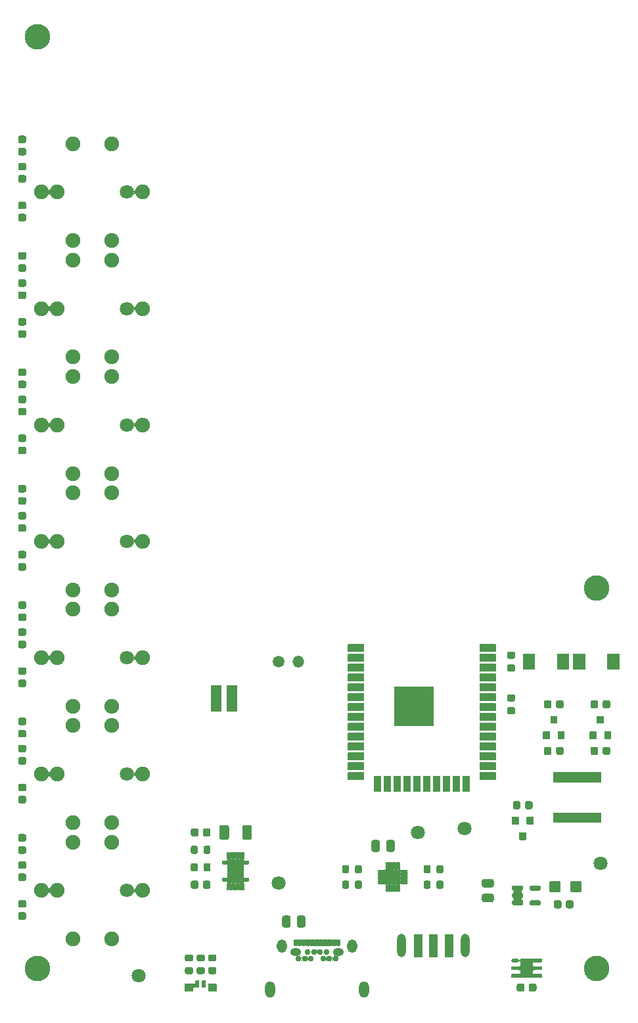
<source format=gbr>
G04 #@! TF.GenerationSoftware,KiCad,Pcbnew,(5.1.9-0-10_14)*
G04 #@! TF.CreationDate,2021-05-25T14:16:09+02:00*
G04 #@! TF.ProjectId,foodSampler_v21,666f6f64-5361-46d7-906c-65725f763231,rev?*
G04 #@! TF.SameCoordinates,Original*
G04 #@! TF.FileFunction,Soldermask,Top*
G04 #@! TF.FilePolarity,Negative*
%FSLAX46Y46*%
G04 Gerber Fmt 4.6, Leading zero omitted, Abs format (unit mm)*
G04 Created by KiCad (PCBNEW (5.1.9-0-10_14)) date 2021-05-25 14:16:09*
%MOMM*%
%LPD*%
G01*
G04 APERTURE LIST*
%ADD10C,1.802000*%
%ADD11C,1.902000*%
%ADD12O,1.302000X2.102000*%
%ADD13O,1.302000X1.702000*%
%ADD14O,1.402000X1.002000*%
%ADD15C,0.752000*%
%ADD16C,3.302000*%
%ADD17C,1.502000*%
%ADD18O,1.502000X1.502000*%
%ADD19O,0.300000X0.950000*%
%ADD20O,1.102000X3.002000*%
%ADD21O,1.002000X0.502000*%
%ADD22C,0.100000*%
G04 APERTURE END LIST*
G36*
G01*
X27718250Y-109299000D02*
X28281750Y-109299000D01*
G75*
G02*
X28526000Y-109543250I0J-244250D01*
G01*
X28526000Y-110031750D01*
G75*
G02*
X28281750Y-110276000I-244250J0D01*
G01*
X27718250Y-110276000D01*
G75*
G02*
X27474000Y-110031750I0J244250D01*
G01*
X27474000Y-109543250D01*
G75*
G02*
X27718250Y-109299000I244250J0D01*
G01*
G37*
G36*
G01*
X27718250Y-107724000D02*
X28281750Y-107724000D01*
G75*
G02*
X28526000Y-107968250I0J-244250D01*
G01*
X28526000Y-108456750D01*
G75*
G02*
X28281750Y-108701000I-244250J0D01*
G01*
X27718250Y-108701000D01*
G75*
G02*
X27474000Y-108456750I0J244250D01*
G01*
X27474000Y-107968250D01*
G75*
G02*
X27718250Y-107724000I244250J0D01*
G01*
G37*
D10*
X41500000Y-145000000D03*
D11*
X32500000Y-145000000D03*
X30500000Y-145000000D03*
X43500000Y-145000000D03*
X34500000Y-151250000D03*
X34500000Y-138750000D03*
X39500000Y-151250000D03*
X39500000Y-138750000D03*
D10*
X41500000Y-70000000D03*
D11*
X32500000Y-70000000D03*
X30500000Y-70000000D03*
X43500000Y-70000000D03*
X34500000Y-76250000D03*
X34500000Y-63750000D03*
X39500000Y-76250000D03*
X39500000Y-63750000D03*
D12*
X59925000Y-157750000D03*
X72075000Y-157750000D03*
D13*
X70500000Y-152150000D03*
X61500000Y-152150000D03*
D14*
X63240000Y-152900000D03*
X68760000Y-152900000D03*
D15*
X64400000Y-153800000D03*
X65200000Y-153800000D03*
X66800000Y-153800000D03*
X64800000Y-152900000D03*
X65600000Y-152900000D03*
X66400000Y-152900000D03*
X67200000Y-152900000D03*
X67600000Y-153800000D03*
X63600000Y-153800000D03*
X68400000Y-153800000D03*
G36*
G01*
X63425000Y-152126000D02*
X63075000Y-152126000D01*
G75*
G02*
X63024000Y-152075000I0J51000D01*
G01*
X63024000Y-151325000D01*
G75*
G02*
X63075000Y-151274000I51000J0D01*
G01*
X63425000Y-151274000D01*
G75*
G02*
X63476000Y-151325000I0J-51000D01*
G01*
X63476000Y-152075000D01*
G75*
G02*
X63425000Y-152126000I-51000J0D01*
G01*
G37*
G36*
G01*
X63925000Y-152126000D02*
X63575000Y-152126000D01*
G75*
G02*
X63524000Y-152075000I0J51000D01*
G01*
X63524000Y-151325000D01*
G75*
G02*
X63575000Y-151274000I51000J0D01*
G01*
X63925000Y-151274000D01*
G75*
G02*
X63976000Y-151325000I0J-51000D01*
G01*
X63976000Y-152075000D01*
G75*
G02*
X63925000Y-152126000I-51000J0D01*
G01*
G37*
G36*
G01*
X64425000Y-152126000D02*
X64075000Y-152126000D01*
G75*
G02*
X64024000Y-152075000I0J51000D01*
G01*
X64024000Y-151325000D01*
G75*
G02*
X64075000Y-151274000I51000J0D01*
G01*
X64425000Y-151274000D01*
G75*
G02*
X64476000Y-151325000I0J-51000D01*
G01*
X64476000Y-152075000D01*
G75*
G02*
X64425000Y-152126000I-51000J0D01*
G01*
G37*
G36*
G01*
X64925000Y-152126000D02*
X64575000Y-152126000D01*
G75*
G02*
X64524000Y-152075000I0J51000D01*
G01*
X64524000Y-151325000D01*
G75*
G02*
X64575000Y-151274000I51000J0D01*
G01*
X64925000Y-151274000D01*
G75*
G02*
X64976000Y-151325000I0J-51000D01*
G01*
X64976000Y-152075000D01*
G75*
G02*
X64925000Y-152126000I-51000J0D01*
G01*
G37*
G36*
G01*
X65425000Y-152126000D02*
X65075000Y-152126000D01*
G75*
G02*
X65024000Y-152075000I0J51000D01*
G01*
X65024000Y-151325000D01*
G75*
G02*
X65075000Y-151274000I51000J0D01*
G01*
X65425000Y-151274000D01*
G75*
G02*
X65476000Y-151325000I0J-51000D01*
G01*
X65476000Y-152075000D01*
G75*
G02*
X65425000Y-152126000I-51000J0D01*
G01*
G37*
G36*
G01*
X66425000Y-152126000D02*
X66075000Y-152126000D01*
G75*
G02*
X66024000Y-152075000I0J51000D01*
G01*
X66024000Y-151325000D01*
G75*
G02*
X66075000Y-151274000I51000J0D01*
G01*
X66425000Y-151274000D01*
G75*
G02*
X66476000Y-151325000I0J-51000D01*
G01*
X66476000Y-152075000D01*
G75*
G02*
X66425000Y-152126000I-51000J0D01*
G01*
G37*
G36*
G01*
X66925000Y-152126000D02*
X66575000Y-152126000D01*
G75*
G02*
X66524000Y-152075000I0J51000D01*
G01*
X66524000Y-151325000D01*
G75*
G02*
X66575000Y-151274000I51000J0D01*
G01*
X66925000Y-151274000D01*
G75*
G02*
X66976000Y-151325000I0J-51000D01*
G01*
X66976000Y-152075000D01*
G75*
G02*
X66925000Y-152126000I-51000J0D01*
G01*
G37*
G36*
G01*
X67425000Y-152126000D02*
X67075000Y-152126000D01*
G75*
G02*
X67024000Y-152075000I0J51000D01*
G01*
X67024000Y-151325000D01*
G75*
G02*
X67075000Y-151274000I51000J0D01*
G01*
X67425000Y-151274000D01*
G75*
G02*
X67476000Y-151325000I0J-51000D01*
G01*
X67476000Y-152075000D01*
G75*
G02*
X67425000Y-152126000I-51000J0D01*
G01*
G37*
G36*
G01*
X67925000Y-152126000D02*
X67575000Y-152126000D01*
G75*
G02*
X67524000Y-152075000I0J51000D01*
G01*
X67524000Y-151325000D01*
G75*
G02*
X67575000Y-151274000I51000J0D01*
G01*
X67925000Y-151274000D01*
G75*
G02*
X67976000Y-151325000I0J-51000D01*
G01*
X67976000Y-152075000D01*
G75*
G02*
X67925000Y-152126000I-51000J0D01*
G01*
G37*
G36*
G01*
X68425000Y-152126000D02*
X68075000Y-152126000D01*
G75*
G02*
X68024000Y-152075000I0J51000D01*
G01*
X68024000Y-151325000D01*
G75*
G02*
X68075000Y-151274000I51000J0D01*
G01*
X68425000Y-151274000D01*
G75*
G02*
X68476000Y-151325000I0J-51000D01*
G01*
X68476000Y-152075000D01*
G75*
G02*
X68425000Y-152126000I-51000J0D01*
G01*
G37*
G36*
G01*
X68925000Y-152126000D02*
X68575000Y-152126000D01*
G75*
G02*
X68524000Y-152075000I0J51000D01*
G01*
X68524000Y-151325000D01*
G75*
G02*
X68575000Y-151274000I51000J0D01*
G01*
X68925000Y-151274000D01*
G75*
G02*
X68976000Y-151325000I0J-51000D01*
G01*
X68976000Y-152075000D01*
G75*
G02*
X68925000Y-152126000I-51000J0D01*
G01*
G37*
G36*
G01*
X65925000Y-152126000D02*
X65575000Y-152126000D01*
G75*
G02*
X65524000Y-152075000I0J51000D01*
G01*
X65524000Y-151325000D01*
G75*
G02*
X65575000Y-151274000I51000J0D01*
G01*
X65925000Y-151274000D01*
G75*
G02*
X65976000Y-151325000I0J-51000D01*
G01*
X65976000Y-152075000D01*
G75*
G02*
X65925000Y-152126000I-51000J0D01*
G01*
G37*
G36*
G01*
X96899000Y-116500000D02*
X96899000Y-114500000D01*
G75*
G02*
X96950000Y-114449000I51000J0D01*
G01*
X98450000Y-114449000D01*
G75*
G02*
X98501000Y-114500000I0J-51000D01*
G01*
X98501000Y-116500000D01*
G75*
G02*
X98450000Y-116551000I-51000J0D01*
G01*
X96950000Y-116551000D01*
G75*
G02*
X96899000Y-116500000I0J51000D01*
G01*
G37*
G36*
G01*
X92499000Y-116500000D02*
X92499000Y-114500000D01*
G75*
G02*
X92550000Y-114449000I51000J0D01*
G01*
X94050000Y-114449000D01*
G75*
G02*
X94101000Y-114500000I0J-51000D01*
G01*
X94101000Y-116500000D01*
G75*
G02*
X94050000Y-116551000I-51000J0D01*
G01*
X92550000Y-116551000D01*
G75*
G02*
X92499000Y-116500000I0J51000D01*
G01*
G37*
G36*
G01*
X103399000Y-116500000D02*
X103399000Y-114500000D01*
G75*
G02*
X103450000Y-114449000I51000J0D01*
G01*
X104950000Y-114449000D01*
G75*
G02*
X105001000Y-114500000I0J-51000D01*
G01*
X105001000Y-116500000D01*
G75*
G02*
X104950000Y-116551000I-51000J0D01*
G01*
X103450000Y-116551000D01*
G75*
G02*
X103399000Y-116500000I0J51000D01*
G01*
G37*
G36*
G01*
X98999000Y-116500000D02*
X98999000Y-114500000D01*
G75*
G02*
X99050000Y-114449000I51000J0D01*
G01*
X100550000Y-114449000D01*
G75*
G02*
X100601000Y-114500000I0J-51000D01*
G01*
X100601000Y-116500000D01*
G75*
G02*
X100550000Y-116551000I-51000J0D01*
G01*
X99050000Y-116551000D01*
G75*
G02*
X98999000Y-116500000I0J51000D01*
G01*
G37*
G36*
G01*
X98049000Y-147050500D02*
X98049000Y-146499500D01*
G75*
G02*
X98299500Y-146249000I250500J0D01*
G01*
X98800500Y-146249000D01*
G75*
G02*
X99051000Y-146499500I0J-250500D01*
G01*
X99051000Y-147050500D01*
G75*
G02*
X98800500Y-147301000I-250500J0D01*
G01*
X98299500Y-147301000D01*
G75*
G02*
X98049000Y-147050500I0J250500D01*
G01*
G37*
G36*
G01*
X96499000Y-147050500D02*
X96499000Y-146499500D01*
G75*
G02*
X96749500Y-146249000I250500J0D01*
G01*
X97250500Y-146249000D01*
G75*
G02*
X97501000Y-146499500I0J-250500D01*
G01*
X97501000Y-147050500D01*
G75*
G02*
X97250500Y-147301000I-250500J0D01*
G01*
X96749500Y-147301000D01*
G75*
G02*
X96499000Y-147050500I0J250500D01*
G01*
G37*
G36*
G01*
X50726000Y-137224500D02*
X50726000Y-137775500D01*
G75*
G02*
X50475500Y-138026000I-250500J0D01*
G01*
X49974500Y-138026000D01*
G75*
G02*
X49724000Y-137775500I0J250500D01*
G01*
X49724000Y-137224500D01*
G75*
G02*
X49974500Y-136974000I250500J0D01*
G01*
X50475500Y-136974000D01*
G75*
G02*
X50726000Y-137224500I0J-250500D01*
G01*
G37*
G36*
G01*
X52276000Y-137224500D02*
X52276000Y-137775500D01*
G75*
G02*
X52025500Y-138026000I-250500J0D01*
G01*
X51524500Y-138026000D01*
G75*
G02*
X51274000Y-137775500I0J250500D01*
G01*
X51274000Y-137224500D01*
G75*
G02*
X51524500Y-136974000I250500J0D01*
G01*
X52025500Y-136974000D01*
G75*
G02*
X52276000Y-137224500I0J-250500D01*
G01*
G37*
G36*
G01*
X51274000Y-144525500D02*
X51274000Y-143974500D01*
G75*
G02*
X51524500Y-143724000I250500J0D01*
G01*
X52025500Y-143724000D01*
G75*
G02*
X52276000Y-143974500I0J-250500D01*
G01*
X52276000Y-144525500D01*
G75*
G02*
X52025500Y-144776000I-250500J0D01*
G01*
X51524500Y-144776000D01*
G75*
G02*
X51274000Y-144525500I0J250500D01*
G01*
G37*
G36*
G01*
X49724000Y-144525500D02*
X49724000Y-143974500D01*
G75*
G02*
X49974500Y-143724000I250500J0D01*
G01*
X50475500Y-143724000D01*
G75*
G02*
X50726000Y-143974500I0J-250500D01*
G01*
X50726000Y-144525500D01*
G75*
G02*
X50475500Y-144776000I-250500J0D01*
G01*
X49974500Y-144776000D01*
G75*
G02*
X49724000Y-144525500I0J250500D01*
G01*
G37*
G36*
G01*
X75949000Y-123745000D02*
X75949000Y-118745000D01*
G75*
G02*
X76000000Y-118694000I51000J0D01*
G01*
X81000000Y-118694000D01*
G75*
G02*
X81051000Y-118745000I0J-51000D01*
G01*
X81051000Y-123745000D01*
G75*
G02*
X81000000Y-123796000I-51000J0D01*
G01*
X76000000Y-123796000D01*
G75*
G02*
X75949000Y-123745000I0J51000D01*
G01*
G37*
G36*
G01*
X69949000Y-114195000D02*
X69949000Y-113295000D01*
G75*
G02*
X70000000Y-113244000I51000J0D01*
G01*
X72000000Y-113244000D01*
G75*
G02*
X72051000Y-113295000I0J-51000D01*
G01*
X72051000Y-114195000D01*
G75*
G02*
X72000000Y-114246000I-51000J0D01*
G01*
X70000000Y-114246000D01*
G75*
G02*
X69949000Y-114195000I0J51000D01*
G01*
G37*
G36*
G01*
X69949000Y-115465000D02*
X69949000Y-114565000D01*
G75*
G02*
X70000000Y-114514000I51000J0D01*
G01*
X72000000Y-114514000D01*
G75*
G02*
X72051000Y-114565000I0J-51000D01*
G01*
X72051000Y-115465000D01*
G75*
G02*
X72000000Y-115516000I-51000J0D01*
G01*
X70000000Y-115516000D01*
G75*
G02*
X69949000Y-115465000I0J51000D01*
G01*
G37*
G36*
G01*
X69949000Y-116735000D02*
X69949000Y-115835000D01*
G75*
G02*
X70000000Y-115784000I51000J0D01*
G01*
X72000000Y-115784000D01*
G75*
G02*
X72051000Y-115835000I0J-51000D01*
G01*
X72051000Y-116735000D01*
G75*
G02*
X72000000Y-116786000I-51000J0D01*
G01*
X70000000Y-116786000D01*
G75*
G02*
X69949000Y-116735000I0J51000D01*
G01*
G37*
G36*
G01*
X69949000Y-118005000D02*
X69949000Y-117105000D01*
G75*
G02*
X70000000Y-117054000I51000J0D01*
G01*
X72000000Y-117054000D01*
G75*
G02*
X72051000Y-117105000I0J-51000D01*
G01*
X72051000Y-118005000D01*
G75*
G02*
X72000000Y-118056000I-51000J0D01*
G01*
X70000000Y-118056000D01*
G75*
G02*
X69949000Y-118005000I0J51000D01*
G01*
G37*
G36*
G01*
X69949000Y-119275000D02*
X69949000Y-118375000D01*
G75*
G02*
X70000000Y-118324000I51000J0D01*
G01*
X72000000Y-118324000D01*
G75*
G02*
X72051000Y-118375000I0J-51000D01*
G01*
X72051000Y-119275000D01*
G75*
G02*
X72000000Y-119326000I-51000J0D01*
G01*
X70000000Y-119326000D01*
G75*
G02*
X69949000Y-119275000I0J51000D01*
G01*
G37*
G36*
G01*
X69949000Y-120545000D02*
X69949000Y-119645000D01*
G75*
G02*
X70000000Y-119594000I51000J0D01*
G01*
X72000000Y-119594000D01*
G75*
G02*
X72051000Y-119645000I0J-51000D01*
G01*
X72051000Y-120545000D01*
G75*
G02*
X72000000Y-120596000I-51000J0D01*
G01*
X70000000Y-120596000D01*
G75*
G02*
X69949000Y-120545000I0J51000D01*
G01*
G37*
G36*
G01*
X69949000Y-121815000D02*
X69949000Y-120915000D01*
G75*
G02*
X70000000Y-120864000I51000J0D01*
G01*
X72000000Y-120864000D01*
G75*
G02*
X72051000Y-120915000I0J-51000D01*
G01*
X72051000Y-121815000D01*
G75*
G02*
X72000000Y-121866000I-51000J0D01*
G01*
X70000000Y-121866000D01*
G75*
G02*
X69949000Y-121815000I0J51000D01*
G01*
G37*
G36*
G01*
X69949000Y-123085000D02*
X69949000Y-122185000D01*
G75*
G02*
X70000000Y-122134000I51000J0D01*
G01*
X72000000Y-122134000D01*
G75*
G02*
X72051000Y-122185000I0J-51000D01*
G01*
X72051000Y-123085000D01*
G75*
G02*
X72000000Y-123136000I-51000J0D01*
G01*
X70000000Y-123136000D01*
G75*
G02*
X69949000Y-123085000I0J51000D01*
G01*
G37*
G36*
G01*
X69949000Y-124355000D02*
X69949000Y-123455000D01*
G75*
G02*
X70000000Y-123404000I51000J0D01*
G01*
X72000000Y-123404000D01*
G75*
G02*
X72051000Y-123455000I0J-51000D01*
G01*
X72051000Y-124355000D01*
G75*
G02*
X72000000Y-124406000I-51000J0D01*
G01*
X70000000Y-124406000D01*
G75*
G02*
X69949000Y-124355000I0J51000D01*
G01*
G37*
G36*
G01*
X69949000Y-125625000D02*
X69949000Y-124725000D01*
G75*
G02*
X70000000Y-124674000I51000J0D01*
G01*
X72000000Y-124674000D01*
G75*
G02*
X72051000Y-124725000I0J-51000D01*
G01*
X72051000Y-125625000D01*
G75*
G02*
X72000000Y-125676000I-51000J0D01*
G01*
X70000000Y-125676000D01*
G75*
G02*
X69949000Y-125625000I0J51000D01*
G01*
G37*
G36*
G01*
X69949000Y-126895000D02*
X69949000Y-125995000D01*
G75*
G02*
X70000000Y-125944000I51000J0D01*
G01*
X72000000Y-125944000D01*
G75*
G02*
X72051000Y-125995000I0J-51000D01*
G01*
X72051000Y-126895000D01*
G75*
G02*
X72000000Y-126946000I-51000J0D01*
G01*
X70000000Y-126946000D01*
G75*
G02*
X69949000Y-126895000I0J51000D01*
G01*
G37*
G36*
G01*
X69949000Y-128165000D02*
X69949000Y-127265000D01*
G75*
G02*
X70000000Y-127214000I51000J0D01*
G01*
X72000000Y-127214000D01*
G75*
G02*
X72051000Y-127265000I0J-51000D01*
G01*
X72051000Y-128165000D01*
G75*
G02*
X72000000Y-128216000I-51000J0D01*
G01*
X70000000Y-128216000D01*
G75*
G02*
X69949000Y-128165000I0J51000D01*
G01*
G37*
G36*
G01*
X69949000Y-129435000D02*
X69949000Y-128535000D01*
G75*
G02*
X70000000Y-128484000I51000J0D01*
G01*
X72000000Y-128484000D01*
G75*
G02*
X72051000Y-128535000I0J-51000D01*
G01*
X72051000Y-129435000D01*
G75*
G02*
X72000000Y-129486000I-51000J0D01*
G01*
X70000000Y-129486000D01*
G75*
G02*
X69949000Y-129435000I0J51000D01*
G01*
G37*
G36*
G01*
X69949000Y-130705000D02*
X69949000Y-129805000D01*
G75*
G02*
X70000000Y-129754000I51000J0D01*
G01*
X72000000Y-129754000D01*
G75*
G02*
X72051000Y-129805000I0J-51000D01*
G01*
X72051000Y-130705000D01*
G75*
G02*
X72000000Y-130756000I-51000J0D01*
G01*
X70000000Y-130756000D01*
G75*
G02*
X69949000Y-130705000I0J51000D01*
G01*
G37*
G36*
G01*
X74235000Y-132306000D02*
X73335000Y-132306000D01*
G75*
G02*
X73284000Y-132255000I0J51000D01*
G01*
X73284000Y-130255000D01*
G75*
G02*
X73335000Y-130204000I51000J0D01*
G01*
X74235000Y-130204000D01*
G75*
G02*
X74286000Y-130255000I0J-51000D01*
G01*
X74286000Y-132255000D01*
G75*
G02*
X74235000Y-132306000I-51000J0D01*
G01*
G37*
G36*
G01*
X75505000Y-132306000D02*
X74605000Y-132306000D01*
G75*
G02*
X74554000Y-132255000I0J51000D01*
G01*
X74554000Y-130255000D01*
G75*
G02*
X74605000Y-130204000I51000J0D01*
G01*
X75505000Y-130204000D01*
G75*
G02*
X75556000Y-130255000I0J-51000D01*
G01*
X75556000Y-132255000D01*
G75*
G02*
X75505000Y-132306000I-51000J0D01*
G01*
G37*
G36*
G01*
X76775000Y-132306000D02*
X75875000Y-132306000D01*
G75*
G02*
X75824000Y-132255000I0J51000D01*
G01*
X75824000Y-130255000D01*
G75*
G02*
X75875000Y-130204000I51000J0D01*
G01*
X76775000Y-130204000D01*
G75*
G02*
X76826000Y-130255000I0J-51000D01*
G01*
X76826000Y-132255000D01*
G75*
G02*
X76775000Y-132306000I-51000J0D01*
G01*
G37*
G36*
G01*
X78045000Y-132306000D02*
X77145000Y-132306000D01*
G75*
G02*
X77094000Y-132255000I0J51000D01*
G01*
X77094000Y-130255000D01*
G75*
G02*
X77145000Y-130204000I51000J0D01*
G01*
X78045000Y-130204000D01*
G75*
G02*
X78096000Y-130255000I0J-51000D01*
G01*
X78096000Y-132255000D01*
G75*
G02*
X78045000Y-132306000I-51000J0D01*
G01*
G37*
G36*
G01*
X79315000Y-132306000D02*
X78415000Y-132306000D01*
G75*
G02*
X78364000Y-132255000I0J51000D01*
G01*
X78364000Y-130255000D01*
G75*
G02*
X78415000Y-130204000I51000J0D01*
G01*
X79315000Y-130204000D01*
G75*
G02*
X79366000Y-130255000I0J-51000D01*
G01*
X79366000Y-132255000D01*
G75*
G02*
X79315000Y-132306000I-51000J0D01*
G01*
G37*
G36*
G01*
X80585000Y-132306000D02*
X79685000Y-132306000D01*
G75*
G02*
X79634000Y-132255000I0J51000D01*
G01*
X79634000Y-130255000D01*
G75*
G02*
X79685000Y-130204000I51000J0D01*
G01*
X80585000Y-130204000D01*
G75*
G02*
X80636000Y-130255000I0J-51000D01*
G01*
X80636000Y-132255000D01*
G75*
G02*
X80585000Y-132306000I-51000J0D01*
G01*
G37*
G36*
G01*
X81855000Y-132306000D02*
X80955000Y-132306000D01*
G75*
G02*
X80904000Y-132255000I0J51000D01*
G01*
X80904000Y-130255000D01*
G75*
G02*
X80955000Y-130204000I51000J0D01*
G01*
X81855000Y-130204000D01*
G75*
G02*
X81906000Y-130255000I0J-51000D01*
G01*
X81906000Y-132255000D01*
G75*
G02*
X81855000Y-132306000I-51000J0D01*
G01*
G37*
G36*
G01*
X83125000Y-132306000D02*
X82225000Y-132306000D01*
G75*
G02*
X82174000Y-132255000I0J51000D01*
G01*
X82174000Y-130255000D01*
G75*
G02*
X82225000Y-130204000I51000J0D01*
G01*
X83125000Y-130204000D01*
G75*
G02*
X83176000Y-130255000I0J-51000D01*
G01*
X83176000Y-132255000D01*
G75*
G02*
X83125000Y-132306000I-51000J0D01*
G01*
G37*
G36*
G01*
X84395000Y-132306000D02*
X83495000Y-132306000D01*
G75*
G02*
X83444000Y-132255000I0J51000D01*
G01*
X83444000Y-130255000D01*
G75*
G02*
X83495000Y-130204000I51000J0D01*
G01*
X84395000Y-130204000D01*
G75*
G02*
X84446000Y-130255000I0J-51000D01*
G01*
X84446000Y-132255000D01*
G75*
G02*
X84395000Y-132306000I-51000J0D01*
G01*
G37*
G36*
G01*
X85665000Y-132306000D02*
X84765000Y-132306000D01*
G75*
G02*
X84714000Y-132255000I0J51000D01*
G01*
X84714000Y-130255000D01*
G75*
G02*
X84765000Y-130204000I51000J0D01*
G01*
X85665000Y-130204000D01*
G75*
G02*
X85716000Y-130255000I0J-51000D01*
G01*
X85716000Y-132255000D01*
G75*
G02*
X85665000Y-132306000I-51000J0D01*
G01*
G37*
G36*
G01*
X86949000Y-130705000D02*
X86949000Y-129805000D01*
G75*
G02*
X87000000Y-129754000I51000J0D01*
G01*
X89000000Y-129754000D01*
G75*
G02*
X89051000Y-129805000I0J-51000D01*
G01*
X89051000Y-130705000D01*
G75*
G02*
X89000000Y-130756000I-51000J0D01*
G01*
X87000000Y-130756000D01*
G75*
G02*
X86949000Y-130705000I0J51000D01*
G01*
G37*
G36*
G01*
X86949000Y-129435000D02*
X86949000Y-128535000D01*
G75*
G02*
X87000000Y-128484000I51000J0D01*
G01*
X89000000Y-128484000D01*
G75*
G02*
X89051000Y-128535000I0J-51000D01*
G01*
X89051000Y-129435000D01*
G75*
G02*
X89000000Y-129486000I-51000J0D01*
G01*
X87000000Y-129486000D01*
G75*
G02*
X86949000Y-129435000I0J51000D01*
G01*
G37*
G36*
G01*
X86949000Y-128165000D02*
X86949000Y-127265000D01*
G75*
G02*
X87000000Y-127214000I51000J0D01*
G01*
X89000000Y-127214000D01*
G75*
G02*
X89051000Y-127265000I0J-51000D01*
G01*
X89051000Y-128165000D01*
G75*
G02*
X89000000Y-128216000I-51000J0D01*
G01*
X87000000Y-128216000D01*
G75*
G02*
X86949000Y-128165000I0J51000D01*
G01*
G37*
G36*
G01*
X86949000Y-126895000D02*
X86949000Y-125995000D01*
G75*
G02*
X87000000Y-125944000I51000J0D01*
G01*
X89000000Y-125944000D01*
G75*
G02*
X89051000Y-125995000I0J-51000D01*
G01*
X89051000Y-126895000D01*
G75*
G02*
X89000000Y-126946000I-51000J0D01*
G01*
X87000000Y-126946000D01*
G75*
G02*
X86949000Y-126895000I0J51000D01*
G01*
G37*
G36*
G01*
X86949000Y-125625000D02*
X86949000Y-124725000D01*
G75*
G02*
X87000000Y-124674000I51000J0D01*
G01*
X89000000Y-124674000D01*
G75*
G02*
X89051000Y-124725000I0J-51000D01*
G01*
X89051000Y-125625000D01*
G75*
G02*
X89000000Y-125676000I-51000J0D01*
G01*
X87000000Y-125676000D01*
G75*
G02*
X86949000Y-125625000I0J51000D01*
G01*
G37*
G36*
G01*
X86949000Y-124355000D02*
X86949000Y-123455000D01*
G75*
G02*
X87000000Y-123404000I51000J0D01*
G01*
X89000000Y-123404000D01*
G75*
G02*
X89051000Y-123455000I0J-51000D01*
G01*
X89051000Y-124355000D01*
G75*
G02*
X89000000Y-124406000I-51000J0D01*
G01*
X87000000Y-124406000D01*
G75*
G02*
X86949000Y-124355000I0J51000D01*
G01*
G37*
G36*
G01*
X86949000Y-123085000D02*
X86949000Y-122185000D01*
G75*
G02*
X87000000Y-122134000I51000J0D01*
G01*
X89000000Y-122134000D01*
G75*
G02*
X89051000Y-122185000I0J-51000D01*
G01*
X89051000Y-123085000D01*
G75*
G02*
X89000000Y-123136000I-51000J0D01*
G01*
X87000000Y-123136000D01*
G75*
G02*
X86949000Y-123085000I0J51000D01*
G01*
G37*
G36*
G01*
X86949000Y-121815000D02*
X86949000Y-120915000D01*
G75*
G02*
X87000000Y-120864000I51000J0D01*
G01*
X89000000Y-120864000D01*
G75*
G02*
X89051000Y-120915000I0J-51000D01*
G01*
X89051000Y-121815000D01*
G75*
G02*
X89000000Y-121866000I-51000J0D01*
G01*
X87000000Y-121866000D01*
G75*
G02*
X86949000Y-121815000I0J51000D01*
G01*
G37*
G36*
G01*
X86949000Y-120545000D02*
X86949000Y-119645000D01*
G75*
G02*
X87000000Y-119594000I51000J0D01*
G01*
X89000000Y-119594000D01*
G75*
G02*
X89051000Y-119645000I0J-51000D01*
G01*
X89051000Y-120545000D01*
G75*
G02*
X89000000Y-120596000I-51000J0D01*
G01*
X87000000Y-120596000D01*
G75*
G02*
X86949000Y-120545000I0J51000D01*
G01*
G37*
G36*
G01*
X86949000Y-119275000D02*
X86949000Y-118375000D01*
G75*
G02*
X87000000Y-118324000I51000J0D01*
G01*
X89000000Y-118324000D01*
G75*
G02*
X89051000Y-118375000I0J-51000D01*
G01*
X89051000Y-119275000D01*
G75*
G02*
X89000000Y-119326000I-51000J0D01*
G01*
X87000000Y-119326000D01*
G75*
G02*
X86949000Y-119275000I0J51000D01*
G01*
G37*
G36*
G01*
X86949000Y-118005000D02*
X86949000Y-117105000D01*
G75*
G02*
X87000000Y-117054000I51000J0D01*
G01*
X89000000Y-117054000D01*
G75*
G02*
X89051000Y-117105000I0J-51000D01*
G01*
X89051000Y-118005000D01*
G75*
G02*
X89000000Y-118056000I-51000J0D01*
G01*
X87000000Y-118056000D01*
G75*
G02*
X86949000Y-118005000I0J51000D01*
G01*
G37*
G36*
G01*
X86949000Y-116735000D02*
X86949000Y-115835000D01*
G75*
G02*
X87000000Y-115784000I51000J0D01*
G01*
X89000000Y-115784000D01*
G75*
G02*
X89051000Y-115835000I0J-51000D01*
G01*
X89051000Y-116735000D01*
G75*
G02*
X89000000Y-116786000I-51000J0D01*
G01*
X87000000Y-116786000D01*
G75*
G02*
X86949000Y-116735000I0J51000D01*
G01*
G37*
G36*
G01*
X86949000Y-115465000D02*
X86949000Y-114565000D01*
G75*
G02*
X87000000Y-114514000I51000J0D01*
G01*
X89000000Y-114514000D01*
G75*
G02*
X89051000Y-114565000I0J-51000D01*
G01*
X89051000Y-115465000D01*
G75*
G02*
X89000000Y-115516000I-51000J0D01*
G01*
X87000000Y-115516000D01*
G75*
G02*
X86949000Y-115465000I0J51000D01*
G01*
G37*
G36*
G01*
X86949000Y-114195000D02*
X86949000Y-113295000D01*
G75*
G02*
X87000000Y-113244000I51000J0D01*
G01*
X89000000Y-113244000D01*
G75*
G02*
X89051000Y-113295000I0J-51000D01*
G01*
X89051000Y-114195000D01*
G75*
G02*
X89000000Y-114246000I-51000J0D01*
G01*
X87000000Y-114246000D01*
G75*
G02*
X86949000Y-114195000I0J51000D01*
G01*
G37*
G36*
G01*
X27718250Y-47724000D02*
X28281750Y-47724000D01*
G75*
G02*
X28526000Y-47968250I0J-244250D01*
G01*
X28526000Y-48456750D01*
G75*
G02*
X28281750Y-48701000I-244250J0D01*
G01*
X27718250Y-48701000D01*
G75*
G02*
X27474000Y-48456750I0J244250D01*
G01*
X27474000Y-47968250D01*
G75*
G02*
X27718250Y-47724000I244250J0D01*
G01*
G37*
G36*
G01*
X27718250Y-49299000D02*
X28281750Y-49299000D01*
G75*
G02*
X28526000Y-49543250I0J-244250D01*
G01*
X28526000Y-50031750D01*
G75*
G02*
X28281750Y-50276000I-244250J0D01*
G01*
X27718250Y-50276000D01*
G75*
G02*
X27474000Y-50031750I0J244250D01*
G01*
X27474000Y-49543250D01*
G75*
G02*
X27718250Y-49299000I244250J0D01*
G01*
G37*
G36*
G01*
X27718250Y-62724000D02*
X28281750Y-62724000D01*
G75*
G02*
X28526000Y-62968250I0J-244250D01*
G01*
X28526000Y-63456750D01*
G75*
G02*
X28281750Y-63701000I-244250J0D01*
G01*
X27718250Y-63701000D01*
G75*
G02*
X27474000Y-63456750I0J244250D01*
G01*
X27474000Y-62968250D01*
G75*
G02*
X27718250Y-62724000I244250J0D01*
G01*
G37*
G36*
G01*
X27718250Y-64299000D02*
X28281750Y-64299000D01*
G75*
G02*
X28526000Y-64543250I0J-244250D01*
G01*
X28526000Y-65031750D01*
G75*
G02*
X28281750Y-65276000I-244250J0D01*
G01*
X27718250Y-65276000D01*
G75*
G02*
X27474000Y-65031750I0J244250D01*
G01*
X27474000Y-64543250D01*
G75*
G02*
X27718250Y-64299000I244250J0D01*
G01*
G37*
G36*
G01*
X27718250Y-79299000D02*
X28281750Y-79299000D01*
G75*
G02*
X28526000Y-79543250I0J-244250D01*
G01*
X28526000Y-80031750D01*
G75*
G02*
X28281750Y-80276000I-244250J0D01*
G01*
X27718250Y-80276000D01*
G75*
G02*
X27474000Y-80031750I0J244250D01*
G01*
X27474000Y-79543250D01*
G75*
G02*
X27718250Y-79299000I244250J0D01*
G01*
G37*
G36*
G01*
X27718250Y-77724000D02*
X28281750Y-77724000D01*
G75*
G02*
X28526000Y-77968250I0J-244250D01*
G01*
X28526000Y-78456750D01*
G75*
G02*
X28281750Y-78701000I-244250J0D01*
G01*
X27718250Y-78701000D01*
G75*
G02*
X27474000Y-78456750I0J244250D01*
G01*
X27474000Y-77968250D01*
G75*
G02*
X27718250Y-77724000I244250J0D01*
G01*
G37*
G36*
G01*
X27718250Y-94299000D02*
X28281750Y-94299000D01*
G75*
G02*
X28526000Y-94543250I0J-244250D01*
G01*
X28526000Y-95031750D01*
G75*
G02*
X28281750Y-95276000I-244250J0D01*
G01*
X27718250Y-95276000D01*
G75*
G02*
X27474000Y-95031750I0J244250D01*
G01*
X27474000Y-94543250D01*
G75*
G02*
X27718250Y-94299000I244250J0D01*
G01*
G37*
G36*
G01*
X27718250Y-92724000D02*
X28281750Y-92724000D01*
G75*
G02*
X28526000Y-92968250I0J-244250D01*
G01*
X28526000Y-93456750D01*
G75*
G02*
X28281750Y-93701000I-244250J0D01*
G01*
X27718250Y-93701000D01*
G75*
G02*
X27474000Y-93456750I0J244250D01*
G01*
X27474000Y-92968250D01*
G75*
G02*
X27718250Y-92724000I244250J0D01*
G01*
G37*
G36*
G01*
X27718250Y-122724000D02*
X28281750Y-122724000D01*
G75*
G02*
X28526000Y-122968250I0J-244250D01*
G01*
X28526000Y-123456750D01*
G75*
G02*
X28281750Y-123701000I-244250J0D01*
G01*
X27718250Y-123701000D01*
G75*
G02*
X27474000Y-123456750I0J244250D01*
G01*
X27474000Y-122968250D01*
G75*
G02*
X27718250Y-122724000I244250J0D01*
G01*
G37*
G36*
G01*
X27718250Y-124299000D02*
X28281750Y-124299000D01*
G75*
G02*
X28526000Y-124543250I0J-244250D01*
G01*
X28526000Y-125031750D01*
G75*
G02*
X28281750Y-125276000I-244250J0D01*
G01*
X27718250Y-125276000D01*
G75*
G02*
X27474000Y-125031750I0J244250D01*
G01*
X27474000Y-124543250D01*
G75*
G02*
X27718250Y-124299000I244250J0D01*
G01*
G37*
G36*
G01*
X27718250Y-139299000D02*
X28281750Y-139299000D01*
G75*
G02*
X28526000Y-139543250I0J-244250D01*
G01*
X28526000Y-140031750D01*
G75*
G02*
X28281750Y-140276000I-244250J0D01*
G01*
X27718250Y-140276000D01*
G75*
G02*
X27474000Y-140031750I0J244250D01*
G01*
X27474000Y-139543250D01*
G75*
G02*
X27718250Y-139299000I244250J0D01*
G01*
G37*
G36*
G01*
X27718250Y-137724000D02*
X28281750Y-137724000D01*
G75*
G02*
X28526000Y-137968250I0J-244250D01*
G01*
X28526000Y-138456750D01*
G75*
G02*
X28281750Y-138701000I-244250J0D01*
G01*
X27718250Y-138701000D01*
G75*
G02*
X27474000Y-138456750I0J244250D01*
G01*
X27474000Y-137968250D01*
G75*
G02*
X27718250Y-137724000I244250J0D01*
G01*
G37*
G36*
G01*
X27718250Y-51224000D02*
X28281750Y-51224000D01*
G75*
G02*
X28526000Y-51468250I0J-244250D01*
G01*
X28526000Y-51956750D01*
G75*
G02*
X28281750Y-52201000I-244250J0D01*
G01*
X27718250Y-52201000D01*
G75*
G02*
X27474000Y-51956750I0J244250D01*
G01*
X27474000Y-51468250D01*
G75*
G02*
X27718250Y-51224000I244250J0D01*
G01*
G37*
G36*
G01*
X27718250Y-52799000D02*
X28281750Y-52799000D01*
G75*
G02*
X28526000Y-53043250I0J-244250D01*
G01*
X28526000Y-53531750D01*
G75*
G02*
X28281750Y-53776000I-244250J0D01*
G01*
X27718250Y-53776000D01*
G75*
G02*
X27474000Y-53531750I0J244250D01*
G01*
X27474000Y-53043250D01*
G75*
G02*
X27718250Y-52799000I244250J0D01*
G01*
G37*
G36*
G01*
X27718250Y-111224000D02*
X28281750Y-111224000D01*
G75*
G02*
X28526000Y-111468250I0J-244250D01*
G01*
X28526000Y-111956750D01*
G75*
G02*
X28281750Y-112201000I-244250J0D01*
G01*
X27718250Y-112201000D01*
G75*
G02*
X27474000Y-111956750I0J244250D01*
G01*
X27474000Y-111468250D01*
G75*
G02*
X27718250Y-111224000I244250J0D01*
G01*
G37*
G36*
G01*
X27718250Y-112799000D02*
X28281750Y-112799000D01*
G75*
G02*
X28526000Y-113043250I0J-244250D01*
G01*
X28526000Y-113531750D01*
G75*
G02*
X28281750Y-113776000I-244250J0D01*
G01*
X27718250Y-113776000D01*
G75*
G02*
X27474000Y-113531750I0J244250D01*
G01*
X27474000Y-113043250D01*
G75*
G02*
X27718250Y-112799000I244250J0D01*
G01*
G37*
G36*
G01*
X27718250Y-82799000D02*
X28281750Y-82799000D01*
G75*
G02*
X28526000Y-83043250I0J-244250D01*
G01*
X28526000Y-83531750D01*
G75*
G02*
X28281750Y-83776000I-244250J0D01*
G01*
X27718250Y-83776000D01*
G75*
G02*
X27474000Y-83531750I0J244250D01*
G01*
X27474000Y-83043250D01*
G75*
G02*
X27718250Y-82799000I244250J0D01*
G01*
G37*
G36*
G01*
X27718250Y-81224000D02*
X28281750Y-81224000D01*
G75*
G02*
X28526000Y-81468250I0J-244250D01*
G01*
X28526000Y-81956750D01*
G75*
G02*
X28281750Y-82201000I-244250J0D01*
G01*
X27718250Y-82201000D01*
G75*
G02*
X27474000Y-81956750I0J244250D01*
G01*
X27474000Y-81468250D01*
G75*
G02*
X27718250Y-81224000I244250J0D01*
G01*
G37*
G36*
G01*
X27718250Y-141224000D02*
X28281750Y-141224000D01*
G75*
G02*
X28526000Y-141468250I0J-244250D01*
G01*
X28526000Y-141956750D01*
G75*
G02*
X28281750Y-142201000I-244250J0D01*
G01*
X27718250Y-142201000D01*
G75*
G02*
X27474000Y-141956750I0J244250D01*
G01*
X27474000Y-141468250D01*
G75*
G02*
X27718250Y-141224000I244250J0D01*
G01*
G37*
G36*
G01*
X27718250Y-142799000D02*
X28281750Y-142799000D01*
G75*
G02*
X28526000Y-143043250I0J-244250D01*
G01*
X28526000Y-143531750D01*
G75*
G02*
X28281750Y-143776000I-244250J0D01*
G01*
X27718250Y-143776000D01*
G75*
G02*
X27474000Y-143531750I0J244250D01*
G01*
X27474000Y-143043250D01*
G75*
G02*
X27718250Y-142799000I244250J0D01*
G01*
G37*
G36*
G01*
X27718250Y-127799000D02*
X28281750Y-127799000D01*
G75*
G02*
X28526000Y-128043250I0J-244250D01*
G01*
X28526000Y-128531750D01*
G75*
G02*
X28281750Y-128776000I-244250J0D01*
G01*
X27718250Y-128776000D01*
G75*
G02*
X27474000Y-128531750I0J244250D01*
G01*
X27474000Y-128043250D01*
G75*
G02*
X27718250Y-127799000I244250J0D01*
G01*
G37*
G36*
G01*
X27718250Y-126224000D02*
X28281750Y-126224000D01*
G75*
G02*
X28526000Y-126468250I0J-244250D01*
G01*
X28526000Y-126956750D01*
G75*
G02*
X28281750Y-127201000I-244250J0D01*
G01*
X27718250Y-127201000D01*
G75*
G02*
X27474000Y-126956750I0J244250D01*
G01*
X27474000Y-126468250D01*
G75*
G02*
X27718250Y-126224000I244250J0D01*
G01*
G37*
G36*
G01*
X27718250Y-97799000D02*
X28281750Y-97799000D01*
G75*
G02*
X28526000Y-98043250I0J-244250D01*
G01*
X28526000Y-98531750D01*
G75*
G02*
X28281750Y-98776000I-244250J0D01*
G01*
X27718250Y-98776000D01*
G75*
G02*
X27474000Y-98531750I0J244250D01*
G01*
X27474000Y-98043250D01*
G75*
G02*
X27718250Y-97799000I244250J0D01*
G01*
G37*
G36*
G01*
X27718250Y-96224000D02*
X28281750Y-96224000D01*
G75*
G02*
X28526000Y-96468250I0J-244250D01*
G01*
X28526000Y-96956750D01*
G75*
G02*
X28281750Y-97201000I-244250J0D01*
G01*
X27718250Y-97201000D01*
G75*
G02*
X27474000Y-96956750I0J244250D01*
G01*
X27474000Y-96468250D01*
G75*
G02*
X27718250Y-96224000I244250J0D01*
G01*
G37*
G36*
G01*
X27718250Y-67799000D02*
X28281750Y-67799000D01*
G75*
G02*
X28526000Y-68043250I0J-244250D01*
G01*
X28526000Y-68531750D01*
G75*
G02*
X28281750Y-68776000I-244250J0D01*
G01*
X27718250Y-68776000D01*
G75*
G02*
X27474000Y-68531750I0J244250D01*
G01*
X27474000Y-68043250D01*
G75*
G02*
X27718250Y-67799000I244250J0D01*
G01*
G37*
G36*
G01*
X27718250Y-66224000D02*
X28281750Y-66224000D01*
G75*
G02*
X28526000Y-66468250I0J-244250D01*
G01*
X28526000Y-66956750D01*
G75*
G02*
X28281750Y-67201000I-244250J0D01*
G01*
X27718250Y-67201000D01*
G75*
G02*
X27474000Y-66956750I0J244250D01*
G01*
X27474000Y-66468250D01*
G75*
G02*
X27718250Y-66224000I244250J0D01*
G01*
G37*
G36*
G01*
X96201000Y-120718250D02*
X96201000Y-121281750D01*
G75*
G02*
X95956750Y-121526000I-244250J0D01*
G01*
X95468250Y-121526000D01*
G75*
G02*
X95224000Y-121281750I0J244250D01*
G01*
X95224000Y-120718250D01*
G75*
G02*
X95468250Y-120474000I244250J0D01*
G01*
X95956750Y-120474000D01*
G75*
G02*
X96201000Y-120718250I0J-244250D01*
G01*
G37*
G36*
G01*
X97776000Y-120718250D02*
X97776000Y-121281750D01*
G75*
G02*
X97531750Y-121526000I-244250J0D01*
G01*
X97043250Y-121526000D01*
G75*
G02*
X96799000Y-121281750I0J244250D01*
G01*
X96799000Y-120718250D01*
G75*
G02*
X97043250Y-120474000I244250J0D01*
G01*
X97531750Y-120474000D01*
G75*
G02*
X97776000Y-120718250I0J-244250D01*
G01*
G37*
G36*
G01*
X103776000Y-120718250D02*
X103776000Y-121281750D01*
G75*
G02*
X103531750Y-121526000I-244250J0D01*
G01*
X103043250Y-121526000D01*
G75*
G02*
X102799000Y-121281750I0J244250D01*
G01*
X102799000Y-120718250D01*
G75*
G02*
X103043250Y-120474000I244250J0D01*
G01*
X103531750Y-120474000D01*
G75*
G02*
X103776000Y-120718250I0J-244250D01*
G01*
G37*
G36*
G01*
X102201000Y-120718250D02*
X102201000Y-121281750D01*
G75*
G02*
X101956750Y-121526000I-244250J0D01*
G01*
X101468250Y-121526000D01*
G75*
G02*
X101224000Y-121281750I0J244250D01*
G01*
X101224000Y-120718250D01*
G75*
G02*
X101468250Y-120474000I244250J0D01*
G01*
X101956750Y-120474000D01*
G75*
G02*
X102201000Y-120718250I0J-244250D01*
G01*
G37*
G36*
G01*
X93776000Y-133718250D02*
X93776000Y-134281750D01*
G75*
G02*
X93531750Y-134526000I-244250J0D01*
G01*
X93043250Y-134526000D01*
G75*
G02*
X92799000Y-134281750I0J244250D01*
G01*
X92799000Y-133718250D01*
G75*
G02*
X93043250Y-133474000I244250J0D01*
G01*
X93531750Y-133474000D01*
G75*
G02*
X93776000Y-133718250I0J-244250D01*
G01*
G37*
G36*
G01*
X92201000Y-133718250D02*
X92201000Y-134281750D01*
G75*
G02*
X91956750Y-134526000I-244250J0D01*
G01*
X91468250Y-134526000D01*
G75*
G02*
X91224000Y-134281750I0J244250D01*
G01*
X91224000Y-133718250D01*
G75*
G02*
X91468250Y-133474000I244250J0D01*
G01*
X91956750Y-133474000D01*
G75*
G02*
X92201000Y-133718250I0J-244250D01*
G01*
G37*
G36*
G01*
X95950000Y-125501000D02*
X95150000Y-125501000D01*
G75*
G02*
X95099000Y-125450000I0J51000D01*
G01*
X95099000Y-124550000D01*
G75*
G02*
X95150000Y-124499000I51000J0D01*
G01*
X95950000Y-124499000D01*
G75*
G02*
X96001000Y-124550000I0J-51000D01*
G01*
X96001000Y-125450000D01*
G75*
G02*
X95950000Y-125501000I-51000J0D01*
G01*
G37*
G36*
G01*
X97850000Y-125501000D02*
X97050000Y-125501000D01*
G75*
G02*
X96999000Y-125450000I0J51000D01*
G01*
X96999000Y-124550000D01*
G75*
G02*
X97050000Y-124499000I51000J0D01*
G01*
X97850000Y-124499000D01*
G75*
G02*
X97901000Y-124550000I0J-51000D01*
G01*
X97901000Y-125450000D01*
G75*
G02*
X97850000Y-125501000I-51000J0D01*
G01*
G37*
G36*
G01*
X96900000Y-123501000D02*
X96100000Y-123501000D01*
G75*
G02*
X96049000Y-123450000I0J51000D01*
G01*
X96049000Y-122550000D01*
G75*
G02*
X96100000Y-122499000I51000J0D01*
G01*
X96900000Y-122499000D01*
G75*
G02*
X96951000Y-122550000I0J-51000D01*
G01*
X96951000Y-123450000D01*
G75*
G02*
X96900000Y-123501000I-51000J0D01*
G01*
G37*
G36*
G01*
X102900000Y-123501000D02*
X102100000Y-123501000D01*
G75*
G02*
X102049000Y-123450000I0J51000D01*
G01*
X102049000Y-122550000D01*
G75*
G02*
X102100000Y-122499000I51000J0D01*
G01*
X102900000Y-122499000D01*
G75*
G02*
X102951000Y-122550000I0J-51000D01*
G01*
X102951000Y-123450000D01*
G75*
G02*
X102900000Y-123501000I-51000J0D01*
G01*
G37*
G36*
G01*
X103850000Y-125501000D02*
X103050000Y-125501000D01*
G75*
G02*
X102999000Y-125450000I0J51000D01*
G01*
X102999000Y-124550000D01*
G75*
G02*
X103050000Y-124499000I51000J0D01*
G01*
X103850000Y-124499000D01*
G75*
G02*
X103901000Y-124550000I0J-51000D01*
G01*
X103901000Y-125450000D01*
G75*
G02*
X103850000Y-125501000I-51000J0D01*
G01*
G37*
G36*
G01*
X101950000Y-125501000D02*
X101150000Y-125501000D01*
G75*
G02*
X101099000Y-125450000I0J51000D01*
G01*
X101099000Y-124550000D01*
G75*
G02*
X101150000Y-124499000I51000J0D01*
G01*
X101950000Y-124499000D01*
G75*
G02*
X102001000Y-124550000I0J-51000D01*
G01*
X102001000Y-125450000D01*
G75*
G02*
X101950000Y-125501000I-51000J0D01*
G01*
G37*
G36*
G01*
X97776000Y-126718250D02*
X97776000Y-127281750D01*
G75*
G02*
X97531750Y-127526000I-244250J0D01*
G01*
X97043250Y-127526000D01*
G75*
G02*
X96799000Y-127281750I0J244250D01*
G01*
X96799000Y-126718250D01*
G75*
G02*
X97043250Y-126474000I244250J0D01*
G01*
X97531750Y-126474000D01*
G75*
G02*
X97776000Y-126718250I0J-244250D01*
G01*
G37*
G36*
G01*
X96201000Y-126718250D02*
X96201000Y-127281750D01*
G75*
G02*
X95956750Y-127526000I-244250J0D01*
G01*
X95468250Y-127526000D01*
G75*
G02*
X95224000Y-127281750I0J244250D01*
G01*
X95224000Y-126718250D01*
G75*
G02*
X95468250Y-126474000I244250J0D01*
G01*
X95956750Y-126474000D01*
G75*
G02*
X96201000Y-126718250I0J-244250D01*
G01*
G37*
G36*
G01*
X102201000Y-126718250D02*
X102201000Y-127281750D01*
G75*
G02*
X101956750Y-127526000I-244250J0D01*
G01*
X101468250Y-127526000D01*
G75*
G02*
X101224000Y-127281750I0J244250D01*
G01*
X101224000Y-126718250D01*
G75*
G02*
X101468250Y-126474000I244250J0D01*
G01*
X101956750Y-126474000D01*
G75*
G02*
X102201000Y-126718250I0J-244250D01*
G01*
G37*
G36*
G01*
X103776000Y-126718250D02*
X103776000Y-127281750D01*
G75*
G02*
X103531750Y-127526000I-244250J0D01*
G01*
X103043250Y-127526000D01*
G75*
G02*
X102799000Y-127281750I0J244250D01*
G01*
X102799000Y-126718250D01*
G75*
G02*
X103043250Y-126474000I244250J0D01*
G01*
X103531750Y-126474000D01*
G75*
G02*
X103776000Y-126718250I0J-244250D01*
G01*
G37*
G36*
G01*
X27718250Y-57799000D02*
X28281750Y-57799000D01*
G75*
G02*
X28526000Y-58043250I0J-244250D01*
G01*
X28526000Y-58531750D01*
G75*
G02*
X28281750Y-58776000I-244250J0D01*
G01*
X27718250Y-58776000D01*
G75*
G02*
X27474000Y-58531750I0J244250D01*
G01*
X27474000Y-58043250D01*
G75*
G02*
X27718250Y-57799000I244250J0D01*
G01*
G37*
G36*
G01*
X27718250Y-56224000D02*
X28281750Y-56224000D01*
G75*
G02*
X28526000Y-56468250I0J-244250D01*
G01*
X28526000Y-56956750D01*
G75*
G02*
X28281750Y-57201000I-244250J0D01*
G01*
X27718250Y-57201000D01*
G75*
G02*
X27474000Y-56956750I0J244250D01*
G01*
X27474000Y-56468250D01*
G75*
G02*
X27718250Y-56224000I244250J0D01*
G01*
G37*
G36*
G01*
X27718250Y-71224000D02*
X28281750Y-71224000D01*
G75*
G02*
X28526000Y-71468250I0J-244250D01*
G01*
X28526000Y-71956750D01*
G75*
G02*
X28281750Y-72201000I-244250J0D01*
G01*
X27718250Y-72201000D01*
G75*
G02*
X27474000Y-71956750I0J244250D01*
G01*
X27474000Y-71468250D01*
G75*
G02*
X27718250Y-71224000I244250J0D01*
G01*
G37*
G36*
G01*
X27718250Y-72799000D02*
X28281750Y-72799000D01*
G75*
G02*
X28526000Y-73043250I0J-244250D01*
G01*
X28526000Y-73531750D01*
G75*
G02*
X28281750Y-73776000I-244250J0D01*
G01*
X27718250Y-73776000D01*
G75*
G02*
X27474000Y-73531750I0J244250D01*
G01*
X27474000Y-73043250D01*
G75*
G02*
X27718250Y-72799000I244250J0D01*
G01*
G37*
G36*
G01*
X27718250Y-87799000D02*
X28281750Y-87799000D01*
G75*
G02*
X28526000Y-88043250I0J-244250D01*
G01*
X28526000Y-88531750D01*
G75*
G02*
X28281750Y-88776000I-244250J0D01*
G01*
X27718250Y-88776000D01*
G75*
G02*
X27474000Y-88531750I0J244250D01*
G01*
X27474000Y-88043250D01*
G75*
G02*
X27718250Y-87799000I244250J0D01*
G01*
G37*
G36*
G01*
X27718250Y-86224000D02*
X28281750Y-86224000D01*
G75*
G02*
X28526000Y-86468250I0J-244250D01*
G01*
X28526000Y-86956750D01*
G75*
G02*
X28281750Y-87201000I-244250J0D01*
G01*
X27718250Y-87201000D01*
G75*
G02*
X27474000Y-86956750I0J244250D01*
G01*
X27474000Y-86468250D01*
G75*
G02*
X27718250Y-86224000I244250J0D01*
G01*
G37*
G36*
G01*
X27718250Y-101224000D02*
X28281750Y-101224000D01*
G75*
G02*
X28526000Y-101468250I0J-244250D01*
G01*
X28526000Y-101956750D01*
G75*
G02*
X28281750Y-102201000I-244250J0D01*
G01*
X27718250Y-102201000D01*
G75*
G02*
X27474000Y-101956750I0J244250D01*
G01*
X27474000Y-101468250D01*
G75*
G02*
X27718250Y-101224000I244250J0D01*
G01*
G37*
G36*
G01*
X27718250Y-102799000D02*
X28281750Y-102799000D01*
G75*
G02*
X28526000Y-103043250I0J-244250D01*
G01*
X28526000Y-103531750D01*
G75*
G02*
X28281750Y-103776000I-244250J0D01*
G01*
X27718250Y-103776000D01*
G75*
G02*
X27474000Y-103531750I0J244250D01*
G01*
X27474000Y-103043250D01*
G75*
G02*
X27718250Y-102799000I244250J0D01*
G01*
G37*
G36*
G01*
X27718250Y-117799000D02*
X28281750Y-117799000D01*
G75*
G02*
X28526000Y-118043250I0J-244250D01*
G01*
X28526000Y-118531750D01*
G75*
G02*
X28281750Y-118776000I-244250J0D01*
G01*
X27718250Y-118776000D01*
G75*
G02*
X27474000Y-118531750I0J244250D01*
G01*
X27474000Y-118043250D01*
G75*
G02*
X27718250Y-117799000I244250J0D01*
G01*
G37*
G36*
G01*
X27718250Y-116224000D02*
X28281750Y-116224000D01*
G75*
G02*
X28526000Y-116468250I0J-244250D01*
G01*
X28526000Y-116956750D01*
G75*
G02*
X28281750Y-117201000I-244250J0D01*
G01*
X27718250Y-117201000D01*
G75*
G02*
X27474000Y-116956750I0J244250D01*
G01*
X27474000Y-116468250D01*
G75*
G02*
X27718250Y-116224000I244250J0D01*
G01*
G37*
G36*
G01*
X27718250Y-131224000D02*
X28281750Y-131224000D01*
G75*
G02*
X28526000Y-131468250I0J-244250D01*
G01*
X28526000Y-131956750D01*
G75*
G02*
X28281750Y-132201000I-244250J0D01*
G01*
X27718250Y-132201000D01*
G75*
G02*
X27474000Y-131956750I0J244250D01*
G01*
X27474000Y-131468250D01*
G75*
G02*
X27718250Y-131224000I244250J0D01*
G01*
G37*
G36*
G01*
X27718250Y-132799000D02*
X28281750Y-132799000D01*
G75*
G02*
X28526000Y-133043250I0J-244250D01*
G01*
X28526000Y-133531750D01*
G75*
G02*
X28281750Y-133776000I-244250J0D01*
G01*
X27718250Y-133776000D01*
G75*
G02*
X27474000Y-133531750I0J244250D01*
G01*
X27474000Y-133043250D01*
G75*
G02*
X27718250Y-132799000I244250J0D01*
G01*
G37*
G36*
G01*
X27718250Y-147799000D02*
X28281750Y-147799000D01*
G75*
G02*
X28526000Y-148043250I0J-244250D01*
G01*
X28526000Y-148531750D01*
G75*
G02*
X28281750Y-148776000I-244250J0D01*
G01*
X27718250Y-148776000D01*
G75*
G02*
X27474000Y-148531750I0J244250D01*
G01*
X27474000Y-148043250D01*
G75*
G02*
X27718250Y-147799000I244250J0D01*
G01*
G37*
G36*
G01*
X27718250Y-146224000D02*
X28281750Y-146224000D01*
G75*
G02*
X28526000Y-146468250I0J-244250D01*
G01*
X28526000Y-146956750D01*
G75*
G02*
X28281750Y-147201000I-244250J0D01*
G01*
X27718250Y-147201000D01*
G75*
G02*
X27474000Y-146956750I0J244250D01*
G01*
X27474000Y-146468250D01*
G75*
G02*
X27718250Y-146224000I244250J0D01*
G01*
G37*
D11*
X39500000Y-48750000D03*
X39500000Y-61250000D03*
X34500000Y-48750000D03*
X34500000Y-61250000D03*
X43500000Y-55000000D03*
X30500000Y-55000000D03*
X32500000Y-55000000D03*
D10*
X41500000Y-55000000D03*
D11*
X39500000Y-78750000D03*
X39500000Y-91250000D03*
X34500000Y-78750000D03*
X34500000Y-91250000D03*
X43500000Y-85000000D03*
X30500000Y-85000000D03*
X32500000Y-85000000D03*
D10*
X41500000Y-85000000D03*
D11*
X39500000Y-93750000D03*
X39500000Y-106250000D03*
X34500000Y-93750000D03*
X34500000Y-106250000D03*
X43500000Y-100000000D03*
X30500000Y-100000000D03*
X32500000Y-100000000D03*
D10*
X41500000Y-100000000D03*
X41500000Y-115000000D03*
D11*
X32500000Y-115000000D03*
X30500000Y-115000000D03*
X43500000Y-115000000D03*
X34500000Y-121250000D03*
X34500000Y-108750000D03*
X39500000Y-121250000D03*
X39500000Y-108750000D03*
X39500000Y-123750000D03*
X39500000Y-136250000D03*
X34500000Y-123750000D03*
X34500000Y-136250000D03*
X43500000Y-130000000D03*
X30500000Y-130000000D03*
X32500000Y-130000000D03*
D10*
X41500000Y-130000000D03*
G36*
G01*
X102157500Y-129749000D02*
X102557500Y-129749000D01*
G75*
G02*
X102608500Y-129800000I0J-51000D01*
G01*
X102608500Y-131000000D01*
G75*
G02*
X102557500Y-131051000I-51000J0D01*
G01*
X102157500Y-131051000D01*
G75*
G02*
X102106500Y-131000000I0J51000D01*
G01*
X102106500Y-129800000D01*
G75*
G02*
X102157500Y-129749000I51000J0D01*
G01*
G37*
G36*
G01*
X101522500Y-129749000D02*
X101922500Y-129749000D01*
G75*
G02*
X101973500Y-129800000I0J-51000D01*
G01*
X101973500Y-131000000D01*
G75*
G02*
X101922500Y-131051000I-51000J0D01*
G01*
X101522500Y-131051000D01*
G75*
G02*
X101471500Y-131000000I0J51000D01*
G01*
X101471500Y-129800000D01*
G75*
G02*
X101522500Y-129749000I51000J0D01*
G01*
G37*
G36*
G01*
X100887500Y-129749000D02*
X101287500Y-129749000D01*
G75*
G02*
X101338500Y-129800000I0J-51000D01*
G01*
X101338500Y-131000000D01*
G75*
G02*
X101287500Y-131051000I-51000J0D01*
G01*
X100887500Y-131051000D01*
G75*
G02*
X100836500Y-131000000I0J51000D01*
G01*
X100836500Y-129800000D01*
G75*
G02*
X100887500Y-129749000I51000J0D01*
G01*
G37*
G36*
G01*
X100252500Y-129749000D02*
X100652500Y-129749000D01*
G75*
G02*
X100703500Y-129800000I0J-51000D01*
G01*
X100703500Y-131000000D01*
G75*
G02*
X100652500Y-131051000I-51000J0D01*
G01*
X100252500Y-131051000D01*
G75*
G02*
X100201500Y-131000000I0J51000D01*
G01*
X100201500Y-129800000D01*
G75*
G02*
X100252500Y-129749000I51000J0D01*
G01*
G37*
G36*
G01*
X99617500Y-129749000D02*
X100017500Y-129749000D01*
G75*
G02*
X100068500Y-129800000I0J-51000D01*
G01*
X100068500Y-131000000D01*
G75*
G02*
X100017500Y-131051000I-51000J0D01*
G01*
X99617500Y-131051000D01*
G75*
G02*
X99566500Y-131000000I0J51000D01*
G01*
X99566500Y-129800000D01*
G75*
G02*
X99617500Y-129749000I51000J0D01*
G01*
G37*
G36*
G01*
X98982500Y-129749000D02*
X99382500Y-129749000D01*
G75*
G02*
X99433500Y-129800000I0J-51000D01*
G01*
X99433500Y-131000000D01*
G75*
G02*
X99382500Y-131051000I-51000J0D01*
G01*
X98982500Y-131051000D01*
G75*
G02*
X98931500Y-131000000I0J51000D01*
G01*
X98931500Y-129800000D01*
G75*
G02*
X98982500Y-129749000I51000J0D01*
G01*
G37*
G36*
G01*
X98347500Y-129749000D02*
X98747500Y-129749000D01*
G75*
G02*
X98798500Y-129800000I0J-51000D01*
G01*
X98798500Y-131000000D01*
G75*
G02*
X98747500Y-131051000I-51000J0D01*
G01*
X98347500Y-131051000D01*
G75*
G02*
X98296500Y-131000000I0J51000D01*
G01*
X98296500Y-129800000D01*
G75*
G02*
X98347500Y-129749000I51000J0D01*
G01*
G37*
G36*
G01*
X97712500Y-129749000D02*
X98112500Y-129749000D01*
G75*
G02*
X98163500Y-129800000I0J-51000D01*
G01*
X98163500Y-131000000D01*
G75*
G02*
X98112500Y-131051000I-51000J0D01*
G01*
X97712500Y-131051000D01*
G75*
G02*
X97661500Y-131000000I0J51000D01*
G01*
X97661500Y-129800000D01*
G75*
G02*
X97712500Y-129749000I51000J0D01*
G01*
G37*
G36*
G01*
X97077500Y-129749000D02*
X97477500Y-129749000D01*
G75*
G02*
X97528500Y-129800000I0J-51000D01*
G01*
X97528500Y-131000000D01*
G75*
G02*
X97477500Y-131051000I-51000J0D01*
G01*
X97077500Y-131051000D01*
G75*
G02*
X97026500Y-131000000I0J51000D01*
G01*
X97026500Y-129800000D01*
G75*
G02*
X97077500Y-129749000I51000J0D01*
G01*
G37*
G36*
G01*
X96442500Y-129749000D02*
X96842500Y-129749000D01*
G75*
G02*
X96893500Y-129800000I0J-51000D01*
G01*
X96893500Y-131000000D01*
G75*
G02*
X96842500Y-131051000I-51000J0D01*
G01*
X96442500Y-131051000D01*
G75*
G02*
X96391500Y-131000000I0J51000D01*
G01*
X96391500Y-129800000D01*
G75*
G02*
X96442500Y-129749000I51000J0D01*
G01*
G37*
G36*
G01*
X96442500Y-134949000D02*
X96842500Y-134949000D01*
G75*
G02*
X96893500Y-135000000I0J-51000D01*
G01*
X96893500Y-136200000D01*
G75*
G02*
X96842500Y-136251000I-51000J0D01*
G01*
X96442500Y-136251000D01*
G75*
G02*
X96391500Y-136200000I0J51000D01*
G01*
X96391500Y-135000000D01*
G75*
G02*
X96442500Y-134949000I51000J0D01*
G01*
G37*
G36*
G01*
X97077500Y-134949000D02*
X97477500Y-134949000D01*
G75*
G02*
X97528500Y-135000000I0J-51000D01*
G01*
X97528500Y-136200000D01*
G75*
G02*
X97477500Y-136251000I-51000J0D01*
G01*
X97077500Y-136251000D01*
G75*
G02*
X97026500Y-136200000I0J51000D01*
G01*
X97026500Y-135000000D01*
G75*
G02*
X97077500Y-134949000I51000J0D01*
G01*
G37*
G36*
G01*
X97712500Y-134949000D02*
X98112500Y-134949000D01*
G75*
G02*
X98163500Y-135000000I0J-51000D01*
G01*
X98163500Y-136200000D01*
G75*
G02*
X98112500Y-136251000I-51000J0D01*
G01*
X97712500Y-136251000D01*
G75*
G02*
X97661500Y-136200000I0J51000D01*
G01*
X97661500Y-135000000D01*
G75*
G02*
X97712500Y-134949000I51000J0D01*
G01*
G37*
G36*
G01*
X98347500Y-134949000D02*
X98747500Y-134949000D01*
G75*
G02*
X98798500Y-135000000I0J-51000D01*
G01*
X98798500Y-136200000D01*
G75*
G02*
X98747500Y-136251000I-51000J0D01*
G01*
X98347500Y-136251000D01*
G75*
G02*
X98296500Y-136200000I0J51000D01*
G01*
X98296500Y-135000000D01*
G75*
G02*
X98347500Y-134949000I51000J0D01*
G01*
G37*
G36*
G01*
X98982500Y-134949000D02*
X99382500Y-134949000D01*
G75*
G02*
X99433500Y-135000000I0J-51000D01*
G01*
X99433500Y-136200000D01*
G75*
G02*
X99382500Y-136251000I-51000J0D01*
G01*
X98982500Y-136251000D01*
G75*
G02*
X98931500Y-136200000I0J51000D01*
G01*
X98931500Y-135000000D01*
G75*
G02*
X98982500Y-134949000I51000J0D01*
G01*
G37*
G36*
G01*
X99617500Y-134949000D02*
X100017500Y-134949000D01*
G75*
G02*
X100068500Y-135000000I0J-51000D01*
G01*
X100068500Y-136200000D01*
G75*
G02*
X100017500Y-136251000I-51000J0D01*
G01*
X99617500Y-136251000D01*
G75*
G02*
X99566500Y-136200000I0J51000D01*
G01*
X99566500Y-135000000D01*
G75*
G02*
X99617500Y-134949000I51000J0D01*
G01*
G37*
G36*
G01*
X100252500Y-134949000D02*
X100652500Y-134949000D01*
G75*
G02*
X100703500Y-135000000I0J-51000D01*
G01*
X100703500Y-136200000D01*
G75*
G02*
X100652500Y-136251000I-51000J0D01*
G01*
X100252500Y-136251000D01*
G75*
G02*
X100201500Y-136200000I0J51000D01*
G01*
X100201500Y-135000000D01*
G75*
G02*
X100252500Y-134949000I51000J0D01*
G01*
G37*
G36*
G01*
X100887500Y-134949000D02*
X101287500Y-134949000D01*
G75*
G02*
X101338500Y-135000000I0J-51000D01*
G01*
X101338500Y-136200000D01*
G75*
G02*
X101287500Y-136251000I-51000J0D01*
G01*
X100887500Y-136251000D01*
G75*
G02*
X100836500Y-136200000I0J51000D01*
G01*
X100836500Y-135000000D01*
G75*
G02*
X100887500Y-134949000I51000J0D01*
G01*
G37*
G36*
G01*
X101522500Y-134949000D02*
X101922500Y-134949000D01*
G75*
G02*
X101973500Y-135000000I0J-51000D01*
G01*
X101973500Y-136200000D01*
G75*
G02*
X101922500Y-136251000I-51000J0D01*
G01*
X101522500Y-136251000D01*
G75*
G02*
X101471500Y-136200000I0J51000D01*
G01*
X101471500Y-135000000D01*
G75*
G02*
X101522500Y-134949000I51000J0D01*
G01*
G37*
G36*
G01*
X102157500Y-134949000D02*
X102557500Y-134949000D01*
G75*
G02*
X102608500Y-135000000I0J-51000D01*
G01*
X102608500Y-136200000D01*
G75*
G02*
X102557500Y-136251000I-51000J0D01*
G01*
X102157500Y-136251000D01*
G75*
G02*
X102106500Y-136200000I0J51000D01*
G01*
X102106500Y-135000000D01*
G75*
G02*
X102157500Y-134949000I51000J0D01*
G01*
G37*
D16*
X30000000Y-35000000D03*
X102000000Y-155000000D03*
X30000000Y-155000000D03*
X102000000Y-106000000D03*
G36*
G01*
X93050000Y-135499000D02*
X93850000Y-135499000D01*
G75*
G02*
X93901000Y-135550000I0J-51000D01*
G01*
X93901000Y-136450000D01*
G75*
G02*
X93850000Y-136501000I-51000J0D01*
G01*
X93050000Y-136501000D01*
G75*
G02*
X92999000Y-136450000I0J51000D01*
G01*
X92999000Y-135550000D01*
G75*
G02*
X93050000Y-135499000I51000J0D01*
G01*
G37*
G36*
G01*
X91150000Y-135499000D02*
X91950000Y-135499000D01*
G75*
G02*
X92001000Y-135550000I0J-51000D01*
G01*
X92001000Y-136450000D01*
G75*
G02*
X91950000Y-136501000I-51000J0D01*
G01*
X91150000Y-136501000D01*
G75*
G02*
X91099000Y-136450000I0J51000D01*
G01*
X91099000Y-135550000D01*
G75*
G02*
X91150000Y-135499000I51000J0D01*
G01*
G37*
G36*
G01*
X92100000Y-137499000D02*
X92900000Y-137499000D01*
G75*
G02*
X92951000Y-137550000I0J-51000D01*
G01*
X92951000Y-138450000D01*
G75*
G02*
X92900000Y-138501000I-51000J0D01*
G01*
X92100000Y-138501000D01*
G75*
G02*
X92049000Y-138450000I0J51000D01*
G01*
X92049000Y-137550000D01*
G75*
G02*
X92100000Y-137499000I51000J0D01*
G01*
G37*
D10*
X43000000Y-156000000D03*
G36*
G01*
X64501000Y-148499500D02*
X64501000Y-149500500D01*
G75*
G02*
X64225500Y-149776000I-275500J0D01*
G01*
X63674500Y-149776000D01*
G75*
G02*
X63399000Y-149500500I0J275500D01*
G01*
X63399000Y-148499500D01*
G75*
G02*
X63674500Y-148224000I275500J0D01*
G01*
X64225500Y-148224000D01*
G75*
G02*
X64501000Y-148499500I0J-275500D01*
G01*
G37*
G36*
G01*
X62601000Y-148499500D02*
X62601000Y-149500500D01*
G75*
G02*
X62325500Y-149776000I-275500J0D01*
G01*
X61774500Y-149776000D01*
G75*
G02*
X61499000Y-149500500I0J275500D01*
G01*
X61499000Y-148499500D01*
G75*
G02*
X61774500Y-148224000I275500J0D01*
G01*
X62325500Y-148224000D01*
G75*
G02*
X62601000Y-148499500I0J-275500D01*
G01*
G37*
G36*
G01*
X74899000Y-139750500D02*
X74899000Y-138749500D01*
G75*
G02*
X75174500Y-138474000I275500J0D01*
G01*
X75725500Y-138474000D01*
G75*
G02*
X76001000Y-138749500I0J-275500D01*
G01*
X76001000Y-139750500D01*
G75*
G02*
X75725500Y-140026000I-275500J0D01*
G01*
X75174500Y-140026000D01*
G75*
G02*
X74899000Y-139750500I0J275500D01*
G01*
G37*
G36*
G01*
X72999000Y-139750500D02*
X72999000Y-138749500D01*
G75*
G02*
X73274500Y-138474000I275500J0D01*
G01*
X73825500Y-138474000D01*
G75*
G02*
X74101000Y-138749500I0J-275500D01*
G01*
X74101000Y-139750500D01*
G75*
G02*
X73825500Y-140026000I-275500J0D01*
G01*
X73274500Y-140026000D01*
G75*
G02*
X72999000Y-139750500I0J275500D01*
G01*
G37*
G36*
G01*
X88500500Y-144601000D02*
X87499500Y-144601000D01*
G75*
G02*
X87224000Y-144325500I0J275500D01*
G01*
X87224000Y-143774500D01*
G75*
G02*
X87499500Y-143499000I275500J0D01*
G01*
X88500500Y-143499000D01*
G75*
G02*
X88776000Y-143774500I0J-275500D01*
G01*
X88776000Y-144325500D01*
G75*
G02*
X88500500Y-144601000I-275500J0D01*
G01*
G37*
G36*
G01*
X88500500Y-146501000D02*
X87499500Y-146501000D01*
G75*
G02*
X87224000Y-146225500I0J275500D01*
G01*
X87224000Y-145674500D01*
G75*
G02*
X87499500Y-145399000I275500J0D01*
G01*
X88500500Y-145399000D01*
G75*
G02*
X88776000Y-145674500I0J-275500D01*
G01*
X88776000Y-146225500D01*
G75*
G02*
X88500500Y-146501000I-275500J0D01*
G01*
G37*
G36*
G01*
X79724000Y-144550500D02*
X79724000Y-143949500D01*
G75*
G02*
X79949500Y-143724000I225500J0D01*
G01*
X80400500Y-143724000D01*
G75*
G02*
X80626000Y-143949500I0J-225500D01*
G01*
X80626000Y-144550500D01*
G75*
G02*
X80400500Y-144776000I-225500J0D01*
G01*
X79949500Y-144776000D01*
G75*
G02*
X79724000Y-144550500I0J225500D01*
G01*
G37*
G36*
G01*
X81374000Y-144550500D02*
X81374000Y-143949500D01*
G75*
G02*
X81599500Y-143724000I225500J0D01*
G01*
X82050500Y-143724000D01*
G75*
G02*
X82276000Y-143949500I0J-225500D01*
G01*
X82276000Y-144550500D01*
G75*
G02*
X82050500Y-144776000I-225500J0D01*
G01*
X81599500Y-144776000D01*
G75*
G02*
X81374000Y-144550500I0J225500D01*
G01*
G37*
G36*
G01*
X81374000Y-142550500D02*
X81374000Y-141949500D01*
G75*
G02*
X81599500Y-141724000I225500J0D01*
G01*
X82050500Y-141724000D01*
G75*
G02*
X82276000Y-141949500I0J-225500D01*
G01*
X82276000Y-142550500D01*
G75*
G02*
X82050500Y-142776000I-225500J0D01*
G01*
X81599500Y-142776000D01*
G75*
G02*
X81374000Y-142550500I0J225500D01*
G01*
G37*
G36*
G01*
X79724000Y-142550500D02*
X79724000Y-141949500D01*
G75*
G02*
X79949500Y-141724000I225500J0D01*
G01*
X80400500Y-141724000D01*
G75*
G02*
X80626000Y-141949500I0J-225500D01*
G01*
X80626000Y-142550500D01*
G75*
G02*
X80400500Y-142776000I-225500J0D01*
G01*
X79949500Y-142776000D01*
G75*
G02*
X79724000Y-142550500I0J225500D01*
G01*
G37*
G36*
G01*
X69224000Y-144550500D02*
X69224000Y-143949500D01*
G75*
G02*
X69449500Y-143724000I225500J0D01*
G01*
X69900500Y-143724000D01*
G75*
G02*
X70126000Y-143949500I0J-225500D01*
G01*
X70126000Y-144550500D01*
G75*
G02*
X69900500Y-144776000I-225500J0D01*
G01*
X69449500Y-144776000D01*
G75*
G02*
X69224000Y-144550500I0J225500D01*
G01*
G37*
G36*
G01*
X70874000Y-144550500D02*
X70874000Y-143949500D01*
G75*
G02*
X71099500Y-143724000I225500J0D01*
G01*
X71550500Y-143724000D01*
G75*
G02*
X71776000Y-143949500I0J-225500D01*
G01*
X71776000Y-144550500D01*
G75*
G02*
X71550500Y-144776000I-225500J0D01*
G01*
X71099500Y-144776000D01*
G75*
G02*
X70874000Y-144550500I0J225500D01*
G01*
G37*
G36*
G01*
X70874000Y-142550500D02*
X70874000Y-141949500D01*
G75*
G02*
X71099500Y-141724000I225500J0D01*
G01*
X71550500Y-141724000D01*
G75*
G02*
X71776000Y-141949500I0J-225500D01*
G01*
X71776000Y-142550500D01*
G75*
G02*
X71550500Y-142776000I-225500J0D01*
G01*
X71099500Y-142776000D01*
G75*
G02*
X70874000Y-142550500I0J225500D01*
G01*
G37*
G36*
G01*
X69224000Y-142550500D02*
X69224000Y-141949500D01*
G75*
G02*
X69449500Y-141724000I225500J0D01*
G01*
X69900500Y-141724000D01*
G75*
G02*
X70126000Y-141949500I0J-225500D01*
G01*
X70126000Y-142550500D01*
G75*
G02*
X69900500Y-142776000I-225500J0D01*
G01*
X69449500Y-142776000D01*
G75*
G02*
X69224000Y-142550500I0J225500D01*
G01*
G37*
G36*
G01*
X52276000Y-141699500D02*
X52276000Y-142300500D01*
G75*
G02*
X52050500Y-142526000I-225500J0D01*
G01*
X51599500Y-142526000D01*
G75*
G02*
X51374000Y-142300500I0J225500D01*
G01*
X51374000Y-141699500D01*
G75*
G02*
X51599500Y-141474000I225500J0D01*
G01*
X52050500Y-141474000D01*
G75*
G02*
X52276000Y-141699500I0J-225500D01*
G01*
G37*
G36*
G01*
X50626000Y-141699500D02*
X50626000Y-142300500D01*
G75*
G02*
X50400500Y-142526000I-225500J0D01*
G01*
X49949500Y-142526000D01*
G75*
G02*
X49724000Y-142300500I0J225500D01*
G01*
X49724000Y-141699500D01*
G75*
G02*
X49949500Y-141474000I225500J0D01*
G01*
X50400500Y-141474000D01*
G75*
G02*
X50626000Y-141699500I0J-225500D01*
G01*
G37*
G36*
G01*
X51374000Y-140050500D02*
X51374000Y-139449500D01*
G75*
G02*
X51599500Y-139224000I225500J0D01*
G01*
X52050500Y-139224000D01*
G75*
G02*
X52276000Y-139449500I0J-225500D01*
G01*
X52276000Y-140050500D01*
G75*
G02*
X52050500Y-140276000I-225500J0D01*
G01*
X51599500Y-140276000D01*
G75*
G02*
X51374000Y-140050500I0J225500D01*
G01*
G37*
G36*
G01*
X49724000Y-140050500D02*
X49724000Y-139449500D01*
G75*
G02*
X49949500Y-139224000I225500J0D01*
G01*
X50400500Y-139224000D01*
G75*
G02*
X50626000Y-139449500I0J-225500D01*
G01*
X50626000Y-140050500D01*
G75*
G02*
X50400500Y-140276000I-225500J0D01*
G01*
X49949500Y-140276000D01*
G75*
G02*
X49724000Y-140050500I0J225500D01*
G01*
G37*
G36*
G01*
X91300500Y-116776000D02*
X90699500Y-116776000D01*
G75*
G02*
X90474000Y-116550500I0J225500D01*
G01*
X90474000Y-116099500D01*
G75*
G02*
X90699500Y-115874000I225500J0D01*
G01*
X91300500Y-115874000D01*
G75*
G02*
X91526000Y-116099500I0J-225500D01*
G01*
X91526000Y-116550500D01*
G75*
G02*
X91300500Y-116776000I-225500J0D01*
G01*
G37*
G36*
G01*
X91300500Y-115126000D02*
X90699500Y-115126000D01*
G75*
G02*
X90474000Y-114900500I0J225500D01*
G01*
X90474000Y-114449500D01*
G75*
G02*
X90699500Y-114224000I225500J0D01*
G01*
X91300500Y-114224000D01*
G75*
G02*
X91526000Y-114449500I0J-225500D01*
G01*
X91526000Y-114900500D01*
G75*
G02*
X91300500Y-115126000I-225500J0D01*
G01*
G37*
G36*
G01*
X90699500Y-121374000D02*
X91300500Y-121374000D01*
G75*
G02*
X91526000Y-121599500I0J-225500D01*
G01*
X91526000Y-122050500D01*
G75*
G02*
X91300500Y-122276000I-225500J0D01*
G01*
X90699500Y-122276000D01*
G75*
G02*
X90474000Y-122050500I0J225500D01*
G01*
X90474000Y-121599500D01*
G75*
G02*
X90699500Y-121374000I225500J0D01*
G01*
G37*
G36*
G01*
X90699500Y-119724000D02*
X91300500Y-119724000D01*
G75*
G02*
X91526000Y-119949500I0J-225500D01*
G01*
X91526000Y-120400500D01*
G75*
G02*
X91300500Y-120626000I-225500J0D01*
G01*
X90699500Y-120626000D01*
G75*
G02*
X90474000Y-120400500I0J225500D01*
G01*
X90474000Y-119949500D01*
G75*
G02*
X90699500Y-119724000I225500J0D01*
G01*
G37*
D17*
X61000000Y-115500000D03*
D18*
X63540000Y-115500000D03*
G36*
G01*
X76412000Y-141324000D02*
X76588000Y-141324000D01*
G75*
G02*
X76676000Y-141412000I0J-88000D01*
G01*
X76676000Y-142213000D01*
G75*
G02*
X76588000Y-142301000I-88000J0D01*
G01*
X76412000Y-142301000D01*
G75*
G02*
X76324000Y-142213000I0J88000D01*
G01*
X76324000Y-141412000D01*
G75*
G02*
X76412000Y-141324000I88000J0D01*
G01*
G37*
G36*
G01*
X75912000Y-141324000D02*
X76088000Y-141324000D01*
G75*
G02*
X76176000Y-141412000I0J-88000D01*
G01*
X76176000Y-142213000D01*
G75*
G02*
X76088000Y-142301000I-88000J0D01*
G01*
X75912000Y-142301000D01*
G75*
G02*
X75824000Y-142213000I0J88000D01*
G01*
X75824000Y-141412000D01*
G75*
G02*
X75912000Y-141324000I88000J0D01*
G01*
G37*
G36*
G01*
X75412000Y-141324000D02*
X75588000Y-141324000D01*
G75*
G02*
X75676000Y-141412000I0J-88000D01*
G01*
X75676000Y-142213000D01*
G75*
G02*
X75588000Y-142301000I-88000J0D01*
G01*
X75412000Y-142301000D01*
G75*
G02*
X75324000Y-142213000I0J88000D01*
G01*
X75324000Y-141412000D01*
G75*
G02*
X75412000Y-141324000I88000J0D01*
G01*
G37*
G36*
G01*
X74912000Y-141324000D02*
X75088000Y-141324000D01*
G75*
G02*
X75176000Y-141412000I0J-88000D01*
G01*
X75176000Y-142213000D01*
G75*
G02*
X75088000Y-142301000I-88000J0D01*
G01*
X74912000Y-142301000D01*
G75*
G02*
X74824000Y-142213000I0J88000D01*
G01*
X74824000Y-141412000D01*
G75*
G02*
X74912000Y-141324000I88000J0D01*
G01*
G37*
G36*
G01*
X73912000Y-142324000D02*
X74713000Y-142324000D01*
G75*
G02*
X74801000Y-142412000I0J-88000D01*
G01*
X74801000Y-142588000D01*
G75*
G02*
X74713000Y-142676000I-88000J0D01*
G01*
X73912000Y-142676000D01*
G75*
G02*
X73824000Y-142588000I0J88000D01*
G01*
X73824000Y-142412000D01*
G75*
G02*
X73912000Y-142324000I88000J0D01*
G01*
G37*
G36*
G01*
X73912000Y-142824000D02*
X74713000Y-142824000D01*
G75*
G02*
X74801000Y-142912000I0J-88000D01*
G01*
X74801000Y-143088000D01*
G75*
G02*
X74713000Y-143176000I-88000J0D01*
G01*
X73912000Y-143176000D01*
G75*
G02*
X73824000Y-143088000I0J88000D01*
G01*
X73824000Y-142912000D01*
G75*
G02*
X73912000Y-142824000I88000J0D01*
G01*
G37*
G36*
G01*
X73912000Y-143324000D02*
X74713000Y-143324000D01*
G75*
G02*
X74801000Y-143412000I0J-88000D01*
G01*
X74801000Y-143588000D01*
G75*
G02*
X74713000Y-143676000I-88000J0D01*
G01*
X73912000Y-143676000D01*
G75*
G02*
X73824000Y-143588000I0J88000D01*
G01*
X73824000Y-143412000D01*
G75*
G02*
X73912000Y-143324000I88000J0D01*
G01*
G37*
G36*
G01*
X73912000Y-143824000D02*
X74713000Y-143824000D01*
G75*
G02*
X74801000Y-143912000I0J-88000D01*
G01*
X74801000Y-144088000D01*
G75*
G02*
X74713000Y-144176000I-88000J0D01*
G01*
X73912000Y-144176000D01*
G75*
G02*
X73824000Y-144088000I0J88000D01*
G01*
X73824000Y-143912000D01*
G75*
G02*
X73912000Y-143824000I88000J0D01*
G01*
G37*
G36*
G01*
X74912000Y-144199000D02*
X75088000Y-144199000D01*
G75*
G02*
X75176000Y-144287000I0J-88000D01*
G01*
X75176000Y-145088000D01*
G75*
G02*
X75088000Y-145176000I-88000J0D01*
G01*
X74912000Y-145176000D01*
G75*
G02*
X74824000Y-145088000I0J88000D01*
G01*
X74824000Y-144287000D01*
G75*
G02*
X74912000Y-144199000I88000J0D01*
G01*
G37*
G36*
G01*
X75412000Y-144199000D02*
X75588000Y-144199000D01*
G75*
G02*
X75676000Y-144287000I0J-88000D01*
G01*
X75676000Y-145088000D01*
G75*
G02*
X75588000Y-145176000I-88000J0D01*
G01*
X75412000Y-145176000D01*
G75*
G02*
X75324000Y-145088000I0J88000D01*
G01*
X75324000Y-144287000D01*
G75*
G02*
X75412000Y-144199000I88000J0D01*
G01*
G37*
G36*
G01*
X75912000Y-144199000D02*
X76088000Y-144199000D01*
G75*
G02*
X76176000Y-144287000I0J-88000D01*
G01*
X76176000Y-145088000D01*
G75*
G02*
X76088000Y-145176000I-88000J0D01*
G01*
X75912000Y-145176000D01*
G75*
G02*
X75824000Y-145088000I0J88000D01*
G01*
X75824000Y-144287000D01*
G75*
G02*
X75912000Y-144199000I88000J0D01*
G01*
G37*
G36*
G01*
X76412000Y-144199000D02*
X76588000Y-144199000D01*
G75*
G02*
X76676000Y-144287000I0J-88000D01*
G01*
X76676000Y-145088000D01*
G75*
G02*
X76588000Y-145176000I-88000J0D01*
G01*
X76412000Y-145176000D01*
G75*
G02*
X76324000Y-145088000I0J88000D01*
G01*
X76324000Y-144287000D01*
G75*
G02*
X76412000Y-144199000I88000J0D01*
G01*
G37*
G36*
G01*
X76787000Y-143824000D02*
X77588000Y-143824000D01*
G75*
G02*
X77676000Y-143912000I0J-88000D01*
G01*
X77676000Y-144088000D01*
G75*
G02*
X77588000Y-144176000I-88000J0D01*
G01*
X76787000Y-144176000D01*
G75*
G02*
X76699000Y-144088000I0J88000D01*
G01*
X76699000Y-143912000D01*
G75*
G02*
X76787000Y-143824000I88000J0D01*
G01*
G37*
G36*
G01*
X76787000Y-143324000D02*
X77588000Y-143324000D01*
G75*
G02*
X77676000Y-143412000I0J-88000D01*
G01*
X77676000Y-143588000D01*
G75*
G02*
X77588000Y-143676000I-88000J0D01*
G01*
X76787000Y-143676000D01*
G75*
G02*
X76699000Y-143588000I0J88000D01*
G01*
X76699000Y-143412000D01*
G75*
G02*
X76787000Y-143324000I88000J0D01*
G01*
G37*
G36*
G01*
X76787000Y-142824000D02*
X77588000Y-142824000D01*
G75*
G02*
X77676000Y-142912000I0J-88000D01*
G01*
X77676000Y-143088000D01*
G75*
G02*
X77588000Y-143176000I-88000J0D01*
G01*
X76787000Y-143176000D01*
G75*
G02*
X76699000Y-143088000I0J88000D01*
G01*
X76699000Y-142912000D01*
G75*
G02*
X76787000Y-142824000I88000J0D01*
G01*
G37*
G36*
G01*
X76787000Y-142324000D02*
X77588000Y-142324000D01*
G75*
G02*
X77676000Y-142412000I0J-88000D01*
G01*
X77676000Y-142588000D01*
G75*
G02*
X77588000Y-142676000I-88000J0D01*
G01*
X76787000Y-142676000D01*
G75*
G02*
X76699000Y-142588000I0J88000D01*
G01*
X76699000Y-142412000D01*
G75*
G02*
X76787000Y-142324000I88000J0D01*
G01*
G37*
G36*
G01*
X74950000Y-142399000D02*
X76550000Y-142399000D01*
G75*
G02*
X76601000Y-142450000I0J-51000D01*
G01*
X76601000Y-144050000D01*
G75*
G02*
X76550000Y-144101000I-51000J0D01*
G01*
X74950000Y-144101000D01*
G75*
G02*
X74899000Y-144050000I0J51000D01*
G01*
X74899000Y-142450000D01*
G75*
G02*
X74950000Y-142399000I51000J0D01*
G01*
G37*
G36*
G01*
X54474000Y-143800000D02*
X54474000Y-141200000D01*
G75*
G02*
X54525000Y-141149000I51000J0D01*
G01*
X56475000Y-141149000D01*
G75*
G02*
X56526000Y-141200000I0J-51000D01*
G01*
X56526000Y-143800000D01*
G75*
G02*
X56475000Y-143851000I-51000J0D01*
G01*
X54525000Y-143851000D01*
G75*
G02*
X54474000Y-143800000I0J51000D01*
G01*
G37*
G36*
G01*
X56424000Y-143800000D02*
X56424000Y-143400000D01*
G75*
G02*
X56475000Y-143349000I51000J0D01*
G01*
X57150000Y-143349000D01*
G75*
G02*
X57201000Y-143400000I0J-51000D01*
G01*
X57201000Y-143800000D01*
G75*
G02*
X57150000Y-143851000I-51000J0D01*
G01*
X56475000Y-143851000D01*
G75*
G02*
X56424000Y-143800000I0J51000D01*
G01*
G37*
G36*
G01*
X56424000Y-141600000D02*
X56424000Y-141200000D01*
G75*
G02*
X56475000Y-141149000I51000J0D01*
G01*
X57150000Y-141149000D01*
G75*
G02*
X57201000Y-141200000I0J-51000D01*
G01*
X57201000Y-141600000D01*
G75*
G02*
X57150000Y-141651000I-51000J0D01*
G01*
X56475000Y-141651000D01*
G75*
G02*
X56424000Y-141600000I0J51000D01*
G01*
G37*
G36*
G01*
X53799000Y-141600000D02*
X53799000Y-141200000D01*
G75*
G02*
X53850000Y-141149000I51000J0D01*
G01*
X54525000Y-141149000D01*
G75*
G02*
X54576000Y-141200000I0J-51000D01*
G01*
X54576000Y-141600000D01*
G75*
G02*
X54525000Y-141651000I-51000J0D01*
G01*
X53850000Y-141651000D01*
G75*
G02*
X53799000Y-141600000I0J51000D01*
G01*
G37*
G36*
G01*
X53799000Y-143800000D02*
X53799000Y-143400000D01*
G75*
G02*
X53850000Y-143349000I51000J0D01*
G01*
X54525000Y-143349000D01*
G75*
G02*
X54576000Y-143400000I0J-51000D01*
G01*
X54576000Y-143800000D01*
G75*
G02*
X54525000Y-143851000I-51000J0D01*
G01*
X53850000Y-143851000D01*
G75*
G02*
X53799000Y-143800000I0J51000D01*
G01*
G37*
G36*
G01*
X55400000Y-144950000D02*
X55200000Y-144950000D01*
G75*
G02*
X55150000Y-144900000I0J50000D01*
G01*
X55150000Y-144700000D01*
G75*
G02*
X55200000Y-144650000I50000J0D01*
G01*
X55400000Y-144650000D01*
G75*
G02*
X55450000Y-144700000I0J-50000D01*
G01*
X55450000Y-144900000D01*
G75*
G02*
X55400000Y-144950000I-50000J0D01*
G01*
G37*
D19*
X55300000Y-144475000D03*
X54900000Y-144475000D03*
X54500000Y-144475000D03*
X55700000Y-144475000D03*
X56100000Y-144475000D03*
X56500000Y-144475000D03*
X54500000Y-140525000D03*
X54900000Y-140525000D03*
X55300000Y-140525000D03*
X55700000Y-140525000D03*
X56100000Y-140525000D03*
X56500000Y-140525000D03*
G36*
G01*
X55800000Y-144950000D02*
X55600000Y-144950000D01*
G75*
G02*
X55550000Y-144900000I0J50000D01*
G01*
X55550000Y-144700000D01*
G75*
G02*
X55600000Y-144650000I50000J0D01*
G01*
X55800000Y-144650000D01*
G75*
G02*
X55850000Y-144700000I0J-50000D01*
G01*
X55850000Y-144900000D01*
G75*
G02*
X55800000Y-144950000I-50000J0D01*
G01*
G37*
G36*
G01*
X56200000Y-144950000D02*
X56000000Y-144950000D01*
G75*
G02*
X55950000Y-144900000I0J50000D01*
G01*
X55950000Y-144700000D01*
G75*
G02*
X56000000Y-144650000I50000J0D01*
G01*
X56200000Y-144650000D01*
G75*
G02*
X56250000Y-144700000I0J-50000D01*
G01*
X56250000Y-144900000D01*
G75*
G02*
X56200000Y-144950000I-50000J0D01*
G01*
G37*
G36*
G01*
X56600000Y-144950000D02*
X56400000Y-144950000D01*
G75*
G02*
X56350000Y-144900000I0J50000D01*
G01*
X56350000Y-144700000D01*
G75*
G02*
X56400000Y-144650000I50000J0D01*
G01*
X56600000Y-144650000D01*
G75*
G02*
X56650000Y-144700000I0J-50000D01*
G01*
X56650000Y-144900000D01*
G75*
G02*
X56600000Y-144950000I-50000J0D01*
G01*
G37*
G36*
G01*
X55000000Y-144950000D02*
X54800000Y-144950000D01*
G75*
G02*
X54750000Y-144900000I0J50000D01*
G01*
X54750000Y-144700000D01*
G75*
G02*
X54800000Y-144650000I50000J0D01*
G01*
X55000000Y-144650000D01*
G75*
G02*
X55050000Y-144700000I0J-50000D01*
G01*
X55050000Y-144900000D01*
G75*
G02*
X55000000Y-144950000I-50000J0D01*
G01*
G37*
G36*
G01*
X54600000Y-144950000D02*
X54400000Y-144950000D01*
G75*
G02*
X54350000Y-144900000I0J50000D01*
G01*
X54350000Y-144700000D01*
G75*
G02*
X54400000Y-144650000I50000J0D01*
G01*
X54600000Y-144650000D01*
G75*
G02*
X54650000Y-144700000I0J-50000D01*
G01*
X54650000Y-144900000D01*
G75*
G02*
X54600000Y-144950000I-50000J0D01*
G01*
G37*
G36*
G01*
X54600000Y-140350000D02*
X54400000Y-140350000D01*
G75*
G02*
X54350000Y-140300000I0J50000D01*
G01*
X54350000Y-140100000D01*
G75*
G02*
X54400000Y-140050000I50000J0D01*
G01*
X54600000Y-140050000D01*
G75*
G02*
X54650000Y-140100000I0J-50000D01*
G01*
X54650000Y-140300000D01*
G75*
G02*
X54600000Y-140350000I-50000J0D01*
G01*
G37*
G36*
G01*
X55000000Y-140350000D02*
X54800000Y-140350000D01*
G75*
G02*
X54750000Y-140300000I0J50000D01*
G01*
X54750000Y-140100000D01*
G75*
G02*
X54800000Y-140050000I50000J0D01*
G01*
X55000000Y-140050000D01*
G75*
G02*
X55050000Y-140100000I0J-50000D01*
G01*
X55050000Y-140300000D01*
G75*
G02*
X55000000Y-140350000I-50000J0D01*
G01*
G37*
G36*
G01*
X55400000Y-140350000D02*
X55200000Y-140350000D01*
G75*
G02*
X55150000Y-140300000I0J50000D01*
G01*
X55150000Y-140100000D01*
G75*
G02*
X55200000Y-140050000I50000J0D01*
G01*
X55400000Y-140050000D01*
G75*
G02*
X55450000Y-140100000I0J-50000D01*
G01*
X55450000Y-140300000D01*
G75*
G02*
X55400000Y-140350000I-50000J0D01*
G01*
G37*
G36*
G01*
X55800000Y-140350000D02*
X55600000Y-140350000D01*
G75*
G02*
X55550000Y-140300000I0J50000D01*
G01*
X55550000Y-140100000D01*
G75*
G02*
X55600000Y-140050000I50000J0D01*
G01*
X55800000Y-140050000D01*
G75*
G02*
X55850000Y-140100000I0J-50000D01*
G01*
X55850000Y-140300000D01*
G75*
G02*
X55800000Y-140350000I-50000J0D01*
G01*
G37*
G36*
G01*
X56200000Y-140350000D02*
X56000000Y-140350000D01*
G75*
G02*
X55950000Y-140300000I0J50000D01*
G01*
X55950000Y-140100000D01*
G75*
G02*
X56000000Y-140050000I50000J0D01*
G01*
X56200000Y-140050000D01*
G75*
G02*
X56250000Y-140100000I0J-50000D01*
G01*
X56250000Y-140300000D01*
G75*
G02*
X56200000Y-140350000I-50000J0D01*
G01*
G37*
G36*
G01*
X56600000Y-140350000D02*
X56400000Y-140350000D01*
G75*
G02*
X56350000Y-140300000I0J50000D01*
G01*
X56350000Y-140100000D01*
G75*
G02*
X56400000Y-140050000I50000J0D01*
G01*
X56600000Y-140050000D01*
G75*
G02*
X56650000Y-140100000I0J-50000D01*
G01*
X56650000Y-140300000D01*
G75*
G02*
X56600000Y-140350000I-50000J0D01*
G01*
G37*
G36*
G01*
X54474000Y-143800000D02*
X54474000Y-141200000D01*
G75*
G02*
X54525000Y-141149000I51000J0D01*
G01*
X56475000Y-141149000D01*
G75*
G02*
X56526000Y-141200000I0J-51000D01*
G01*
X56526000Y-143800000D01*
G75*
G02*
X56475000Y-143851000I-51000J0D01*
G01*
X54525000Y-143851000D01*
G75*
G02*
X54474000Y-143800000I0J51000D01*
G01*
G37*
G36*
G01*
X56526500Y-141600000D02*
X56526500Y-141200000D01*
G75*
G02*
X56577500Y-141149000I51000J0D01*
G01*
X57152500Y-141149000D01*
G75*
G02*
X57203500Y-141200000I0J-51000D01*
G01*
X57203500Y-141600000D01*
G75*
G02*
X57152500Y-141651000I-51000J0D01*
G01*
X56577500Y-141651000D01*
G75*
G02*
X56526500Y-141600000I0J51000D01*
G01*
G37*
G36*
G01*
X53796500Y-141600000D02*
X53796500Y-141200000D01*
G75*
G02*
X53847500Y-141149000I51000J0D01*
G01*
X54422500Y-141149000D01*
G75*
G02*
X54473500Y-141200000I0J-51000D01*
G01*
X54473500Y-141600000D01*
G75*
G02*
X54422500Y-141651000I-51000J0D01*
G01*
X53847500Y-141651000D01*
G75*
G02*
X53796500Y-141600000I0J51000D01*
G01*
G37*
G36*
G01*
X53796500Y-143800000D02*
X53796500Y-143400000D01*
G75*
G02*
X53847500Y-143349000I51000J0D01*
G01*
X54422500Y-143349000D01*
G75*
G02*
X54473500Y-143400000I0J-51000D01*
G01*
X54473500Y-143800000D01*
G75*
G02*
X54422500Y-143851000I-51000J0D01*
G01*
X53847500Y-143851000D01*
G75*
G02*
X53796500Y-143800000I0J51000D01*
G01*
G37*
G36*
G01*
X56526500Y-143800000D02*
X56526500Y-143400000D01*
G75*
G02*
X56577500Y-143349000I51000J0D01*
G01*
X57152500Y-143349000D01*
G75*
G02*
X57203500Y-143400000I0J-51000D01*
G01*
X57203500Y-143800000D01*
G75*
G02*
X57152500Y-143851000I-51000J0D01*
G01*
X56577500Y-143851000D01*
G75*
G02*
X56526500Y-143800000I0J51000D01*
G01*
G37*
G36*
G01*
X91124001Y-144860501D02*
X91124001Y-144509501D01*
G75*
G02*
X91299501Y-144334001I175500J0D01*
G01*
X92375501Y-144334001D01*
G75*
G02*
X92551001Y-144509501I0J-175500D01*
G01*
X92551001Y-144860501D01*
G75*
G02*
X92375501Y-145036001I-175500J0D01*
G01*
X91299501Y-145036001D01*
G75*
G02*
X91124001Y-144860501I0J175500D01*
G01*
G37*
G36*
G01*
X91124001Y-145810501D02*
X91124001Y-145459501D01*
G75*
G02*
X91299501Y-145284001I175500J0D01*
G01*
X92375501Y-145284001D01*
G75*
G02*
X92551001Y-145459501I0J-175500D01*
G01*
X92551001Y-145810501D01*
G75*
G02*
X92375501Y-145986001I-175500J0D01*
G01*
X91299501Y-145986001D01*
G75*
G02*
X91124001Y-145810501I0J175500D01*
G01*
G37*
G36*
G01*
X91124001Y-146760501D02*
X91124001Y-146409501D01*
G75*
G02*
X91299501Y-146234001I175500J0D01*
G01*
X92375501Y-146234001D01*
G75*
G02*
X92551001Y-146409501I0J-175500D01*
G01*
X92551001Y-146760501D01*
G75*
G02*
X92375501Y-146936001I-175500J0D01*
G01*
X91299501Y-146936001D01*
G75*
G02*
X91124001Y-146760501I0J175500D01*
G01*
G37*
G36*
G01*
X93399001Y-146760501D02*
X93399001Y-146409501D01*
G75*
G02*
X93574501Y-146234001I175500J0D01*
G01*
X94650501Y-146234001D01*
G75*
G02*
X94826001Y-146409501I0J-175500D01*
G01*
X94826001Y-146760501D01*
G75*
G02*
X94650501Y-146936001I-175500J0D01*
G01*
X93574501Y-146936001D01*
G75*
G02*
X93399001Y-146760501I0J175500D01*
G01*
G37*
G36*
G01*
X93399001Y-144860501D02*
X93399001Y-144509501D01*
G75*
G02*
X93574501Y-144334001I175500J0D01*
G01*
X94650501Y-144334001D01*
G75*
G02*
X94826001Y-144509501I0J-175500D01*
G01*
X94826001Y-144860501D01*
G75*
G02*
X94650501Y-145036001I-175500J0D01*
G01*
X93574501Y-145036001D01*
G75*
G02*
X93399001Y-144860501I0J175500D01*
G01*
G37*
G36*
G01*
X95899000Y-144957113D02*
X95899000Y-144042887D01*
G75*
G02*
X96167887Y-143774000I268887J0D01*
G01*
X97132113Y-143774000D01*
G75*
G02*
X97401000Y-144042887I0J-268887D01*
G01*
X97401000Y-144957113D01*
G75*
G02*
X97132113Y-145226000I-268887J0D01*
G01*
X96167887Y-145226000D01*
G75*
G02*
X95899000Y-144957113I0J268887D01*
G01*
G37*
G36*
G01*
X98599000Y-144957113D02*
X98599000Y-144042887D01*
G75*
G02*
X98867887Y-143774000I268887J0D01*
G01*
X99832113Y-143774000D01*
G75*
G02*
X100101000Y-144042887I0J-268887D01*
G01*
X100101000Y-144957113D01*
G75*
G02*
X99832113Y-145226000I-268887J0D01*
G01*
X98867887Y-145226000D01*
G75*
G02*
X98599000Y-144957113I0J268887D01*
G01*
G37*
G36*
G01*
X57601000Y-136821172D02*
X57601000Y-138178828D01*
G75*
G02*
X57328828Y-138451000I-272172J0D01*
G01*
X56621172Y-138451000D01*
G75*
G02*
X56349000Y-138178828I0J272172D01*
G01*
X56349000Y-136821172D01*
G75*
G02*
X56621172Y-136549000I272172J0D01*
G01*
X57328828Y-136549000D01*
G75*
G02*
X57601000Y-136821172I0J-272172D01*
G01*
G37*
G36*
G01*
X54651000Y-136821172D02*
X54651000Y-138178828D01*
G75*
G02*
X54378828Y-138451000I-272172J0D01*
G01*
X53671172Y-138451000D01*
G75*
G02*
X53399000Y-138178828I0J272172D01*
G01*
X53399000Y-136821172D01*
G75*
G02*
X53671172Y-136549000I272172J0D01*
G01*
X54378828Y-136549000D01*
G75*
G02*
X54651000Y-136821172I0J-272172D01*
G01*
G37*
D20*
X85100000Y-152100000D03*
X76900000Y-152100000D03*
G36*
G01*
X83551000Y-150650000D02*
X83551000Y-153550000D01*
G75*
G02*
X83500000Y-153601000I-51000J0D01*
G01*
X82500000Y-153601000D01*
G75*
G02*
X82449000Y-153550000I0J51000D01*
G01*
X82449000Y-150650000D01*
G75*
G02*
X82500000Y-150599000I51000J0D01*
G01*
X83500000Y-150599000D01*
G75*
G02*
X83551000Y-150650000I0J-51000D01*
G01*
G37*
G36*
G01*
X81551000Y-150650000D02*
X81551000Y-153550000D01*
G75*
G02*
X81500000Y-153601000I-51000J0D01*
G01*
X80500000Y-153601000D01*
G75*
G02*
X80449000Y-153550000I0J51000D01*
G01*
X80449000Y-150650000D01*
G75*
G02*
X80500000Y-150599000I51000J0D01*
G01*
X81500000Y-150599000D01*
G75*
G02*
X81551000Y-150650000I0J-51000D01*
G01*
G37*
G36*
G01*
X79551000Y-150650000D02*
X79551000Y-153550000D01*
G75*
G02*
X79500000Y-153601000I-51000J0D01*
G01*
X78500000Y-153601000D01*
G75*
G02*
X78449000Y-153550000I0J51000D01*
G01*
X78449000Y-150650000D01*
G75*
G02*
X78500000Y-150599000I51000J0D01*
G01*
X79500000Y-150599000D01*
G75*
G02*
X79551000Y-150650000I0J-51000D01*
G01*
G37*
D10*
X79000000Y-137500000D03*
X61000000Y-144000000D03*
X85000000Y-137000000D03*
X102500000Y-141500000D03*
G36*
G01*
X54324000Y-121900000D02*
X54324000Y-118600000D01*
G75*
G02*
X54375000Y-118549000I51000J0D01*
G01*
X55625000Y-118549000D01*
G75*
G02*
X55676000Y-118600000I0J-51000D01*
G01*
X55676000Y-121900000D01*
G75*
G02*
X55625000Y-121951000I-51000J0D01*
G01*
X54375000Y-121951000D01*
G75*
G02*
X54324000Y-121900000I0J51000D01*
G01*
G37*
G36*
G01*
X52324000Y-121900000D02*
X52324000Y-118600000D01*
G75*
G02*
X52375000Y-118549000I51000J0D01*
G01*
X53625000Y-118549000D01*
G75*
G02*
X53676000Y-118600000I0J-51000D01*
G01*
X53676000Y-121900000D01*
G75*
G02*
X53625000Y-121951000I-51000J0D01*
G01*
X52375000Y-121951000D01*
G75*
G02*
X52324000Y-121900000I0J51000D01*
G01*
G37*
G36*
G01*
X94276000Y-157224500D02*
X94276000Y-157775500D01*
G75*
G02*
X94025500Y-158026000I-250500J0D01*
G01*
X93524500Y-158026000D01*
G75*
G02*
X93274000Y-157775500I0J250500D01*
G01*
X93274000Y-157224500D01*
G75*
G02*
X93524500Y-156974000I250500J0D01*
G01*
X94025500Y-156974000D01*
G75*
G02*
X94276000Y-157224500I0J-250500D01*
G01*
G37*
G36*
G01*
X92726000Y-157224500D02*
X92726000Y-157775500D01*
G75*
G02*
X92475500Y-158026000I-250500J0D01*
G01*
X91974500Y-158026000D01*
G75*
G02*
X91724000Y-157775500I0J250500D01*
G01*
X91724000Y-157224500D01*
G75*
G02*
X91974500Y-156974000I250500J0D01*
G01*
X92475500Y-156974000D01*
G75*
G02*
X92726000Y-157224500I0J-250500D01*
G01*
G37*
G36*
G01*
X52000000Y-156999000D02*
X53000000Y-156999000D01*
G75*
G02*
X53051000Y-157050000I0J-51000D01*
G01*
X53051000Y-157950000D01*
G75*
G02*
X53000000Y-158001000I-51000J0D01*
G01*
X52000000Y-158001000D01*
G75*
G02*
X51949000Y-157950000I0J51000D01*
G01*
X51949000Y-157050000D01*
G75*
G02*
X52000000Y-156999000I51000J0D01*
G01*
G37*
G36*
G01*
X49000000Y-156999000D02*
X50000000Y-156999000D01*
G75*
G02*
X50051000Y-157050000I0J-51000D01*
G01*
X50051000Y-157950000D01*
G75*
G02*
X50000000Y-158001000I-51000J0D01*
G01*
X49000000Y-158001000D01*
G75*
G02*
X48949000Y-157950000I0J51000D01*
G01*
X48949000Y-157050000D01*
G75*
G02*
X49000000Y-156999000I51000J0D01*
G01*
G37*
G36*
G01*
X50299000Y-157450000D02*
X50299000Y-156650000D01*
G75*
G02*
X50350000Y-156599000I51000J0D01*
G01*
X50750000Y-156599000D01*
G75*
G02*
X50801000Y-156650000I0J-51000D01*
G01*
X50801000Y-157450000D01*
G75*
G02*
X50750000Y-157501000I-51000J0D01*
G01*
X50350000Y-157501000D01*
G75*
G02*
X50299000Y-157450000I0J51000D01*
G01*
G37*
G36*
G01*
X51149000Y-157450000D02*
X51149000Y-156650000D01*
G75*
G02*
X51200000Y-156599000I51000J0D01*
G01*
X51600000Y-156599000D01*
G75*
G02*
X51651000Y-156650000I0J-51000D01*
G01*
X51651000Y-157450000D01*
G75*
G02*
X51600000Y-157501000I-51000J0D01*
G01*
X51200000Y-157501000D01*
G75*
G02*
X51149000Y-157450000I0J51000D01*
G01*
G37*
G36*
G01*
X52800500Y-154126000D02*
X52199500Y-154126000D01*
G75*
G02*
X51974000Y-153900500I0J225500D01*
G01*
X51974000Y-153449500D01*
G75*
G02*
X52199500Y-153224000I225500J0D01*
G01*
X52800500Y-153224000D01*
G75*
G02*
X53026000Y-153449500I0J-225500D01*
G01*
X53026000Y-153900500D01*
G75*
G02*
X52800500Y-154126000I-225500J0D01*
G01*
G37*
G36*
G01*
X52800500Y-155776000D02*
X52199500Y-155776000D01*
G75*
G02*
X51974000Y-155550500I0J225500D01*
G01*
X51974000Y-155099500D01*
G75*
G02*
X52199500Y-154874000I225500J0D01*
G01*
X52800500Y-154874000D01*
G75*
G02*
X53026000Y-155099500I0J-225500D01*
G01*
X53026000Y-155550500D01*
G75*
G02*
X52800500Y-155776000I-225500J0D01*
G01*
G37*
G36*
G01*
X49800500Y-155776000D02*
X49199500Y-155776000D01*
G75*
G02*
X48974000Y-155550500I0J225500D01*
G01*
X48974000Y-155099500D01*
G75*
G02*
X49199500Y-154874000I225500J0D01*
G01*
X49800500Y-154874000D01*
G75*
G02*
X50026000Y-155099500I0J-225500D01*
G01*
X50026000Y-155550500D01*
G75*
G02*
X49800500Y-155776000I-225500J0D01*
G01*
G37*
G36*
G01*
X49800500Y-154126000D02*
X49199500Y-154126000D01*
G75*
G02*
X48974000Y-153900500I0J225500D01*
G01*
X48974000Y-153449500D01*
G75*
G02*
X49199500Y-153224000I225500J0D01*
G01*
X49800500Y-153224000D01*
G75*
G02*
X50026000Y-153449500I0J-225500D01*
G01*
X50026000Y-153900500D01*
G75*
G02*
X49800500Y-154126000I-225500J0D01*
G01*
G37*
G36*
G01*
X51300500Y-155776000D02*
X50699500Y-155776000D01*
G75*
G02*
X50474000Y-155550500I0J225500D01*
G01*
X50474000Y-155099500D01*
G75*
G02*
X50699500Y-154874000I225500J0D01*
G01*
X51300500Y-154874000D01*
G75*
G02*
X51526000Y-155099500I0J-225500D01*
G01*
X51526000Y-155550500D01*
G75*
G02*
X51300500Y-155776000I-225500J0D01*
G01*
G37*
G36*
G01*
X51300500Y-154126000D02*
X50699500Y-154126000D01*
G75*
G02*
X50474000Y-153900500I0J225500D01*
G01*
X50474000Y-153449500D01*
G75*
G02*
X50699500Y-153224000I225500J0D01*
G01*
X51300500Y-153224000D01*
G75*
G02*
X51526000Y-153449500I0J-225500D01*
G01*
X51526000Y-153900500D01*
G75*
G02*
X51300500Y-154126000I-225500J0D01*
G01*
G37*
D21*
X91500000Y-154000000D03*
G36*
G01*
X91049000Y-155200000D02*
X91049000Y-154800000D01*
G75*
G02*
X91100000Y-154749000I51000J0D01*
G01*
X91900000Y-154749000D01*
G75*
G02*
X91951000Y-154800000I0J-51000D01*
G01*
X91951000Y-155200000D01*
G75*
G02*
X91900000Y-155251000I-51000J0D01*
G01*
X91100000Y-155251000D01*
G75*
G02*
X91049000Y-155200000I0J51000D01*
G01*
G37*
G36*
G01*
X91049000Y-156200000D02*
X91049000Y-155800000D01*
G75*
G02*
X91100000Y-155749000I51000J0D01*
G01*
X91900000Y-155749000D01*
G75*
G02*
X91951000Y-155800000I0J-51000D01*
G01*
X91951000Y-156200000D01*
G75*
G02*
X91900000Y-156251000I-51000J0D01*
G01*
X91100000Y-156251000D01*
G75*
G02*
X91049000Y-156200000I0J51000D01*
G01*
G37*
G36*
G01*
X94049000Y-156200000D02*
X94049000Y-155800000D01*
G75*
G02*
X94100000Y-155749000I51000J0D01*
G01*
X94900000Y-155749000D01*
G75*
G02*
X94951000Y-155800000I0J-51000D01*
G01*
X94951000Y-156200000D01*
G75*
G02*
X94900000Y-156251000I-51000J0D01*
G01*
X94100000Y-156251000D01*
G75*
G02*
X94049000Y-156200000I0J51000D01*
G01*
G37*
G36*
G01*
X94049000Y-155200000D02*
X94049000Y-154800000D01*
G75*
G02*
X94100000Y-154749000I51000J0D01*
G01*
X94900000Y-154749000D01*
G75*
G02*
X94951000Y-154800000I0J-51000D01*
G01*
X94951000Y-155200000D01*
G75*
G02*
X94900000Y-155251000I-51000J0D01*
G01*
X94100000Y-155251000D01*
G75*
G02*
X94049000Y-155200000I0J51000D01*
G01*
G37*
G36*
G01*
X94049000Y-154200000D02*
X94049000Y-153800000D01*
G75*
G02*
X94100000Y-153749000I51000J0D01*
G01*
X94900000Y-153749000D01*
G75*
G02*
X94951000Y-153800000I0J-51000D01*
G01*
X94951000Y-154200000D01*
G75*
G02*
X94900000Y-154251000I-51000J0D01*
G01*
X94100000Y-154251000D01*
G75*
G02*
X94049000Y-154200000I0J51000D01*
G01*
G37*
G36*
G01*
X92199000Y-156200000D02*
X92199000Y-153800000D01*
G75*
G02*
X92250000Y-153749000I51000J0D01*
G01*
X93750000Y-153749000D01*
G75*
G02*
X93801000Y-153800000I0J-51000D01*
G01*
X93801000Y-156200000D01*
G75*
G02*
X93750000Y-156251000I-51000J0D01*
G01*
X92250000Y-156251000D01*
G75*
G02*
X92199000Y-156200000I0J51000D01*
G01*
G37*
D22*
G36*
X50300165Y-156872375D02*
G01*
X50301000Y-156874001D01*
X50301000Y-157501000D01*
X50300000Y-157502732D01*
X50299000Y-157503000D01*
X50176093Y-157503000D01*
X50152008Y-157505372D01*
X50128933Y-157512372D01*
X50107669Y-157523737D01*
X50089032Y-157539032D01*
X50073737Y-157557669D01*
X50062372Y-157578933D01*
X50055372Y-157602008D01*
X50052990Y-157626195D01*
X50051825Y-157627821D01*
X50049835Y-157627625D01*
X50049000Y-157625999D01*
X50049000Y-156999000D01*
X50050000Y-156997268D01*
X50051000Y-156997000D01*
X50173907Y-156997000D01*
X50197992Y-156994628D01*
X50221067Y-156987628D01*
X50242331Y-156976263D01*
X50260968Y-156960968D01*
X50276263Y-156942331D01*
X50287628Y-156921067D01*
X50294628Y-156897992D01*
X50297010Y-156873805D01*
X50298175Y-156872179D01*
X50300165Y-156872375D01*
G37*
G36*
X92200165Y-155622375D02*
G01*
X92201000Y-155624001D01*
X92201000Y-156251000D01*
X92200000Y-156252732D01*
X92199000Y-156253000D01*
X91951000Y-156253000D01*
X91949268Y-156252000D01*
X91949000Y-156251000D01*
X91949000Y-155749000D01*
X91950000Y-155747268D01*
X91951000Y-155747000D01*
X92073907Y-155747000D01*
X92097992Y-155744628D01*
X92121067Y-155737628D01*
X92142331Y-155726263D01*
X92160968Y-155710968D01*
X92176263Y-155692331D01*
X92187628Y-155671067D01*
X92194628Y-155647992D01*
X92197010Y-155623805D01*
X92198175Y-155622179D01*
X92200165Y-155622375D01*
G37*
G36*
X93802990Y-155623805D02*
G01*
X93805372Y-155647992D01*
X93812372Y-155671067D01*
X93823737Y-155692331D01*
X93839032Y-155710968D01*
X93857669Y-155726263D01*
X93878933Y-155737628D01*
X93902008Y-155744628D01*
X93926093Y-155747000D01*
X94049000Y-155747000D01*
X94050732Y-155748000D01*
X94051000Y-155749000D01*
X94051000Y-156251000D01*
X94050000Y-156252732D01*
X94049000Y-156253000D01*
X93801000Y-156253000D01*
X93799268Y-156252000D01*
X93799000Y-156251000D01*
X93799000Y-155624001D01*
X93800000Y-155622269D01*
X93802000Y-155622269D01*
X93802990Y-155623805D01*
G37*
G36*
X93802990Y-154623805D02*
G01*
X93805372Y-154647992D01*
X93812372Y-154671067D01*
X93823737Y-154692331D01*
X93839032Y-154710968D01*
X93857669Y-154726263D01*
X93878933Y-154737628D01*
X93902008Y-154744628D01*
X93926093Y-154747000D01*
X94049000Y-154747000D01*
X94050732Y-154748000D01*
X94051000Y-154749000D01*
X94051000Y-155251000D01*
X94050000Y-155252732D01*
X94049000Y-155253000D01*
X93926093Y-155253000D01*
X93902008Y-155255372D01*
X93878933Y-155262372D01*
X93857669Y-155273737D01*
X93839032Y-155289032D01*
X93823737Y-155307669D01*
X93812372Y-155328933D01*
X93805372Y-155352008D01*
X93802990Y-155376195D01*
X93801825Y-155377821D01*
X93799835Y-155377625D01*
X93799000Y-155375999D01*
X93799000Y-154624001D01*
X93800000Y-154622269D01*
X93802000Y-154622269D01*
X93802990Y-154623805D01*
G37*
G36*
X92200165Y-154622375D02*
G01*
X92201000Y-154624001D01*
X92201000Y-155375999D01*
X92200000Y-155377731D01*
X92198000Y-155377731D01*
X92197010Y-155376195D01*
X92194628Y-155352008D01*
X92187628Y-155328933D01*
X92176263Y-155307669D01*
X92160968Y-155289032D01*
X92142331Y-155273737D01*
X92121067Y-155262372D01*
X92097992Y-155255372D01*
X92073907Y-155253000D01*
X91951000Y-155253000D01*
X91949268Y-155252000D01*
X91949000Y-155251000D01*
X91949000Y-154749000D01*
X91950000Y-154747268D01*
X91951000Y-154747000D01*
X92073907Y-154747000D01*
X92097992Y-154744628D01*
X92121067Y-154737628D01*
X92142331Y-154726263D01*
X92160968Y-154710968D01*
X92176263Y-154692331D01*
X92187628Y-154671067D01*
X92194628Y-154647992D01*
X92197010Y-154623805D01*
X92198175Y-154622179D01*
X92200165Y-154622375D01*
G37*
G36*
X94050732Y-153748000D02*
G01*
X94051000Y-153749000D01*
X94051000Y-154251000D01*
X94050000Y-154252732D01*
X94049000Y-154253000D01*
X93926093Y-154253000D01*
X93902008Y-154255372D01*
X93878933Y-154262372D01*
X93857669Y-154273737D01*
X93839032Y-154289032D01*
X93823737Y-154307669D01*
X93812372Y-154328933D01*
X93805372Y-154352008D01*
X93802990Y-154376195D01*
X93801825Y-154377821D01*
X93799835Y-154377625D01*
X93799000Y-154375999D01*
X93799000Y-153749000D01*
X93800000Y-153747268D01*
X93801000Y-153747000D01*
X94049000Y-153747000D01*
X94050732Y-153748000D01*
G37*
G36*
X92200084Y-153810695D02*
G01*
X92201000Y-153812376D01*
X92201000Y-154187624D01*
X92200000Y-154189356D01*
X92198000Y-154189356D01*
X92197010Y-154187820D01*
X92194628Y-154163633D01*
X92187628Y-154140558D01*
X92176263Y-154119294D01*
X92160968Y-154100657D01*
X92142331Y-154085362D01*
X92121067Y-154073997D01*
X92097992Y-154066997D01*
X92074001Y-154064634D01*
X92050010Y-154066997D01*
X92026935Y-154073997D01*
X92005671Y-154085362D01*
X91987034Y-154100657D01*
X91971615Y-154119446D01*
X91969743Y-154120150D01*
X91968197Y-154118882D01*
X91968305Y-154117234D01*
X91980037Y-154095285D01*
X91994207Y-154048573D01*
X91998991Y-154000000D01*
X91994207Y-153951427D01*
X91980037Y-153904715D01*
X91965408Y-153877347D01*
X91965474Y-153875348D01*
X91967237Y-153874405D01*
X91968835Y-153875293D01*
X91978929Y-153890400D01*
X91995976Y-153907447D01*
X92016024Y-153920842D01*
X92038297Y-153930069D01*
X92061948Y-153934773D01*
X92086054Y-153934773D01*
X92109704Y-153930069D01*
X92131978Y-153920842D01*
X92152025Y-153907448D01*
X92169072Y-153890401D01*
X92182467Y-153870353D01*
X92191694Y-153848080D01*
X92196407Y-153824383D01*
X92197002Y-153812278D01*
X92198086Y-153810597D01*
X92200084Y-153810695D01*
G37*
G36*
X67101513Y-153574139D02*
G01*
X67113034Y-153588178D01*
X67131671Y-153603473D01*
X67152935Y-153614838D01*
X67176010Y-153621838D01*
X67200001Y-153624201D01*
X67223992Y-153621838D01*
X67247067Y-153614838D01*
X67268331Y-153603472D01*
X67286967Y-153588177D01*
X67298488Y-153574139D01*
X67300360Y-153573435D01*
X67301906Y-153574704D01*
X67301697Y-153576519D01*
X67270171Y-153623702D01*
X67242114Y-153691435D01*
X67227811Y-153763345D01*
X67227811Y-153836655D01*
X67242114Y-153908565D01*
X67270171Y-153976298D01*
X67301696Y-154023481D01*
X67301827Y-154025477D01*
X67300164Y-154026588D01*
X67298487Y-154025861D01*
X67286966Y-154011822D01*
X67268329Y-153996527D01*
X67247065Y-153985162D01*
X67223990Y-153978162D01*
X67199999Y-153975799D01*
X67176008Y-153978162D01*
X67152933Y-153985162D01*
X67131669Y-153996528D01*
X67113033Y-154011823D01*
X67101512Y-154025861D01*
X67099640Y-154026565D01*
X67098094Y-154025296D01*
X67098303Y-154023481D01*
X67129829Y-153976298D01*
X67157886Y-153908565D01*
X67172189Y-153836655D01*
X67172189Y-153763345D01*
X67157886Y-153691435D01*
X67129829Y-153623702D01*
X67098304Y-153576519D01*
X67098173Y-153574523D01*
X67099836Y-153573412D01*
X67101513Y-153574139D01*
G37*
G36*
X63901513Y-153574139D02*
G01*
X63913034Y-153588178D01*
X63931671Y-153603473D01*
X63952935Y-153614838D01*
X63976010Y-153621838D01*
X64000001Y-153624201D01*
X64023992Y-153621838D01*
X64047067Y-153614838D01*
X64068331Y-153603472D01*
X64086967Y-153588177D01*
X64098488Y-153574139D01*
X64100360Y-153573435D01*
X64101906Y-153574704D01*
X64101697Y-153576519D01*
X64070171Y-153623702D01*
X64042114Y-153691435D01*
X64027811Y-153763345D01*
X64027811Y-153836655D01*
X64042114Y-153908565D01*
X64070171Y-153976298D01*
X64101696Y-154023481D01*
X64101827Y-154025477D01*
X64100164Y-154026588D01*
X64098487Y-154025861D01*
X64086966Y-154011822D01*
X64068329Y-153996527D01*
X64047065Y-153985162D01*
X64023990Y-153978162D01*
X63999999Y-153975799D01*
X63976008Y-153978162D01*
X63952933Y-153985162D01*
X63931669Y-153996528D01*
X63913033Y-154011823D01*
X63901512Y-154025861D01*
X63899640Y-154026565D01*
X63898094Y-154025296D01*
X63898303Y-154023481D01*
X63929829Y-153976298D01*
X63957886Y-153908565D01*
X63972189Y-153836655D01*
X63972189Y-153763345D01*
X63957886Y-153691435D01*
X63929829Y-153623702D01*
X63898304Y-153576519D01*
X63898173Y-153574523D01*
X63899836Y-153573412D01*
X63901513Y-153574139D01*
G37*
G36*
X67901513Y-153574139D02*
G01*
X67913034Y-153588178D01*
X67931671Y-153603473D01*
X67952935Y-153614838D01*
X67976010Y-153621838D01*
X68000001Y-153624201D01*
X68023992Y-153621838D01*
X68047067Y-153614838D01*
X68068331Y-153603472D01*
X68086967Y-153588177D01*
X68098488Y-153574139D01*
X68100360Y-153573435D01*
X68101906Y-153574704D01*
X68101697Y-153576519D01*
X68070171Y-153623702D01*
X68042114Y-153691435D01*
X68027811Y-153763345D01*
X68027811Y-153836655D01*
X68042114Y-153908565D01*
X68070171Y-153976298D01*
X68101696Y-154023481D01*
X68101827Y-154025477D01*
X68100164Y-154026588D01*
X68098487Y-154025861D01*
X68086966Y-154011822D01*
X68068329Y-153996527D01*
X68047065Y-153985162D01*
X68023990Y-153978162D01*
X67999999Y-153975799D01*
X67976008Y-153978162D01*
X67952933Y-153985162D01*
X67931669Y-153996528D01*
X67913033Y-154011823D01*
X67901512Y-154025861D01*
X67899640Y-154026565D01*
X67898094Y-154025296D01*
X67898303Y-154023481D01*
X67929829Y-153976298D01*
X67957886Y-153908565D01*
X67972189Y-153836655D01*
X67972189Y-153763345D01*
X67957886Y-153691435D01*
X67929829Y-153623702D01*
X67898304Y-153576519D01*
X67898173Y-153574523D01*
X67899836Y-153573412D01*
X67901513Y-153574139D01*
G37*
G36*
X64701513Y-153574139D02*
G01*
X64713034Y-153588178D01*
X64731671Y-153603473D01*
X64752935Y-153614838D01*
X64776010Y-153621838D01*
X64800001Y-153624201D01*
X64823992Y-153621838D01*
X64847067Y-153614838D01*
X64868331Y-153603472D01*
X64886967Y-153588177D01*
X64898488Y-153574139D01*
X64900360Y-153573435D01*
X64901906Y-153574704D01*
X64901697Y-153576519D01*
X64870171Y-153623702D01*
X64842114Y-153691435D01*
X64827811Y-153763345D01*
X64827811Y-153836655D01*
X64842114Y-153908565D01*
X64870171Y-153976298D01*
X64901696Y-154023481D01*
X64901827Y-154025477D01*
X64900164Y-154026588D01*
X64898487Y-154025861D01*
X64886966Y-154011822D01*
X64868329Y-153996527D01*
X64847065Y-153985162D01*
X64823990Y-153978162D01*
X64799999Y-153975799D01*
X64776008Y-153978162D01*
X64752933Y-153985162D01*
X64731669Y-153996528D01*
X64713033Y-154011823D01*
X64701512Y-154025861D01*
X64699640Y-154026565D01*
X64698094Y-154025296D01*
X64698303Y-154023481D01*
X64729829Y-153976298D01*
X64757886Y-153908565D01*
X64772189Y-153836655D01*
X64772189Y-153763345D01*
X64757886Y-153691435D01*
X64729829Y-153623702D01*
X64698304Y-153576519D01*
X64698173Y-153574523D01*
X64699836Y-153573412D01*
X64701513Y-153574139D01*
G37*
G36*
X68238285Y-153278382D02*
G01*
X68282775Y-153314895D01*
X68369045Y-153361007D01*
X68462655Y-153389403D01*
X68560094Y-153399000D01*
X68816563Y-153399000D01*
X68818295Y-153400000D01*
X68818295Y-153402000D01*
X68816759Y-153402990D01*
X68792572Y-153405372D01*
X68769497Y-153412372D01*
X68748233Y-153423737D01*
X68729596Y-153439032D01*
X68714301Y-153457669D01*
X68702936Y-153478933D01*
X68695936Y-153502008D01*
X68693573Y-153525999D01*
X68695936Y-153549990D01*
X68702936Y-153573065D01*
X68711498Y-153589085D01*
X68711432Y-153591084D01*
X68709668Y-153592027D01*
X68708071Y-153591139D01*
X68689098Y-153562742D01*
X68637258Y-153510902D01*
X68576298Y-153470171D01*
X68508565Y-153442114D01*
X68436655Y-153427811D01*
X68363345Y-153427811D01*
X68291435Y-153442114D01*
X68223543Y-153470237D01*
X68221561Y-153469976D01*
X68220795Y-153468128D01*
X68221509Y-153466843D01*
X68235596Y-153455282D01*
X68250891Y-153436645D01*
X68262256Y-153415381D01*
X68269256Y-153392306D01*
X68271619Y-153368315D01*
X68269256Y-153344324D01*
X68262256Y-153321249D01*
X68250890Y-153299986D01*
X68235470Y-153281197D01*
X68235144Y-153279223D01*
X68236690Y-153277955D01*
X68238285Y-153278382D01*
G37*
G36*
X63769703Y-153275707D02*
G01*
X63769144Y-153277447D01*
X63756300Y-153290291D01*
X63742905Y-153310338D01*
X63733679Y-153332612D01*
X63728974Y-153356262D01*
X63728974Y-153380368D01*
X63733678Y-153404018D01*
X63742904Y-153426292D01*
X63756299Y-153446340D01*
X63773383Y-153463424D01*
X63777277Y-153466312D01*
X63778073Y-153468147D01*
X63776881Y-153469753D01*
X63775321Y-153469766D01*
X63708565Y-153442114D01*
X63636655Y-153427811D01*
X63563345Y-153427811D01*
X63491435Y-153442114D01*
X63423702Y-153470171D01*
X63362742Y-153510902D01*
X63310902Y-153562742D01*
X63291928Y-153591139D01*
X63290134Y-153592024D01*
X63288471Y-153590913D01*
X63288501Y-153589085D01*
X63297064Y-153573066D01*
X63304064Y-153549991D01*
X63306427Y-153525999D01*
X63304064Y-153502009D01*
X63297064Y-153478934D01*
X63285699Y-153457670D01*
X63270404Y-153439033D01*
X63251768Y-153423738D01*
X63230504Y-153412372D01*
X63207429Y-153405372D01*
X63183241Y-153402990D01*
X63181615Y-153401825D01*
X63181811Y-153399835D01*
X63183437Y-153399000D01*
X63439906Y-153399000D01*
X63537345Y-153389403D01*
X63630955Y-153361007D01*
X63717225Y-153314895D01*
X63766461Y-153274487D01*
X63768434Y-153274161D01*
X63769703Y-153275707D01*
G37*
G36*
X66701513Y-152674139D02*
G01*
X66713034Y-152688178D01*
X66731671Y-152703473D01*
X66752935Y-152714838D01*
X66776010Y-152721838D01*
X66800001Y-152724201D01*
X66823992Y-152721838D01*
X66847067Y-152714838D01*
X66868331Y-152703472D01*
X66886967Y-152688177D01*
X66898488Y-152674139D01*
X66900360Y-152673435D01*
X66901906Y-152674704D01*
X66901697Y-152676519D01*
X66870171Y-152723702D01*
X66842114Y-152791435D01*
X66827811Y-152863345D01*
X66827811Y-152936655D01*
X66842114Y-153008565D01*
X66870171Y-153076298D01*
X66901696Y-153123481D01*
X66901827Y-153125477D01*
X66900164Y-153126588D01*
X66898487Y-153125861D01*
X66886966Y-153111822D01*
X66868329Y-153096527D01*
X66847065Y-153085162D01*
X66823990Y-153078162D01*
X66799999Y-153075799D01*
X66776008Y-153078162D01*
X66752933Y-153085162D01*
X66731669Y-153096528D01*
X66713033Y-153111823D01*
X66701512Y-153125861D01*
X66699640Y-153126565D01*
X66698094Y-153125296D01*
X66698303Y-153123481D01*
X66729829Y-153076298D01*
X66757886Y-153008565D01*
X66772189Y-152936655D01*
X66772189Y-152863345D01*
X66757886Y-152791435D01*
X66729829Y-152723702D01*
X66698304Y-152676519D01*
X66698173Y-152674523D01*
X66699836Y-152673412D01*
X66701513Y-152674139D01*
G37*
G36*
X65901513Y-152674139D02*
G01*
X65913034Y-152688178D01*
X65931671Y-152703473D01*
X65952935Y-152714838D01*
X65976010Y-152721838D01*
X66000001Y-152724201D01*
X66023992Y-152721838D01*
X66047067Y-152714838D01*
X66068331Y-152703472D01*
X66086967Y-152688177D01*
X66098488Y-152674139D01*
X66100360Y-152673435D01*
X66101906Y-152674704D01*
X66101697Y-152676519D01*
X66070171Y-152723702D01*
X66042114Y-152791435D01*
X66027811Y-152863345D01*
X66027811Y-152936655D01*
X66042114Y-153008565D01*
X66070171Y-153076298D01*
X66101696Y-153123481D01*
X66101827Y-153125477D01*
X66100164Y-153126588D01*
X66098487Y-153125861D01*
X66086966Y-153111822D01*
X66068329Y-153096527D01*
X66047065Y-153085162D01*
X66023990Y-153078162D01*
X65999999Y-153075799D01*
X65976008Y-153078162D01*
X65952933Y-153085162D01*
X65931669Y-153096528D01*
X65913033Y-153111823D01*
X65901512Y-153125861D01*
X65899640Y-153126565D01*
X65898094Y-153125296D01*
X65898303Y-153123481D01*
X65929829Y-153076298D01*
X65957886Y-153008565D01*
X65972189Y-152936655D01*
X65972189Y-152863345D01*
X65957886Y-152791435D01*
X65929829Y-152723702D01*
X65898304Y-152676519D01*
X65898173Y-152674523D01*
X65899836Y-152673412D01*
X65901513Y-152674139D01*
G37*
G36*
X65101513Y-152674139D02*
G01*
X65113034Y-152688178D01*
X65131671Y-152703473D01*
X65152935Y-152714838D01*
X65176010Y-152721838D01*
X65200001Y-152724201D01*
X65223992Y-152721838D01*
X65247067Y-152714838D01*
X65268331Y-152703472D01*
X65286967Y-152688177D01*
X65298488Y-152674139D01*
X65300360Y-152673435D01*
X65301906Y-152674704D01*
X65301697Y-152676519D01*
X65270171Y-152723702D01*
X65242114Y-152791435D01*
X65227811Y-152863345D01*
X65227811Y-152936655D01*
X65242114Y-153008565D01*
X65270171Y-153076298D01*
X65301696Y-153123481D01*
X65301827Y-153125477D01*
X65300164Y-153126588D01*
X65298487Y-153125861D01*
X65286966Y-153111822D01*
X65268329Y-153096527D01*
X65247065Y-153085162D01*
X65223990Y-153078162D01*
X65199999Y-153075799D01*
X65176008Y-153078162D01*
X65152933Y-153085162D01*
X65131669Y-153096528D01*
X65113033Y-153111823D01*
X65101512Y-153125861D01*
X65099640Y-153126565D01*
X65098094Y-153125296D01*
X65098303Y-153123481D01*
X65129829Y-153076298D01*
X65157886Y-153008565D01*
X65172189Y-152936655D01*
X65172189Y-152863345D01*
X65157886Y-152791435D01*
X65129829Y-152723702D01*
X65098304Y-152676519D01*
X65098173Y-152674523D01*
X65099836Y-152673412D01*
X65101513Y-152674139D01*
G37*
G36*
X67525732Y-151273000D02*
G01*
X67526000Y-151274000D01*
X67526000Y-152126000D01*
X67525000Y-152127732D01*
X67524000Y-152128000D01*
X67476000Y-152128000D01*
X67474268Y-152127000D01*
X67474000Y-152126000D01*
X67474000Y-151274000D01*
X67475000Y-151272268D01*
X67476000Y-151272000D01*
X67524000Y-151272000D01*
X67525732Y-151273000D01*
G37*
G36*
X64525732Y-151273000D02*
G01*
X64526000Y-151274000D01*
X64526000Y-152126000D01*
X64525000Y-152127732D01*
X64524000Y-152128000D01*
X64476000Y-152128000D01*
X64474268Y-152127000D01*
X64474000Y-152126000D01*
X64474000Y-151274000D01*
X64475000Y-151272268D01*
X64476000Y-151272000D01*
X64524000Y-151272000D01*
X64525732Y-151273000D01*
G37*
G36*
X64025732Y-151273000D02*
G01*
X64026000Y-151274000D01*
X64026000Y-152126000D01*
X64025000Y-152127732D01*
X64024000Y-152128000D01*
X63976000Y-152128000D01*
X63974268Y-152127000D01*
X63974000Y-152126000D01*
X63974000Y-151274000D01*
X63975000Y-151272268D01*
X63976000Y-151272000D01*
X64024000Y-151272000D01*
X64025732Y-151273000D01*
G37*
G36*
X68025732Y-151273000D02*
G01*
X68026000Y-151274000D01*
X68026000Y-152126000D01*
X68025000Y-152127732D01*
X68024000Y-152128000D01*
X67976000Y-152128000D01*
X67974268Y-152127000D01*
X67974000Y-152126000D01*
X67974000Y-151274000D01*
X67975000Y-151272268D01*
X67976000Y-151272000D01*
X68024000Y-151272000D01*
X68025732Y-151273000D01*
G37*
G36*
X65025732Y-151273000D02*
G01*
X65026000Y-151274000D01*
X65026000Y-152126000D01*
X65025000Y-152127732D01*
X65024000Y-152128000D01*
X64976000Y-152128000D01*
X64974268Y-152127000D01*
X64974000Y-152126000D01*
X64974000Y-151274000D01*
X64975000Y-151272268D01*
X64976000Y-151272000D01*
X65024000Y-151272000D01*
X65025732Y-151273000D01*
G37*
G36*
X68525732Y-151273000D02*
G01*
X68526000Y-151274000D01*
X68526000Y-152126000D01*
X68525000Y-152127732D01*
X68524000Y-152128000D01*
X68476000Y-152128000D01*
X68474268Y-152127000D01*
X68474000Y-152126000D01*
X68474000Y-151274000D01*
X68475000Y-151272268D01*
X68476000Y-151272000D01*
X68524000Y-151272000D01*
X68525732Y-151273000D01*
G37*
G36*
X66025732Y-151273000D02*
G01*
X66026000Y-151274000D01*
X66026000Y-152126000D01*
X66025000Y-152127732D01*
X66024000Y-152128000D01*
X65976000Y-152128000D01*
X65974268Y-152127000D01*
X65974000Y-152126000D01*
X65974000Y-151274000D01*
X65975000Y-151272268D01*
X65976000Y-151272000D01*
X66024000Y-151272000D01*
X66025732Y-151273000D01*
G37*
G36*
X66525732Y-151273000D02*
G01*
X66526000Y-151274000D01*
X66526000Y-152126000D01*
X66525000Y-152127732D01*
X66524000Y-152128000D01*
X66476000Y-152128000D01*
X66474268Y-152127000D01*
X66474000Y-152126000D01*
X66474000Y-151274000D01*
X66475000Y-151272268D01*
X66476000Y-151272000D01*
X66524000Y-151272000D01*
X66525732Y-151273000D01*
G37*
G36*
X65525732Y-151273000D02*
G01*
X65526000Y-151274000D01*
X65526000Y-152126000D01*
X65525000Y-152127732D01*
X65524000Y-152128000D01*
X65476000Y-152128000D01*
X65474268Y-152127000D01*
X65474000Y-152126000D01*
X65474000Y-151274000D01*
X65475000Y-151272268D01*
X65476000Y-151272000D01*
X65524000Y-151272000D01*
X65525732Y-151273000D01*
G37*
G36*
X63525732Y-151273000D02*
G01*
X63526000Y-151274000D01*
X63526000Y-152126000D01*
X63525000Y-152127732D01*
X63524000Y-152128000D01*
X63476000Y-152128000D01*
X63474268Y-152127000D01*
X63474000Y-152126000D01*
X63474000Y-151274000D01*
X63475000Y-151272268D01*
X63476000Y-151272000D01*
X63524000Y-151272000D01*
X63525732Y-151273000D01*
G37*
G36*
X67025732Y-151273000D02*
G01*
X67026000Y-151274000D01*
X67026000Y-152126000D01*
X67025000Y-152127732D01*
X67024000Y-152128000D01*
X66976000Y-152128000D01*
X66974268Y-152127000D01*
X66974000Y-152126000D01*
X66974000Y-151274000D01*
X66975000Y-151272268D01*
X66976000Y-151272000D01*
X67024000Y-151272000D01*
X67025732Y-151273000D01*
G37*
G36*
X92552166Y-145808875D02*
G01*
X92553001Y-145810501D01*
X92553001Y-145866861D01*
X92552991Y-145867057D01*
X92550227Y-145895125D01*
X92550151Y-145895510D01*
X92543755Y-145916591D01*
X92543605Y-145916953D01*
X92533217Y-145936389D01*
X92532999Y-145936715D01*
X92519023Y-145953746D01*
X92518746Y-145954023D01*
X92501715Y-145967999D01*
X92501389Y-145968217D01*
X92481953Y-145978605D01*
X92481591Y-145978755D01*
X92460510Y-145985151D01*
X92460125Y-145985227D01*
X92436193Y-145987584D01*
X92412441Y-145992308D01*
X92390167Y-146001535D01*
X92370120Y-146014929D01*
X92353073Y-146031976D01*
X92339678Y-146052024D01*
X92330451Y-146074298D01*
X92325747Y-146097948D01*
X92325747Y-146122054D01*
X92330451Y-146145704D01*
X92339678Y-146167978D01*
X92353072Y-146188025D01*
X92370119Y-146205072D01*
X92390167Y-146218467D01*
X92412441Y-146227694D01*
X92436193Y-146232418D01*
X92460125Y-146234775D01*
X92460510Y-146234851D01*
X92481591Y-146241247D01*
X92481953Y-146241397D01*
X92501389Y-146251785D01*
X92501715Y-146252003D01*
X92518746Y-146265979D01*
X92519023Y-146266256D01*
X92532999Y-146283287D01*
X92533217Y-146283613D01*
X92543605Y-146303049D01*
X92543755Y-146303411D01*
X92550151Y-146324492D01*
X92550227Y-146324877D01*
X92552991Y-146352945D01*
X92553001Y-146353141D01*
X92553001Y-146409501D01*
X92552001Y-146411233D01*
X92550001Y-146411233D01*
X92549011Y-146409697D01*
X92545659Y-146375658D01*
X92535785Y-146343109D01*
X92519753Y-146313114D01*
X92498177Y-146286825D01*
X92471888Y-146265249D01*
X92441893Y-146249217D01*
X92409344Y-146239343D01*
X92375407Y-146236001D01*
X91299595Y-146236001D01*
X91265658Y-146239343D01*
X91233109Y-146249217D01*
X91203114Y-146265249D01*
X91176825Y-146286825D01*
X91155249Y-146313114D01*
X91139217Y-146343109D01*
X91129343Y-146375658D01*
X91125991Y-146409697D01*
X91124826Y-146411323D01*
X91122836Y-146411127D01*
X91122001Y-146409501D01*
X91122001Y-146353141D01*
X91122011Y-146352945D01*
X91124775Y-146324877D01*
X91124851Y-146324492D01*
X91131247Y-146303411D01*
X91131397Y-146303049D01*
X91141785Y-146283613D01*
X91142003Y-146283287D01*
X91155979Y-146266256D01*
X91156256Y-146265979D01*
X91173287Y-146252003D01*
X91173613Y-146251785D01*
X91193049Y-146241397D01*
X91193411Y-146241247D01*
X91214492Y-146234851D01*
X91214877Y-146234775D01*
X91238809Y-146232418D01*
X91262561Y-146227694D01*
X91284835Y-146218467D01*
X91304882Y-146205073D01*
X91321929Y-146188026D01*
X91335324Y-146167978D01*
X91344551Y-146145704D01*
X91349255Y-146122054D01*
X91349255Y-146097948D01*
X91344551Y-146074298D01*
X91335324Y-146052024D01*
X91321930Y-146031977D01*
X91304883Y-146014930D01*
X91284835Y-146001535D01*
X91262561Y-145992308D01*
X91238809Y-145987584D01*
X91214877Y-145985227D01*
X91214492Y-145985151D01*
X91193411Y-145978755D01*
X91193049Y-145978605D01*
X91173613Y-145968217D01*
X91173287Y-145967999D01*
X91156256Y-145954023D01*
X91155979Y-145953746D01*
X91142003Y-145936715D01*
X91141785Y-145936389D01*
X91131397Y-145916953D01*
X91131247Y-145916591D01*
X91124851Y-145895510D01*
X91124775Y-145895125D01*
X91122011Y-145867057D01*
X91122001Y-145866861D01*
X91122001Y-145810501D01*
X91123001Y-145808769D01*
X91125001Y-145808769D01*
X91125991Y-145810305D01*
X91129343Y-145844344D01*
X91139217Y-145876893D01*
X91155249Y-145906888D01*
X91176825Y-145933177D01*
X91203114Y-145954753D01*
X91233109Y-145970785D01*
X91265658Y-145980659D01*
X91299595Y-145984001D01*
X92375407Y-145984001D01*
X92409344Y-145980659D01*
X92441893Y-145970785D01*
X92471888Y-145954753D01*
X92498177Y-145933177D01*
X92519753Y-145906888D01*
X92535785Y-145876893D01*
X92545659Y-145844344D01*
X92549011Y-145810305D01*
X92550176Y-145808679D01*
X92552166Y-145808875D01*
G37*
G36*
X92552166Y-144858875D02*
G01*
X92553001Y-144860501D01*
X92553001Y-144916861D01*
X92552991Y-144917057D01*
X92550227Y-144945125D01*
X92550151Y-144945510D01*
X92543755Y-144966591D01*
X92543605Y-144966953D01*
X92533217Y-144986389D01*
X92532999Y-144986715D01*
X92519023Y-145003746D01*
X92518746Y-145004023D01*
X92501715Y-145017999D01*
X92501389Y-145018217D01*
X92481953Y-145028605D01*
X92481591Y-145028755D01*
X92460510Y-145035151D01*
X92460125Y-145035227D01*
X92436193Y-145037584D01*
X92412441Y-145042308D01*
X92390167Y-145051535D01*
X92370120Y-145064929D01*
X92353073Y-145081976D01*
X92339678Y-145102024D01*
X92330451Y-145124298D01*
X92325747Y-145147948D01*
X92325747Y-145172054D01*
X92330451Y-145195704D01*
X92339678Y-145217978D01*
X92353072Y-145238025D01*
X92370119Y-145255072D01*
X92390167Y-145268467D01*
X92412441Y-145277694D01*
X92436193Y-145282418D01*
X92460125Y-145284775D01*
X92460510Y-145284851D01*
X92481591Y-145291247D01*
X92481953Y-145291397D01*
X92501389Y-145301785D01*
X92501715Y-145302003D01*
X92518746Y-145315979D01*
X92519023Y-145316256D01*
X92532999Y-145333287D01*
X92533217Y-145333613D01*
X92543605Y-145353049D01*
X92543755Y-145353411D01*
X92550151Y-145374492D01*
X92550227Y-145374877D01*
X92552991Y-145402945D01*
X92553001Y-145403141D01*
X92553001Y-145459501D01*
X92552001Y-145461233D01*
X92550001Y-145461233D01*
X92549011Y-145459697D01*
X92545659Y-145425658D01*
X92535785Y-145393109D01*
X92519753Y-145363114D01*
X92498177Y-145336825D01*
X92471888Y-145315249D01*
X92441893Y-145299217D01*
X92409344Y-145289343D01*
X92375407Y-145286001D01*
X91299595Y-145286001D01*
X91265658Y-145289343D01*
X91233109Y-145299217D01*
X91203114Y-145315249D01*
X91176825Y-145336825D01*
X91155249Y-145363114D01*
X91139217Y-145393109D01*
X91129343Y-145425658D01*
X91125991Y-145459697D01*
X91124826Y-145461323D01*
X91122836Y-145461127D01*
X91122001Y-145459501D01*
X91122001Y-145403141D01*
X91122011Y-145402945D01*
X91124775Y-145374877D01*
X91124851Y-145374492D01*
X91131247Y-145353411D01*
X91131397Y-145353049D01*
X91141785Y-145333613D01*
X91142003Y-145333287D01*
X91155979Y-145316256D01*
X91156256Y-145315979D01*
X91173287Y-145302003D01*
X91173613Y-145301785D01*
X91193049Y-145291397D01*
X91193411Y-145291247D01*
X91214492Y-145284851D01*
X91214877Y-145284775D01*
X91238809Y-145282418D01*
X91262561Y-145277694D01*
X91284835Y-145268467D01*
X91304882Y-145255073D01*
X91321929Y-145238026D01*
X91335324Y-145217978D01*
X91344551Y-145195704D01*
X91349255Y-145172054D01*
X91349255Y-145147948D01*
X91344551Y-145124298D01*
X91335324Y-145102024D01*
X91321930Y-145081977D01*
X91304883Y-145064930D01*
X91284835Y-145051535D01*
X91262561Y-145042308D01*
X91238809Y-145037584D01*
X91214877Y-145035227D01*
X91214492Y-145035151D01*
X91193411Y-145028755D01*
X91193049Y-145028605D01*
X91173613Y-145018217D01*
X91173287Y-145017999D01*
X91156256Y-145004023D01*
X91155979Y-145003746D01*
X91142003Y-144986715D01*
X91141785Y-144986389D01*
X91131397Y-144966953D01*
X91131247Y-144966591D01*
X91124851Y-144945510D01*
X91124775Y-144945125D01*
X91122011Y-144917057D01*
X91122001Y-144916861D01*
X91122001Y-144860501D01*
X91123001Y-144858769D01*
X91125001Y-144858769D01*
X91125991Y-144860305D01*
X91129343Y-144894344D01*
X91139217Y-144926893D01*
X91155249Y-144956888D01*
X91176825Y-144983177D01*
X91203114Y-145004753D01*
X91233109Y-145020785D01*
X91265658Y-145030659D01*
X91299595Y-145034001D01*
X92375407Y-145034001D01*
X92409344Y-145030659D01*
X92441893Y-145020785D01*
X92471888Y-145004753D01*
X92498177Y-144983177D01*
X92519753Y-144956888D01*
X92535785Y-144926893D01*
X92545659Y-144894344D01*
X92549011Y-144860305D01*
X92550176Y-144858679D01*
X92552166Y-144858875D01*
G37*
G36*
X31614288Y-144668225D02*
G01*
X31614438Y-144670046D01*
X31591874Y-144724521D01*
X31555579Y-144906985D01*
X31555579Y-145093015D01*
X31591874Y-145275479D01*
X31614438Y-145329953D01*
X31614177Y-145331936D01*
X31612329Y-145332701D01*
X31610826Y-145331661D01*
X31602262Y-145315638D01*
X31586966Y-145297001D01*
X31568329Y-145281706D01*
X31547066Y-145270341D01*
X31523991Y-145263341D01*
X31500000Y-145260978D01*
X31476008Y-145263341D01*
X31452934Y-145270341D01*
X31431670Y-145281706D01*
X31413033Y-145297002D01*
X31397738Y-145315639D01*
X31389174Y-145331662D01*
X31387475Y-145332718D01*
X31385712Y-145331775D01*
X31385562Y-145329954D01*
X31408126Y-145275479D01*
X31444421Y-145093015D01*
X31444421Y-144906985D01*
X31408126Y-144724521D01*
X31385562Y-144670047D01*
X31385823Y-144668064D01*
X31387671Y-144667299D01*
X31389174Y-144668339D01*
X31397738Y-144684362D01*
X31413034Y-144702999D01*
X31431671Y-144718294D01*
X31452934Y-144729659D01*
X31476009Y-144736659D01*
X31500000Y-144739022D01*
X31523992Y-144736659D01*
X31547066Y-144729659D01*
X31568330Y-144718294D01*
X31586967Y-144702998D01*
X31602262Y-144684361D01*
X31610826Y-144668338D01*
X31612525Y-144667282D01*
X31614288Y-144668225D01*
G37*
G36*
X42590935Y-144725749D02*
G01*
X42591310Y-144727356D01*
X42555579Y-144906985D01*
X42555579Y-145093015D01*
X42591310Y-145272644D01*
X42590667Y-145274538D01*
X42588705Y-145274928D01*
X42587500Y-145273800D01*
X42586744Y-145271974D01*
X42575333Y-145250625D01*
X42560038Y-145231988D01*
X42541401Y-145216693D01*
X42520137Y-145205328D01*
X42497062Y-145198328D01*
X42473071Y-145195965D01*
X42449080Y-145198328D01*
X42426005Y-145205328D01*
X42404741Y-145216693D01*
X42386104Y-145231988D01*
X42370809Y-145250625D01*
X42362242Y-145266653D01*
X42360543Y-145267709D01*
X42358780Y-145266766D01*
X42358630Y-145264945D01*
X42360279Y-145260964D01*
X42394661Y-145088114D01*
X42394661Y-144911886D01*
X42360279Y-144739036D01*
X42358630Y-144735055D01*
X42358891Y-144733073D01*
X42360739Y-144732307D01*
X42362242Y-144733347D01*
X42370809Y-144749375D01*
X42386105Y-144768012D01*
X42404742Y-144783307D01*
X42426005Y-144794672D01*
X42449080Y-144801672D01*
X42473072Y-144804035D01*
X42497063Y-144801672D01*
X42520138Y-144794672D01*
X42541401Y-144783307D01*
X42560038Y-144768011D01*
X42575333Y-144749374D01*
X42586744Y-144728026D01*
X42587500Y-144726200D01*
X42589087Y-144724983D01*
X42590935Y-144725749D01*
G37*
G36*
X75144555Y-141322010D02*
G01*
X75155551Y-141323093D01*
X75155936Y-141323169D01*
X75160610Y-141324587D01*
X75160972Y-141324737D01*
X75165273Y-141327036D01*
X75165599Y-141327254D01*
X75171896Y-141332421D01*
X75192023Y-141345870D01*
X75214297Y-141355096D01*
X75237948Y-141359800D01*
X75262054Y-141359800D01*
X75285704Y-141355095D01*
X75307978Y-141345869D01*
X75328104Y-141332421D01*
X75334401Y-141327254D01*
X75334727Y-141327036D01*
X75339028Y-141324737D01*
X75339390Y-141324587D01*
X75344064Y-141323169D01*
X75344449Y-141323093D01*
X75355445Y-141322010D01*
X75355641Y-141322000D01*
X75412000Y-141322000D01*
X75413732Y-141323000D01*
X75413732Y-141325000D01*
X75412196Y-141325990D01*
X75395227Y-141327661D01*
X75379093Y-141332556D01*
X75364226Y-141340502D01*
X75351196Y-141351196D01*
X75340502Y-141364226D01*
X75332556Y-141379093D01*
X75327661Y-141395227D01*
X75326000Y-141412094D01*
X75326000Y-142212906D01*
X75327661Y-142229773D01*
X75332556Y-142245907D01*
X75340502Y-142260774D01*
X75351196Y-142273804D01*
X75364226Y-142284498D01*
X75379093Y-142292444D01*
X75395227Y-142297339D01*
X75412094Y-142299000D01*
X75587906Y-142299000D01*
X75604773Y-142297339D01*
X75620907Y-142292444D01*
X75635774Y-142284498D01*
X75648804Y-142273804D01*
X75659498Y-142260774D01*
X75667444Y-142245907D01*
X75672339Y-142229773D01*
X75674000Y-142212906D01*
X75674000Y-141412094D01*
X75672339Y-141395227D01*
X75667444Y-141379093D01*
X75659498Y-141364226D01*
X75648804Y-141351196D01*
X75635774Y-141340502D01*
X75620907Y-141332556D01*
X75604773Y-141327661D01*
X75587804Y-141325990D01*
X75586178Y-141324825D01*
X75586374Y-141322835D01*
X75588000Y-141322000D01*
X75644359Y-141322000D01*
X75644555Y-141322010D01*
X75655551Y-141323093D01*
X75655936Y-141323169D01*
X75660610Y-141324587D01*
X75660972Y-141324737D01*
X75665273Y-141327036D01*
X75665599Y-141327254D01*
X75671896Y-141332421D01*
X75692023Y-141345870D01*
X75714297Y-141355096D01*
X75737948Y-141359800D01*
X75762054Y-141359800D01*
X75785704Y-141355095D01*
X75807978Y-141345869D01*
X75828104Y-141332421D01*
X75834401Y-141327254D01*
X75834727Y-141327036D01*
X75839028Y-141324737D01*
X75839390Y-141324587D01*
X75844064Y-141323169D01*
X75844449Y-141323093D01*
X75855445Y-141322010D01*
X75855641Y-141322000D01*
X75912000Y-141322000D01*
X75913732Y-141323000D01*
X75913732Y-141325000D01*
X75912196Y-141325990D01*
X75895227Y-141327661D01*
X75879093Y-141332556D01*
X75864226Y-141340502D01*
X75851196Y-141351196D01*
X75840502Y-141364226D01*
X75832556Y-141379093D01*
X75827661Y-141395227D01*
X75826000Y-141412094D01*
X75826000Y-142212906D01*
X75827661Y-142229773D01*
X75832556Y-142245907D01*
X75840502Y-142260774D01*
X75851196Y-142273804D01*
X75864226Y-142284498D01*
X75879093Y-142292444D01*
X75895227Y-142297339D01*
X75912094Y-142299000D01*
X76087906Y-142299000D01*
X76104773Y-142297339D01*
X76120907Y-142292444D01*
X76135774Y-142284498D01*
X76148804Y-142273804D01*
X76159498Y-142260774D01*
X76167444Y-142245907D01*
X76172339Y-142229773D01*
X76174000Y-142212906D01*
X76174000Y-141412094D01*
X76172339Y-141395227D01*
X76167444Y-141379093D01*
X76159498Y-141364226D01*
X76148804Y-141351196D01*
X76135774Y-141340502D01*
X76120907Y-141332556D01*
X76104773Y-141327661D01*
X76087804Y-141325990D01*
X76086178Y-141324825D01*
X76086374Y-141322835D01*
X76088000Y-141322000D01*
X76144359Y-141322000D01*
X76144555Y-141322010D01*
X76155551Y-141323093D01*
X76155936Y-141323169D01*
X76160610Y-141324587D01*
X76160972Y-141324737D01*
X76165273Y-141327036D01*
X76165599Y-141327254D01*
X76171896Y-141332421D01*
X76192023Y-141345870D01*
X76214297Y-141355096D01*
X76237948Y-141359800D01*
X76262054Y-141359800D01*
X76285704Y-141355095D01*
X76307978Y-141345869D01*
X76328104Y-141332421D01*
X76334401Y-141327254D01*
X76334727Y-141327036D01*
X76339028Y-141324737D01*
X76339390Y-141324587D01*
X76344064Y-141323169D01*
X76344449Y-141323093D01*
X76355445Y-141322010D01*
X76355641Y-141322000D01*
X76412000Y-141322000D01*
X76413732Y-141323000D01*
X76413732Y-141325000D01*
X76412196Y-141325990D01*
X76395227Y-141327661D01*
X76379093Y-141332556D01*
X76364226Y-141340502D01*
X76351196Y-141351196D01*
X76340502Y-141364226D01*
X76332556Y-141379093D01*
X76327661Y-141395227D01*
X76326000Y-141412094D01*
X76326000Y-142212906D01*
X76327661Y-142229773D01*
X76332556Y-142245907D01*
X76340502Y-142260774D01*
X76351196Y-142273804D01*
X76364226Y-142284498D01*
X76379093Y-142292444D01*
X76395227Y-142297339D01*
X76412094Y-142299000D01*
X76587906Y-142299000D01*
X76604773Y-142297339D01*
X76620907Y-142292444D01*
X76635774Y-142284498D01*
X76648804Y-142273804D01*
X76659498Y-142260774D01*
X76667444Y-142245907D01*
X76672339Y-142229773D01*
X76674000Y-142212906D01*
X76674000Y-142199001D01*
X76675000Y-142197269D01*
X76677000Y-142197269D01*
X76677990Y-142198805D01*
X76680372Y-142222992D01*
X76687372Y-142246067D01*
X76698737Y-142267331D01*
X76714032Y-142285968D01*
X76732669Y-142301263D01*
X76753933Y-142312628D01*
X76777008Y-142319628D01*
X76801195Y-142322010D01*
X76802821Y-142323175D01*
X76802625Y-142325165D01*
X76800999Y-142326000D01*
X76787094Y-142326000D01*
X76770227Y-142327661D01*
X76754093Y-142332556D01*
X76739226Y-142340502D01*
X76726196Y-142351196D01*
X76715502Y-142364226D01*
X76707556Y-142379093D01*
X76702661Y-142395227D01*
X76701000Y-142412094D01*
X76701000Y-142587906D01*
X76702661Y-142604773D01*
X76707556Y-142620907D01*
X76715502Y-142635774D01*
X76726196Y-142648804D01*
X76739226Y-142659498D01*
X76754093Y-142667444D01*
X76770227Y-142672339D01*
X76787094Y-142674000D01*
X77587906Y-142674000D01*
X77604773Y-142672339D01*
X77620907Y-142667444D01*
X77635774Y-142659498D01*
X77648804Y-142648804D01*
X77659498Y-142635774D01*
X77667444Y-142620907D01*
X77672339Y-142604773D01*
X77674010Y-142587804D01*
X77675175Y-142586178D01*
X77677165Y-142586374D01*
X77678000Y-142588000D01*
X77678000Y-142644359D01*
X77677990Y-142644555D01*
X77676907Y-142655551D01*
X77676831Y-142655936D01*
X77675413Y-142660610D01*
X77675263Y-142660972D01*
X77672964Y-142665273D01*
X77672746Y-142665599D01*
X77667579Y-142671896D01*
X77654130Y-142692023D01*
X77644904Y-142714297D01*
X77640200Y-142737948D01*
X77640200Y-142762054D01*
X77644905Y-142785704D01*
X77654131Y-142807978D01*
X77667579Y-142828104D01*
X77672746Y-142834401D01*
X77672964Y-142834727D01*
X77675263Y-142839028D01*
X77675413Y-142839390D01*
X77676831Y-142844064D01*
X77676907Y-142844449D01*
X77677990Y-142855445D01*
X77678000Y-142855641D01*
X77678000Y-142912000D01*
X77677000Y-142913732D01*
X77675000Y-142913732D01*
X77674010Y-142912196D01*
X77672339Y-142895227D01*
X77667444Y-142879093D01*
X77659498Y-142864226D01*
X77648804Y-142851196D01*
X77635774Y-142840502D01*
X77620907Y-142832556D01*
X77604773Y-142827661D01*
X77587906Y-142826000D01*
X76787094Y-142826000D01*
X76770227Y-142827661D01*
X76754093Y-142832556D01*
X76739226Y-142840502D01*
X76726196Y-142851196D01*
X76715502Y-142864226D01*
X76707556Y-142879093D01*
X76702661Y-142895227D01*
X76701000Y-142912094D01*
X76701000Y-143087906D01*
X76702661Y-143104773D01*
X76707556Y-143120907D01*
X76715502Y-143135774D01*
X76726196Y-143148804D01*
X76739226Y-143159498D01*
X76754093Y-143167444D01*
X76770227Y-143172339D01*
X76787094Y-143174000D01*
X77587906Y-143174000D01*
X77604773Y-143172339D01*
X77620907Y-143167444D01*
X77635774Y-143159498D01*
X77648804Y-143148804D01*
X77659498Y-143135774D01*
X77667444Y-143120907D01*
X77672339Y-143104773D01*
X77674010Y-143087804D01*
X77675175Y-143086178D01*
X77677165Y-143086374D01*
X77678000Y-143088000D01*
X77678000Y-143144359D01*
X77677990Y-143144555D01*
X77676907Y-143155551D01*
X77676831Y-143155936D01*
X77675413Y-143160610D01*
X77675263Y-143160972D01*
X77672964Y-143165273D01*
X77672746Y-143165599D01*
X77667579Y-143171896D01*
X77654130Y-143192023D01*
X77644904Y-143214297D01*
X77640200Y-143237948D01*
X77640200Y-143262054D01*
X77644905Y-143285704D01*
X77654131Y-143307978D01*
X77667579Y-143328104D01*
X77672746Y-143334401D01*
X77672964Y-143334727D01*
X77675263Y-143339028D01*
X77675413Y-143339390D01*
X77676831Y-143344064D01*
X77676907Y-143344449D01*
X77677990Y-143355445D01*
X77678000Y-143355641D01*
X77678000Y-143412000D01*
X77677000Y-143413732D01*
X77675000Y-143413732D01*
X77674010Y-143412196D01*
X77672339Y-143395227D01*
X77667444Y-143379093D01*
X77659498Y-143364226D01*
X77648804Y-143351196D01*
X77635774Y-143340502D01*
X77620907Y-143332556D01*
X77604773Y-143327661D01*
X77587906Y-143326000D01*
X76787094Y-143326000D01*
X76770227Y-143327661D01*
X76754093Y-143332556D01*
X76739226Y-143340502D01*
X76726196Y-143351196D01*
X76715502Y-143364226D01*
X76707556Y-143379093D01*
X76702661Y-143395227D01*
X76701000Y-143412094D01*
X76701000Y-143587906D01*
X76702661Y-143604773D01*
X76707556Y-143620907D01*
X76715502Y-143635774D01*
X76726196Y-143648804D01*
X76739226Y-143659498D01*
X76754093Y-143667444D01*
X76770227Y-143672339D01*
X76787094Y-143674000D01*
X77587906Y-143674000D01*
X77604773Y-143672339D01*
X77620907Y-143667444D01*
X77635774Y-143659498D01*
X77648804Y-143648804D01*
X77659498Y-143635774D01*
X77667444Y-143620907D01*
X77672339Y-143604773D01*
X77674010Y-143587804D01*
X77675175Y-143586178D01*
X77677165Y-143586374D01*
X77678000Y-143588000D01*
X77678000Y-143644359D01*
X77677990Y-143644555D01*
X77676907Y-143655551D01*
X77676831Y-143655936D01*
X77675413Y-143660610D01*
X77675263Y-143660972D01*
X77672964Y-143665273D01*
X77672746Y-143665599D01*
X77667579Y-143671896D01*
X77654130Y-143692023D01*
X77644904Y-143714297D01*
X77640200Y-143737948D01*
X77640200Y-143762054D01*
X77644905Y-143785704D01*
X77654131Y-143807978D01*
X77667579Y-143828104D01*
X77672746Y-143834401D01*
X77672964Y-143834727D01*
X77675263Y-143839028D01*
X77675413Y-143839390D01*
X77676831Y-143844064D01*
X77676907Y-143844449D01*
X77677990Y-143855445D01*
X77678000Y-143855641D01*
X77678000Y-143912000D01*
X77677000Y-143913732D01*
X77675000Y-143913732D01*
X77674010Y-143912196D01*
X77672339Y-143895227D01*
X77667444Y-143879093D01*
X77659498Y-143864226D01*
X77648804Y-143851196D01*
X77635774Y-143840502D01*
X77620907Y-143832556D01*
X77604773Y-143827661D01*
X77587906Y-143826000D01*
X76787094Y-143826000D01*
X76770227Y-143827661D01*
X76754093Y-143832556D01*
X76739226Y-143840502D01*
X76726196Y-143851196D01*
X76715502Y-143864226D01*
X76707556Y-143879093D01*
X76702661Y-143895227D01*
X76701000Y-143912094D01*
X76701000Y-144087906D01*
X76702661Y-144104773D01*
X76707556Y-144120907D01*
X76715502Y-144135774D01*
X76726196Y-144148804D01*
X76739226Y-144159498D01*
X76754093Y-144167444D01*
X76770227Y-144172339D01*
X76787094Y-144174000D01*
X76800999Y-144174000D01*
X76802731Y-144175000D01*
X76802731Y-144177000D01*
X76801195Y-144177990D01*
X76777008Y-144180372D01*
X76753933Y-144187372D01*
X76732669Y-144198737D01*
X76714032Y-144214032D01*
X76698737Y-144232669D01*
X76687372Y-144253933D01*
X76680372Y-144277008D01*
X76677990Y-144301195D01*
X76676825Y-144302821D01*
X76674835Y-144302625D01*
X76674000Y-144300999D01*
X76674000Y-144287094D01*
X76672339Y-144270227D01*
X76667444Y-144254093D01*
X76659498Y-144239226D01*
X76648804Y-144226196D01*
X76635774Y-144215502D01*
X76620907Y-144207556D01*
X76604773Y-144202661D01*
X76587906Y-144201000D01*
X76412094Y-144201000D01*
X76395227Y-144202661D01*
X76379093Y-144207556D01*
X76364226Y-144215502D01*
X76351196Y-144226196D01*
X76340502Y-144239226D01*
X76332556Y-144254093D01*
X76327661Y-144270227D01*
X76326000Y-144287094D01*
X76326000Y-145087906D01*
X76327661Y-145104773D01*
X76332556Y-145120907D01*
X76340502Y-145135774D01*
X76351196Y-145148804D01*
X76364226Y-145159498D01*
X76379093Y-145167444D01*
X76395227Y-145172339D01*
X76412196Y-145174010D01*
X76413822Y-145175175D01*
X76413626Y-145177165D01*
X76412000Y-145178000D01*
X76355641Y-145178000D01*
X76355445Y-145177990D01*
X76344449Y-145176907D01*
X76344064Y-145176831D01*
X76339390Y-145175413D01*
X76339028Y-145175263D01*
X76334727Y-145172964D01*
X76334401Y-145172746D01*
X76328104Y-145167579D01*
X76307977Y-145154130D01*
X76285703Y-145144904D01*
X76262052Y-145140200D01*
X76237946Y-145140200D01*
X76214296Y-145144905D01*
X76192022Y-145154131D01*
X76171896Y-145167579D01*
X76165599Y-145172746D01*
X76165273Y-145172964D01*
X76160972Y-145175263D01*
X76160610Y-145175413D01*
X76155936Y-145176831D01*
X76155551Y-145176907D01*
X76144555Y-145177990D01*
X76144359Y-145178000D01*
X76088000Y-145178000D01*
X76086268Y-145177000D01*
X76086268Y-145175000D01*
X76087804Y-145174010D01*
X76104773Y-145172339D01*
X76120907Y-145167444D01*
X76135774Y-145159498D01*
X76148804Y-145148804D01*
X76159498Y-145135774D01*
X76167444Y-145120907D01*
X76172339Y-145104773D01*
X76174000Y-145087906D01*
X76174000Y-144287094D01*
X76172339Y-144270227D01*
X76167444Y-144254093D01*
X76159498Y-144239226D01*
X76148804Y-144226196D01*
X76135774Y-144215502D01*
X76120907Y-144207556D01*
X76104773Y-144202661D01*
X76087906Y-144201000D01*
X75912094Y-144201000D01*
X75895227Y-144202661D01*
X75879093Y-144207556D01*
X75864226Y-144215502D01*
X75851196Y-144226196D01*
X75840502Y-144239226D01*
X75832556Y-144254093D01*
X75827661Y-144270227D01*
X75826000Y-144287094D01*
X75826000Y-145087906D01*
X75827661Y-145104773D01*
X75832556Y-145120907D01*
X75840502Y-145135774D01*
X75851196Y-145148804D01*
X75864226Y-145159498D01*
X75879093Y-145167444D01*
X75895227Y-145172339D01*
X75912196Y-145174010D01*
X75913822Y-145175175D01*
X75913626Y-145177165D01*
X75912000Y-145178000D01*
X75855641Y-145178000D01*
X75855445Y-145177990D01*
X75844449Y-145176907D01*
X75844064Y-145176831D01*
X75839390Y-145175413D01*
X75839028Y-145175263D01*
X75834727Y-145172964D01*
X75834401Y-145172746D01*
X75828104Y-145167579D01*
X75807977Y-145154130D01*
X75785703Y-145144904D01*
X75762052Y-145140200D01*
X75737946Y-145140200D01*
X75714296Y-145144905D01*
X75692022Y-145154131D01*
X75671896Y-145167579D01*
X75665599Y-145172746D01*
X75665273Y-145172964D01*
X75660972Y-145175263D01*
X75660610Y-145175413D01*
X75655936Y-145176831D01*
X75655551Y-145176907D01*
X75644555Y-145177990D01*
X75644359Y-145178000D01*
X75588000Y-145178000D01*
X75586268Y-145177000D01*
X75586268Y-145175000D01*
X75587804Y-145174010D01*
X75604773Y-145172339D01*
X75620907Y-145167444D01*
X75635774Y-145159498D01*
X75648804Y-145148804D01*
X75659498Y-145135774D01*
X75667444Y-145120907D01*
X75672339Y-145104773D01*
X75674000Y-145087906D01*
X75674000Y-144287094D01*
X75672339Y-144270227D01*
X75667444Y-144254093D01*
X75659498Y-144239226D01*
X75648804Y-144226196D01*
X75635774Y-144215502D01*
X75620907Y-144207556D01*
X75604773Y-144202661D01*
X75587906Y-144201000D01*
X75412094Y-144201000D01*
X75395227Y-144202661D01*
X75379093Y-144207556D01*
X75364226Y-144215502D01*
X75351196Y-144226196D01*
X75340502Y-144239226D01*
X75332556Y-144254093D01*
X75327661Y-144270227D01*
X75326000Y-144287094D01*
X75326000Y-145087906D01*
X75327661Y-145104773D01*
X75332556Y-145120907D01*
X75340502Y-145135774D01*
X75351196Y-145148804D01*
X75364226Y-145159498D01*
X75379093Y-145167444D01*
X75395227Y-145172339D01*
X75412196Y-145174010D01*
X75413822Y-145175175D01*
X75413626Y-145177165D01*
X75412000Y-145178000D01*
X75355641Y-145178000D01*
X75355445Y-145177990D01*
X75344449Y-145176907D01*
X75344064Y-145176831D01*
X75339390Y-145175413D01*
X75339028Y-145175263D01*
X75334727Y-145172964D01*
X75334401Y-145172746D01*
X75328104Y-145167579D01*
X75307977Y-145154130D01*
X75285703Y-145144904D01*
X75262052Y-145140200D01*
X75237946Y-145140200D01*
X75214296Y-145144905D01*
X75192022Y-145154131D01*
X75171896Y-145167579D01*
X75165599Y-145172746D01*
X75165273Y-145172964D01*
X75160972Y-145175263D01*
X75160610Y-145175413D01*
X75155936Y-145176831D01*
X75155551Y-145176907D01*
X75144555Y-145177990D01*
X75144359Y-145178000D01*
X75088000Y-145178000D01*
X75086268Y-145177000D01*
X75086268Y-145175000D01*
X75087804Y-145174010D01*
X75104773Y-145172339D01*
X75120907Y-145167444D01*
X75135774Y-145159498D01*
X75148804Y-145148804D01*
X75159498Y-145135774D01*
X75167444Y-145120907D01*
X75172339Y-145104773D01*
X75174000Y-145087906D01*
X75174000Y-144287094D01*
X75172339Y-144270227D01*
X75167444Y-144254093D01*
X75159498Y-144239226D01*
X75148804Y-144226196D01*
X75135774Y-144215502D01*
X75120907Y-144207556D01*
X75104773Y-144202661D01*
X75087906Y-144201000D01*
X74912094Y-144201000D01*
X74895227Y-144202661D01*
X74879093Y-144207556D01*
X74864226Y-144215502D01*
X74851196Y-144226196D01*
X74840502Y-144239226D01*
X74832556Y-144254093D01*
X74827661Y-144270227D01*
X74826000Y-144287094D01*
X74826000Y-144300999D01*
X74825000Y-144302731D01*
X74823000Y-144302731D01*
X74822010Y-144301195D01*
X74819628Y-144277008D01*
X74812628Y-144253933D01*
X74801263Y-144232669D01*
X74785968Y-144214032D01*
X74767331Y-144198737D01*
X74746067Y-144187372D01*
X74722992Y-144180372D01*
X74698805Y-144177990D01*
X74697179Y-144176825D01*
X74697375Y-144174835D01*
X74699001Y-144174000D01*
X74712906Y-144174000D01*
X74729773Y-144172339D01*
X74745907Y-144167444D01*
X74760774Y-144159498D01*
X74773804Y-144148804D01*
X74784498Y-144135774D01*
X74792444Y-144120907D01*
X74797339Y-144104773D01*
X74799000Y-144087906D01*
X74799000Y-143912094D01*
X74797339Y-143895227D01*
X74792444Y-143879093D01*
X74784498Y-143864226D01*
X74773804Y-143851196D01*
X74760774Y-143840502D01*
X74745907Y-143832556D01*
X74729773Y-143827661D01*
X74712906Y-143826000D01*
X73912094Y-143826000D01*
X73895227Y-143827661D01*
X73879093Y-143832556D01*
X73864226Y-143840502D01*
X73851196Y-143851196D01*
X73840502Y-143864226D01*
X73832556Y-143879093D01*
X73827661Y-143895227D01*
X73825990Y-143912196D01*
X73824825Y-143913822D01*
X73822835Y-143913626D01*
X73822000Y-143912000D01*
X73822000Y-143855641D01*
X73822010Y-143855445D01*
X73823093Y-143844449D01*
X73823169Y-143844064D01*
X73824587Y-143839390D01*
X73824737Y-143839028D01*
X73827036Y-143834727D01*
X73827254Y-143834401D01*
X73832421Y-143828104D01*
X73845870Y-143807977D01*
X73855096Y-143785703D01*
X73859800Y-143762052D01*
X73859800Y-143737946D01*
X73855095Y-143714296D01*
X73845869Y-143692022D01*
X73832421Y-143671896D01*
X73827254Y-143665599D01*
X73827036Y-143665273D01*
X73824737Y-143660972D01*
X73824587Y-143660610D01*
X73823169Y-143655936D01*
X73823093Y-143655551D01*
X73822010Y-143644555D01*
X73822000Y-143644359D01*
X73822000Y-143588000D01*
X73823000Y-143586268D01*
X73825000Y-143586268D01*
X73825990Y-143587804D01*
X73827661Y-143604773D01*
X73832556Y-143620907D01*
X73840502Y-143635774D01*
X73851196Y-143648804D01*
X73864226Y-143659498D01*
X73879093Y-143667444D01*
X73895227Y-143672339D01*
X73912094Y-143674000D01*
X74712906Y-143674000D01*
X74729773Y-143672339D01*
X74745907Y-143667444D01*
X74760774Y-143659498D01*
X74773804Y-143648804D01*
X74784498Y-143635774D01*
X74792444Y-143620907D01*
X74797339Y-143604773D01*
X74799000Y-143587906D01*
X74799000Y-143412094D01*
X74797339Y-143395227D01*
X74792444Y-143379093D01*
X74784498Y-143364226D01*
X74773804Y-143351196D01*
X74760774Y-143340502D01*
X74745907Y-143332556D01*
X74729773Y-143327661D01*
X74712906Y-143326000D01*
X73912094Y-143326000D01*
X73895227Y-143327661D01*
X73879093Y-143332556D01*
X73864226Y-143340502D01*
X73851196Y-143351196D01*
X73840502Y-143364226D01*
X73832556Y-143379093D01*
X73827661Y-143395227D01*
X73825990Y-143412196D01*
X73824825Y-143413822D01*
X73822835Y-143413626D01*
X73822000Y-143412000D01*
X73822000Y-143355641D01*
X73822010Y-143355445D01*
X73823093Y-143344449D01*
X73823169Y-143344064D01*
X73824587Y-143339390D01*
X73824737Y-143339028D01*
X73827036Y-143334727D01*
X73827254Y-143334401D01*
X73832421Y-143328104D01*
X73845870Y-143307977D01*
X73855096Y-143285703D01*
X73859800Y-143262052D01*
X73859800Y-143237946D01*
X73855095Y-143214296D01*
X73845869Y-143192022D01*
X73832421Y-143171896D01*
X73827254Y-143165599D01*
X73827036Y-143165273D01*
X73824737Y-143160972D01*
X73824587Y-143160610D01*
X73823169Y-143155936D01*
X73823093Y-143155551D01*
X73822010Y-143144555D01*
X73822000Y-143144359D01*
X73822000Y-143088000D01*
X73823000Y-143086268D01*
X73825000Y-143086268D01*
X73825990Y-143087804D01*
X73827661Y-143104773D01*
X73832556Y-143120907D01*
X73840502Y-143135774D01*
X73851196Y-143148804D01*
X73864226Y-143159498D01*
X73879093Y-143167444D01*
X73895227Y-143172339D01*
X73912094Y-143174000D01*
X74712906Y-143174000D01*
X74729773Y-143172339D01*
X74745907Y-143167444D01*
X74760774Y-143159498D01*
X74773804Y-143148804D01*
X74784498Y-143135774D01*
X74792444Y-143120907D01*
X74797339Y-143104773D01*
X74799000Y-143087906D01*
X74799000Y-142912094D01*
X74797339Y-142895227D01*
X74792444Y-142879093D01*
X74784498Y-142864226D01*
X74773804Y-142851196D01*
X74760774Y-142840502D01*
X74745907Y-142832556D01*
X74729773Y-142827661D01*
X74712906Y-142826000D01*
X73912094Y-142826000D01*
X73895227Y-142827661D01*
X73879093Y-142832556D01*
X73864226Y-142840502D01*
X73851196Y-142851196D01*
X73840502Y-142864226D01*
X73832556Y-142879093D01*
X73827661Y-142895227D01*
X73825990Y-142912196D01*
X73824825Y-142913822D01*
X73822835Y-142913626D01*
X73822000Y-142912000D01*
X73822000Y-142855641D01*
X73822010Y-142855445D01*
X73823093Y-142844449D01*
X73823169Y-142844064D01*
X73824587Y-142839390D01*
X73824737Y-142839028D01*
X73827036Y-142834727D01*
X73827254Y-142834401D01*
X73832421Y-142828104D01*
X73845870Y-142807977D01*
X73855096Y-142785703D01*
X73859800Y-142762052D01*
X73859800Y-142737946D01*
X73855095Y-142714296D01*
X73845869Y-142692022D01*
X73832421Y-142671896D01*
X73827254Y-142665599D01*
X73827036Y-142665273D01*
X73824737Y-142660972D01*
X73824587Y-142660610D01*
X73823169Y-142655936D01*
X73823093Y-142655551D01*
X73822010Y-142644555D01*
X73822000Y-142644359D01*
X73822000Y-142588000D01*
X73823000Y-142586268D01*
X73825000Y-142586268D01*
X73825990Y-142587804D01*
X73827661Y-142604773D01*
X73832556Y-142620907D01*
X73840502Y-142635774D01*
X73851196Y-142648804D01*
X73864226Y-142659498D01*
X73879093Y-142667444D01*
X73895227Y-142672339D01*
X73912094Y-142674000D01*
X74712906Y-142674000D01*
X74729773Y-142672339D01*
X74745907Y-142667444D01*
X74760774Y-142659498D01*
X74773804Y-142648804D01*
X74784498Y-142635774D01*
X74792444Y-142620907D01*
X74797339Y-142604773D01*
X74799000Y-142587906D01*
X74799000Y-142412094D01*
X74797908Y-142401000D01*
X74901000Y-142401000D01*
X74901000Y-144099000D01*
X76599000Y-144099000D01*
X76599000Y-142401000D01*
X74901000Y-142401000D01*
X74797908Y-142401000D01*
X74797339Y-142395227D01*
X74792444Y-142379093D01*
X74784498Y-142364226D01*
X74773804Y-142351196D01*
X74760774Y-142340502D01*
X74745907Y-142332556D01*
X74729773Y-142327661D01*
X74712906Y-142326000D01*
X74699001Y-142326000D01*
X74697269Y-142325000D01*
X74697269Y-142323000D01*
X74698805Y-142322010D01*
X74722992Y-142319628D01*
X74746067Y-142312628D01*
X74767331Y-142301263D01*
X74785968Y-142285968D01*
X74801263Y-142267331D01*
X74812628Y-142246067D01*
X74819628Y-142222992D01*
X74822010Y-142198805D01*
X74823175Y-142197179D01*
X74825165Y-142197375D01*
X74826000Y-142199001D01*
X74826000Y-142212906D01*
X74827661Y-142229773D01*
X74832556Y-142245907D01*
X74840502Y-142260774D01*
X74851196Y-142273804D01*
X74864226Y-142284498D01*
X74879093Y-142292444D01*
X74895227Y-142297339D01*
X74912094Y-142299000D01*
X75087906Y-142299000D01*
X75104773Y-142297339D01*
X75120907Y-142292444D01*
X75135774Y-142284498D01*
X75148804Y-142273804D01*
X75159498Y-142260774D01*
X75167444Y-142245907D01*
X75172339Y-142229773D01*
X75174000Y-142212906D01*
X75174000Y-141412094D01*
X75172339Y-141395227D01*
X75167444Y-141379093D01*
X75159498Y-141364226D01*
X75148804Y-141351196D01*
X75135774Y-141340502D01*
X75120907Y-141332556D01*
X75104773Y-141327661D01*
X75087804Y-141325990D01*
X75086178Y-141324825D01*
X75086374Y-141322835D01*
X75088000Y-141322000D01*
X75144359Y-141322000D01*
X75144555Y-141322010D01*
G37*
G36*
X56712971Y-143850000D02*
G01*
X56712971Y-143852000D01*
X56711435Y-143852990D01*
X56687248Y-143855372D01*
X56664173Y-143862372D01*
X56642909Y-143873737D01*
X56624272Y-143889032D01*
X56608977Y-143907669D01*
X56597612Y-143928933D01*
X56590612Y-143952008D01*
X56588249Y-143975999D01*
X56590612Y-143999990D01*
X56597598Y-144023020D01*
X56614221Y-144050753D01*
X56614254Y-144052753D01*
X56612539Y-144053781D01*
X56610960Y-144053050D01*
X56604645Y-144045355D01*
X56582219Y-144026951D01*
X56556633Y-144013275D01*
X56528868Y-144004852D01*
X56500000Y-144002009D01*
X56471131Y-144004852D01*
X56443366Y-144013275D01*
X56417780Y-144026951D01*
X56395355Y-144045355D01*
X56376951Y-144067781D01*
X56363275Y-144093367D01*
X56354852Y-144121132D01*
X56352000Y-144150094D01*
X56352001Y-144650000D01*
X56352000Y-144650002D01*
X56352000Y-144950000D01*
X56351000Y-144951732D01*
X56350000Y-144952000D01*
X56250000Y-144952000D01*
X56248268Y-144951000D01*
X56248000Y-144950000D01*
X56248000Y-144150094D01*
X56245148Y-144121131D01*
X56236725Y-144093366D01*
X56223049Y-144067780D01*
X56204645Y-144045355D01*
X56182219Y-144026951D01*
X56156633Y-144013275D01*
X56128868Y-144004852D01*
X56100000Y-144002009D01*
X56071131Y-144004852D01*
X56043366Y-144013275D01*
X56017780Y-144026951D01*
X55995355Y-144045355D01*
X55976951Y-144067781D01*
X55963275Y-144093367D01*
X55954852Y-144121132D01*
X55952000Y-144150094D01*
X55952001Y-144650000D01*
X55952000Y-144650002D01*
X55952000Y-144950000D01*
X55951000Y-144951732D01*
X55950000Y-144952000D01*
X55850000Y-144952000D01*
X55848268Y-144951000D01*
X55848000Y-144950000D01*
X55848000Y-144150094D01*
X55845148Y-144121131D01*
X55836725Y-144093366D01*
X55823049Y-144067780D01*
X55804645Y-144045355D01*
X55782219Y-144026951D01*
X55756633Y-144013275D01*
X55728868Y-144004852D01*
X55700000Y-144002009D01*
X55671131Y-144004852D01*
X55643366Y-144013275D01*
X55617780Y-144026951D01*
X55595355Y-144045355D01*
X55576951Y-144067781D01*
X55563275Y-144093367D01*
X55554852Y-144121132D01*
X55552000Y-144150094D01*
X55552001Y-144650000D01*
X55552000Y-144650002D01*
X55552000Y-144950000D01*
X55551000Y-144951732D01*
X55550000Y-144952000D01*
X55450000Y-144952000D01*
X55448268Y-144951000D01*
X55448000Y-144950000D01*
X55448000Y-144150094D01*
X55445148Y-144121131D01*
X55436725Y-144093366D01*
X55423049Y-144067780D01*
X55404645Y-144045355D01*
X55382219Y-144026951D01*
X55356633Y-144013275D01*
X55328868Y-144004852D01*
X55300000Y-144002009D01*
X55271131Y-144004852D01*
X55243366Y-144013275D01*
X55217780Y-144026951D01*
X55195355Y-144045355D01*
X55176951Y-144067781D01*
X55163275Y-144093367D01*
X55154852Y-144121132D01*
X55152000Y-144150094D01*
X55152001Y-144650000D01*
X55152000Y-144650002D01*
X55152000Y-144950000D01*
X55151000Y-144951732D01*
X55150000Y-144952000D01*
X55050000Y-144952000D01*
X55048268Y-144951000D01*
X55048000Y-144950000D01*
X55048000Y-144150094D01*
X55045148Y-144121131D01*
X55036725Y-144093366D01*
X55023049Y-144067780D01*
X55004645Y-144045355D01*
X54982219Y-144026951D01*
X54956633Y-144013275D01*
X54928868Y-144004852D01*
X54900000Y-144002009D01*
X54871131Y-144004852D01*
X54843366Y-144013275D01*
X54817780Y-144026951D01*
X54795355Y-144045355D01*
X54776951Y-144067781D01*
X54763275Y-144093367D01*
X54754852Y-144121132D01*
X54752000Y-144150094D01*
X54752001Y-144650000D01*
X54752000Y-144650002D01*
X54752000Y-144950000D01*
X54751000Y-144951732D01*
X54750000Y-144952000D01*
X54650000Y-144952000D01*
X54648268Y-144951000D01*
X54648000Y-144950000D01*
X54648000Y-144150094D01*
X54645148Y-144121131D01*
X54636725Y-144093366D01*
X54623049Y-144067780D01*
X54604645Y-144045355D01*
X54582219Y-144026951D01*
X54556633Y-144013275D01*
X54528868Y-144004852D01*
X54500000Y-144002009D01*
X54471131Y-144004852D01*
X54443366Y-144013275D01*
X54417780Y-144026951D01*
X54395355Y-144045355D01*
X54390341Y-144051465D01*
X54388469Y-144052169D01*
X54386923Y-144050901D01*
X54387132Y-144049085D01*
X54397229Y-144033974D01*
X54406454Y-144011700D01*
X54411158Y-143988049D01*
X54411158Y-143963943D01*
X54406453Y-143940293D01*
X54397226Y-143918019D01*
X54383831Y-143897972D01*
X54366783Y-143880926D01*
X54346736Y-143867531D01*
X54324505Y-143858323D01*
X54288468Y-143852978D01*
X54286901Y-143851735D01*
X54287194Y-143849757D01*
X54288761Y-143849000D01*
X56711239Y-143849000D01*
X56712971Y-143850000D01*
G37*
G36*
X54751732Y-140049000D02*
G01*
X54752000Y-140050000D01*
X54752000Y-140200000D01*
X54752001Y-140849906D01*
X54754853Y-140878869D01*
X54763276Y-140906634D01*
X54776952Y-140932220D01*
X54795356Y-140954645D01*
X54817781Y-140973049D01*
X54843367Y-140986725D01*
X54871132Y-140995148D01*
X54900000Y-140997991D01*
X54928869Y-140995148D01*
X54956634Y-140986725D01*
X54982220Y-140973049D01*
X55004645Y-140954645D01*
X55023049Y-140932220D01*
X55036725Y-140906634D01*
X55045148Y-140878869D01*
X55048000Y-140849906D01*
X55048000Y-140050000D01*
X55049000Y-140048268D01*
X55050000Y-140048000D01*
X55150000Y-140048000D01*
X55151732Y-140049000D01*
X55152000Y-140050000D01*
X55152000Y-140200000D01*
X55152001Y-140849906D01*
X55154853Y-140878869D01*
X55163276Y-140906634D01*
X55176952Y-140932220D01*
X55195356Y-140954645D01*
X55217781Y-140973049D01*
X55243367Y-140986725D01*
X55271132Y-140995148D01*
X55300000Y-140997991D01*
X55328869Y-140995148D01*
X55356634Y-140986725D01*
X55382220Y-140973049D01*
X55404645Y-140954645D01*
X55423049Y-140932220D01*
X55436725Y-140906634D01*
X55445148Y-140878869D01*
X55448000Y-140849906D01*
X55448000Y-140050000D01*
X55449000Y-140048268D01*
X55450000Y-140048000D01*
X55550000Y-140048000D01*
X55551732Y-140049000D01*
X55552000Y-140050000D01*
X55552000Y-140200000D01*
X55552001Y-140849906D01*
X55554853Y-140878869D01*
X55563276Y-140906634D01*
X55576952Y-140932220D01*
X55595356Y-140954645D01*
X55617781Y-140973049D01*
X55643367Y-140986725D01*
X55671132Y-140995148D01*
X55700000Y-140997991D01*
X55728869Y-140995148D01*
X55756634Y-140986725D01*
X55782220Y-140973049D01*
X55804645Y-140954645D01*
X55823049Y-140932220D01*
X55836725Y-140906634D01*
X55845148Y-140878869D01*
X55848000Y-140849906D01*
X55848000Y-140050000D01*
X55849000Y-140048268D01*
X55850000Y-140048000D01*
X55950000Y-140048000D01*
X55951732Y-140049000D01*
X55952000Y-140050000D01*
X55952000Y-140200000D01*
X55952001Y-140849906D01*
X55954853Y-140878869D01*
X55963276Y-140906634D01*
X55976952Y-140932220D01*
X55995356Y-140954645D01*
X56017781Y-140973049D01*
X56043367Y-140986725D01*
X56071132Y-140995148D01*
X56100000Y-140997991D01*
X56128869Y-140995148D01*
X56156634Y-140986725D01*
X56182220Y-140973049D01*
X56204645Y-140954645D01*
X56223049Y-140932220D01*
X56236725Y-140906634D01*
X56245148Y-140878869D01*
X56248000Y-140849906D01*
X56248000Y-140050000D01*
X56249000Y-140048268D01*
X56250000Y-140048000D01*
X56350000Y-140048000D01*
X56351732Y-140049000D01*
X56352000Y-140050000D01*
X56352000Y-140200000D01*
X56352001Y-140849906D01*
X56354853Y-140878869D01*
X56363276Y-140906634D01*
X56376952Y-140932220D01*
X56395356Y-140954645D01*
X56417781Y-140973049D01*
X56443367Y-140986725D01*
X56471132Y-140995148D01*
X56500000Y-140997991D01*
X56528869Y-140995148D01*
X56556634Y-140986725D01*
X56582220Y-140973049D01*
X56604645Y-140954645D01*
X56609658Y-140948537D01*
X56611530Y-140947833D01*
X56613076Y-140949102D01*
X56612867Y-140950917D01*
X56602771Y-140966026D01*
X56593546Y-140988300D01*
X56588842Y-141011951D01*
X56588842Y-141036057D01*
X56593547Y-141059707D01*
X56602774Y-141081981D01*
X56616169Y-141102028D01*
X56633217Y-141119074D01*
X56653264Y-141132469D01*
X56675495Y-141141677D01*
X56711532Y-141147022D01*
X56713099Y-141148265D01*
X56712806Y-141150243D01*
X56711239Y-141151000D01*
X54288762Y-141151000D01*
X54287030Y-141150000D01*
X54287030Y-141148000D01*
X54288566Y-141147010D01*
X54312753Y-141144628D01*
X54335828Y-141137628D01*
X54357092Y-141126263D01*
X54375729Y-141110968D01*
X54391024Y-141092331D01*
X54402389Y-141071067D01*
X54409389Y-141047992D01*
X54411752Y-141024001D01*
X54409389Y-141000010D01*
X54402403Y-140976980D01*
X54385780Y-140949247D01*
X54385747Y-140947247D01*
X54387462Y-140946219D01*
X54389041Y-140946950D01*
X54395356Y-140954645D01*
X54417781Y-140973049D01*
X54443367Y-140986725D01*
X54471132Y-140995148D01*
X54500000Y-140997991D01*
X54528869Y-140995148D01*
X54556634Y-140986725D01*
X54582220Y-140973049D01*
X54604645Y-140954645D01*
X54623049Y-140932220D01*
X54636725Y-140906634D01*
X54645148Y-140878869D01*
X54648000Y-140849906D01*
X54648000Y-140050000D01*
X54649000Y-140048268D01*
X54650000Y-140048000D01*
X54750000Y-140048000D01*
X54751732Y-140049000D01*
G37*
G36*
X97663232Y-134948000D02*
G01*
X97663500Y-134949000D01*
X97663500Y-136251000D01*
X97662500Y-136252732D01*
X97661500Y-136253000D01*
X97528500Y-136253000D01*
X97526768Y-136252000D01*
X97526500Y-136251000D01*
X97526500Y-134949000D01*
X97527500Y-134947268D01*
X97528500Y-134947000D01*
X97661500Y-134947000D01*
X97663232Y-134948000D01*
G37*
G36*
X98298232Y-134948000D02*
G01*
X98298500Y-134949000D01*
X98298500Y-136251000D01*
X98297500Y-136252732D01*
X98296500Y-136253000D01*
X98163500Y-136253000D01*
X98161768Y-136252000D01*
X98161500Y-136251000D01*
X98161500Y-134949000D01*
X98162500Y-134947268D01*
X98163500Y-134947000D01*
X98296500Y-134947000D01*
X98298232Y-134948000D01*
G37*
G36*
X98933232Y-134948000D02*
G01*
X98933500Y-134949000D01*
X98933500Y-136251000D01*
X98932500Y-136252732D01*
X98931500Y-136253000D01*
X98798500Y-136253000D01*
X98796768Y-136252000D01*
X98796500Y-136251000D01*
X98796500Y-134949000D01*
X98797500Y-134947268D01*
X98798500Y-134947000D01*
X98931500Y-134947000D01*
X98933232Y-134948000D01*
G37*
G36*
X99568232Y-134948000D02*
G01*
X99568500Y-134949000D01*
X99568500Y-136251000D01*
X99567500Y-136252732D01*
X99566500Y-136253000D01*
X99433500Y-136253000D01*
X99431768Y-136252000D01*
X99431500Y-136251000D01*
X99431500Y-134949000D01*
X99432500Y-134947268D01*
X99433500Y-134947000D01*
X99566500Y-134947000D01*
X99568232Y-134948000D01*
G37*
G36*
X100203232Y-134948000D02*
G01*
X100203500Y-134949000D01*
X100203500Y-136251000D01*
X100202500Y-136252732D01*
X100201500Y-136253000D01*
X100068500Y-136253000D01*
X100066768Y-136252000D01*
X100066500Y-136251000D01*
X100066500Y-134949000D01*
X100067500Y-134947268D01*
X100068500Y-134947000D01*
X100201500Y-134947000D01*
X100203232Y-134948000D01*
G37*
G36*
X100838232Y-134948000D02*
G01*
X100838500Y-134949000D01*
X100838500Y-136251000D01*
X100837500Y-136252732D01*
X100836500Y-136253000D01*
X100703500Y-136253000D01*
X100701768Y-136252000D01*
X100701500Y-136251000D01*
X100701500Y-134949000D01*
X100702500Y-134947268D01*
X100703500Y-134947000D01*
X100836500Y-134947000D01*
X100838232Y-134948000D01*
G37*
G36*
X97028232Y-134948000D02*
G01*
X97028500Y-134949000D01*
X97028500Y-136251000D01*
X97027500Y-136252732D01*
X97026500Y-136253000D01*
X96893500Y-136253000D01*
X96891768Y-136252000D01*
X96891500Y-136251000D01*
X96891500Y-134949000D01*
X96892500Y-134947268D01*
X96893500Y-134947000D01*
X97026500Y-134947000D01*
X97028232Y-134948000D01*
G37*
G36*
X101473232Y-134948000D02*
G01*
X101473500Y-134949000D01*
X101473500Y-136251000D01*
X101472500Y-136252732D01*
X101471500Y-136253000D01*
X101338500Y-136253000D01*
X101336768Y-136252000D01*
X101336500Y-136251000D01*
X101336500Y-134949000D01*
X101337500Y-134947268D01*
X101338500Y-134947000D01*
X101471500Y-134947000D01*
X101473232Y-134948000D01*
G37*
G36*
X102108232Y-134948000D02*
G01*
X102108500Y-134949000D01*
X102108500Y-136251000D01*
X102107500Y-136252732D01*
X102106500Y-136253000D01*
X101973500Y-136253000D01*
X101971768Y-136252000D01*
X101971500Y-136251000D01*
X101971500Y-134949000D01*
X101972500Y-134947268D01*
X101973500Y-134947000D01*
X102106500Y-134947000D01*
X102108232Y-134948000D01*
G37*
G36*
X100203232Y-129748000D02*
G01*
X100203500Y-129749000D01*
X100203500Y-131051000D01*
X100202500Y-131052732D01*
X100201500Y-131053000D01*
X100068500Y-131053000D01*
X100066768Y-131052000D01*
X100066500Y-131051000D01*
X100066500Y-129749000D01*
X100067500Y-129747268D01*
X100068500Y-129747000D01*
X100201500Y-129747000D01*
X100203232Y-129748000D01*
G37*
G36*
X98933232Y-129748000D02*
G01*
X98933500Y-129749000D01*
X98933500Y-131051000D01*
X98932500Y-131052732D01*
X98931500Y-131053000D01*
X98798500Y-131053000D01*
X98796768Y-131052000D01*
X98796500Y-131051000D01*
X98796500Y-129749000D01*
X98797500Y-129747268D01*
X98798500Y-129747000D01*
X98931500Y-129747000D01*
X98933232Y-129748000D01*
G37*
G36*
X99568232Y-129748000D02*
G01*
X99568500Y-129749000D01*
X99568500Y-131051000D01*
X99567500Y-131052732D01*
X99566500Y-131053000D01*
X99433500Y-131053000D01*
X99431768Y-131052000D01*
X99431500Y-131051000D01*
X99431500Y-129749000D01*
X99432500Y-129747268D01*
X99433500Y-129747000D01*
X99566500Y-129747000D01*
X99568232Y-129748000D01*
G37*
G36*
X100838232Y-129748000D02*
G01*
X100838500Y-129749000D01*
X100838500Y-131051000D01*
X100837500Y-131052732D01*
X100836500Y-131053000D01*
X100703500Y-131053000D01*
X100701768Y-131052000D01*
X100701500Y-131051000D01*
X100701500Y-129749000D01*
X100702500Y-129747268D01*
X100703500Y-129747000D01*
X100836500Y-129747000D01*
X100838232Y-129748000D01*
G37*
G36*
X101473232Y-129748000D02*
G01*
X101473500Y-129749000D01*
X101473500Y-131051000D01*
X101472500Y-131052732D01*
X101471500Y-131053000D01*
X101338500Y-131053000D01*
X101336768Y-131052000D01*
X101336500Y-131051000D01*
X101336500Y-129749000D01*
X101337500Y-129747268D01*
X101338500Y-129747000D01*
X101471500Y-129747000D01*
X101473232Y-129748000D01*
G37*
G36*
X97028232Y-129748000D02*
G01*
X97028500Y-129749000D01*
X97028500Y-131051000D01*
X97027500Y-131052732D01*
X97026500Y-131053000D01*
X96893500Y-131053000D01*
X96891768Y-131052000D01*
X96891500Y-131051000D01*
X96891500Y-129749000D01*
X96892500Y-129747268D01*
X96893500Y-129747000D01*
X97026500Y-129747000D01*
X97028232Y-129748000D01*
G37*
G36*
X97663232Y-129748000D02*
G01*
X97663500Y-129749000D01*
X97663500Y-131051000D01*
X97662500Y-131052732D01*
X97661500Y-131053000D01*
X97528500Y-131053000D01*
X97526768Y-131052000D01*
X97526500Y-131051000D01*
X97526500Y-129749000D01*
X97527500Y-129747268D01*
X97528500Y-129747000D01*
X97661500Y-129747000D01*
X97663232Y-129748000D01*
G37*
G36*
X102108232Y-129748000D02*
G01*
X102108500Y-129749000D01*
X102108500Y-131051000D01*
X102107500Y-131052732D01*
X102106500Y-131053000D01*
X101973500Y-131053000D01*
X101971768Y-131052000D01*
X101971500Y-131051000D01*
X101971500Y-129749000D01*
X101972500Y-129747268D01*
X101973500Y-129747000D01*
X102106500Y-129747000D01*
X102108232Y-129748000D01*
G37*
G36*
X98298232Y-129748000D02*
G01*
X98298500Y-129749000D01*
X98298500Y-131051000D01*
X98297500Y-131052732D01*
X98296500Y-131053000D01*
X98163500Y-131053000D01*
X98161768Y-131052000D01*
X98161500Y-131051000D01*
X98161500Y-129749000D01*
X98162500Y-129747268D01*
X98163500Y-129747000D01*
X98296500Y-129747000D01*
X98298232Y-129748000D01*
G37*
G36*
X31614288Y-129668225D02*
G01*
X31614438Y-129670046D01*
X31591874Y-129724521D01*
X31555579Y-129906985D01*
X31555579Y-130093015D01*
X31591874Y-130275479D01*
X31614438Y-130329953D01*
X31614177Y-130331936D01*
X31612329Y-130332701D01*
X31610826Y-130331661D01*
X31602262Y-130315638D01*
X31586966Y-130297001D01*
X31568329Y-130281706D01*
X31547066Y-130270341D01*
X31523991Y-130263341D01*
X31500000Y-130260978D01*
X31476008Y-130263341D01*
X31452934Y-130270341D01*
X31431670Y-130281706D01*
X31413033Y-130297002D01*
X31397738Y-130315639D01*
X31389174Y-130331662D01*
X31387475Y-130332718D01*
X31385712Y-130331775D01*
X31385562Y-130329954D01*
X31408126Y-130275479D01*
X31444421Y-130093015D01*
X31444421Y-129906985D01*
X31408126Y-129724521D01*
X31385562Y-129670047D01*
X31385823Y-129668064D01*
X31387671Y-129667299D01*
X31389174Y-129668339D01*
X31397738Y-129684362D01*
X31413034Y-129702999D01*
X31431671Y-129718294D01*
X31452934Y-129729659D01*
X31476009Y-129736659D01*
X31500000Y-129739022D01*
X31523992Y-129736659D01*
X31547066Y-129729659D01*
X31568330Y-129718294D01*
X31586967Y-129702998D01*
X31602262Y-129684361D01*
X31610826Y-129668338D01*
X31612525Y-129667282D01*
X31614288Y-129668225D01*
G37*
G36*
X42590935Y-129725749D02*
G01*
X42591310Y-129727356D01*
X42555579Y-129906985D01*
X42555579Y-130093015D01*
X42591310Y-130272644D01*
X42590667Y-130274538D01*
X42588705Y-130274928D01*
X42587500Y-130273800D01*
X42586744Y-130271974D01*
X42575333Y-130250625D01*
X42560038Y-130231988D01*
X42541401Y-130216693D01*
X42520137Y-130205328D01*
X42497062Y-130198328D01*
X42473071Y-130195965D01*
X42449080Y-130198328D01*
X42426005Y-130205328D01*
X42404741Y-130216693D01*
X42386104Y-130231988D01*
X42370809Y-130250625D01*
X42362242Y-130266653D01*
X42360543Y-130267709D01*
X42358780Y-130266766D01*
X42358630Y-130264945D01*
X42360279Y-130260964D01*
X42394661Y-130088114D01*
X42394661Y-129911886D01*
X42360279Y-129739036D01*
X42358630Y-129735055D01*
X42358891Y-129733073D01*
X42360739Y-129732307D01*
X42362242Y-129733347D01*
X42370809Y-129749375D01*
X42386105Y-129768012D01*
X42404742Y-129783307D01*
X42426005Y-129794672D01*
X42449080Y-129801672D01*
X42473072Y-129804035D01*
X42497063Y-129801672D01*
X42520138Y-129794672D01*
X42541401Y-129783307D01*
X42560038Y-129768011D01*
X42575333Y-129749374D01*
X42586744Y-129728026D01*
X42587500Y-129726200D01*
X42589087Y-129724983D01*
X42590935Y-129725749D01*
G37*
G36*
X31614288Y-114668225D02*
G01*
X31614438Y-114670046D01*
X31591874Y-114724521D01*
X31555579Y-114906985D01*
X31555579Y-115093015D01*
X31591874Y-115275479D01*
X31614438Y-115329953D01*
X31614177Y-115331936D01*
X31612329Y-115332701D01*
X31610826Y-115331661D01*
X31602262Y-115315638D01*
X31586966Y-115297001D01*
X31568329Y-115281706D01*
X31547066Y-115270341D01*
X31523991Y-115263341D01*
X31500000Y-115260978D01*
X31476008Y-115263341D01*
X31452934Y-115270341D01*
X31431670Y-115281706D01*
X31413033Y-115297002D01*
X31397738Y-115315639D01*
X31389174Y-115331662D01*
X31387475Y-115332718D01*
X31385712Y-115331775D01*
X31385562Y-115329954D01*
X31408126Y-115275479D01*
X31444421Y-115093015D01*
X31444421Y-114906985D01*
X31408126Y-114724521D01*
X31385562Y-114670047D01*
X31385823Y-114668064D01*
X31387671Y-114667299D01*
X31389174Y-114668339D01*
X31397738Y-114684362D01*
X31413034Y-114702999D01*
X31431671Y-114718294D01*
X31452934Y-114729659D01*
X31476009Y-114736659D01*
X31500000Y-114739022D01*
X31523992Y-114736659D01*
X31547066Y-114729659D01*
X31568330Y-114718294D01*
X31586967Y-114702998D01*
X31602262Y-114684361D01*
X31610826Y-114668338D01*
X31612525Y-114667282D01*
X31614288Y-114668225D01*
G37*
G36*
X42590935Y-114725749D02*
G01*
X42591310Y-114727356D01*
X42555579Y-114906985D01*
X42555579Y-115093015D01*
X42591310Y-115272644D01*
X42590667Y-115274538D01*
X42588705Y-115274928D01*
X42587500Y-115273800D01*
X42586744Y-115271974D01*
X42575333Y-115250625D01*
X42560038Y-115231988D01*
X42541401Y-115216693D01*
X42520137Y-115205328D01*
X42497062Y-115198328D01*
X42473071Y-115195965D01*
X42449080Y-115198328D01*
X42426005Y-115205328D01*
X42404741Y-115216693D01*
X42386104Y-115231988D01*
X42370809Y-115250625D01*
X42362242Y-115266653D01*
X42360543Y-115267709D01*
X42358780Y-115266766D01*
X42358630Y-115264945D01*
X42360279Y-115260964D01*
X42394661Y-115088114D01*
X42394661Y-114911886D01*
X42360279Y-114739036D01*
X42358630Y-114735055D01*
X42358891Y-114733073D01*
X42360739Y-114732307D01*
X42362242Y-114733347D01*
X42370809Y-114749375D01*
X42386105Y-114768012D01*
X42404742Y-114783307D01*
X42426005Y-114794672D01*
X42449080Y-114801672D01*
X42473072Y-114804035D01*
X42497063Y-114801672D01*
X42520138Y-114794672D01*
X42541401Y-114783307D01*
X42560038Y-114768011D01*
X42575333Y-114749374D01*
X42586744Y-114728026D01*
X42587500Y-114726200D01*
X42589087Y-114724983D01*
X42590935Y-114725749D01*
G37*
G36*
X31614288Y-99668225D02*
G01*
X31614438Y-99670046D01*
X31591874Y-99724521D01*
X31555579Y-99906985D01*
X31555579Y-100093015D01*
X31591874Y-100275479D01*
X31614438Y-100329953D01*
X31614177Y-100331936D01*
X31612329Y-100332701D01*
X31610826Y-100331661D01*
X31602262Y-100315638D01*
X31586966Y-100297001D01*
X31568329Y-100281706D01*
X31547066Y-100270341D01*
X31523991Y-100263341D01*
X31500000Y-100260978D01*
X31476008Y-100263341D01*
X31452934Y-100270341D01*
X31431670Y-100281706D01*
X31413033Y-100297002D01*
X31397738Y-100315639D01*
X31389174Y-100331662D01*
X31387475Y-100332718D01*
X31385712Y-100331775D01*
X31385562Y-100329954D01*
X31408126Y-100275479D01*
X31444421Y-100093015D01*
X31444421Y-99906985D01*
X31408126Y-99724521D01*
X31385562Y-99670047D01*
X31385823Y-99668064D01*
X31387671Y-99667299D01*
X31389174Y-99668339D01*
X31397738Y-99684362D01*
X31413034Y-99702999D01*
X31431671Y-99718294D01*
X31452934Y-99729659D01*
X31476009Y-99736659D01*
X31500000Y-99739022D01*
X31523992Y-99736659D01*
X31547066Y-99729659D01*
X31568330Y-99718294D01*
X31586967Y-99702998D01*
X31602262Y-99684361D01*
X31610826Y-99668338D01*
X31612525Y-99667282D01*
X31614288Y-99668225D01*
G37*
G36*
X42590935Y-99725749D02*
G01*
X42591310Y-99727356D01*
X42555579Y-99906985D01*
X42555579Y-100093015D01*
X42591310Y-100272644D01*
X42590667Y-100274538D01*
X42588705Y-100274928D01*
X42587500Y-100273800D01*
X42586744Y-100271974D01*
X42575333Y-100250625D01*
X42560038Y-100231988D01*
X42541401Y-100216693D01*
X42520137Y-100205328D01*
X42497062Y-100198328D01*
X42473071Y-100195965D01*
X42449080Y-100198328D01*
X42426005Y-100205328D01*
X42404741Y-100216693D01*
X42386104Y-100231988D01*
X42370809Y-100250625D01*
X42362242Y-100266653D01*
X42360543Y-100267709D01*
X42358780Y-100266766D01*
X42358630Y-100264945D01*
X42360279Y-100260964D01*
X42394661Y-100088114D01*
X42394661Y-99911886D01*
X42360279Y-99739036D01*
X42358630Y-99735055D01*
X42358891Y-99733073D01*
X42360739Y-99732307D01*
X42362242Y-99733347D01*
X42370809Y-99749375D01*
X42386105Y-99768012D01*
X42404742Y-99783307D01*
X42426005Y-99794672D01*
X42449080Y-99801672D01*
X42473072Y-99804035D01*
X42497063Y-99801672D01*
X42520138Y-99794672D01*
X42541401Y-99783307D01*
X42560038Y-99768011D01*
X42575333Y-99749374D01*
X42586744Y-99728026D01*
X42587500Y-99726200D01*
X42589087Y-99724983D01*
X42590935Y-99725749D01*
G37*
G36*
X31614288Y-84668225D02*
G01*
X31614438Y-84670046D01*
X31591874Y-84724521D01*
X31555579Y-84906985D01*
X31555579Y-85093015D01*
X31591874Y-85275479D01*
X31614438Y-85329953D01*
X31614177Y-85331936D01*
X31612329Y-85332701D01*
X31610826Y-85331661D01*
X31602262Y-85315638D01*
X31586966Y-85297001D01*
X31568329Y-85281706D01*
X31547066Y-85270341D01*
X31523991Y-85263341D01*
X31500000Y-85260978D01*
X31476008Y-85263341D01*
X31452934Y-85270341D01*
X31431670Y-85281706D01*
X31413033Y-85297002D01*
X31397738Y-85315639D01*
X31389174Y-85331662D01*
X31387475Y-85332718D01*
X31385712Y-85331775D01*
X31385562Y-85329954D01*
X31408126Y-85275479D01*
X31444421Y-85093015D01*
X31444421Y-84906985D01*
X31408126Y-84724521D01*
X31385562Y-84670047D01*
X31385823Y-84668064D01*
X31387671Y-84667299D01*
X31389174Y-84668339D01*
X31397738Y-84684362D01*
X31413034Y-84702999D01*
X31431671Y-84718294D01*
X31452934Y-84729659D01*
X31476009Y-84736659D01*
X31500000Y-84739022D01*
X31523992Y-84736659D01*
X31547066Y-84729659D01*
X31568330Y-84718294D01*
X31586967Y-84702998D01*
X31602262Y-84684361D01*
X31610826Y-84668338D01*
X31612525Y-84667282D01*
X31614288Y-84668225D01*
G37*
G36*
X42590935Y-84725749D02*
G01*
X42591310Y-84727356D01*
X42555579Y-84906985D01*
X42555579Y-85093015D01*
X42591310Y-85272644D01*
X42590667Y-85274538D01*
X42588705Y-85274928D01*
X42587500Y-85273800D01*
X42586744Y-85271974D01*
X42575333Y-85250625D01*
X42560038Y-85231988D01*
X42541401Y-85216693D01*
X42520137Y-85205328D01*
X42497062Y-85198328D01*
X42473071Y-85195965D01*
X42449080Y-85198328D01*
X42426005Y-85205328D01*
X42404741Y-85216693D01*
X42386104Y-85231988D01*
X42370809Y-85250625D01*
X42362242Y-85266653D01*
X42360543Y-85267709D01*
X42358780Y-85266766D01*
X42358630Y-85264945D01*
X42360279Y-85260964D01*
X42394661Y-85088114D01*
X42394661Y-84911886D01*
X42360279Y-84739036D01*
X42358630Y-84735055D01*
X42358891Y-84733073D01*
X42360739Y-84732307D01*
X42362242Y-84733347D01*
X42370809Y-84749375D01*
X42386105Y-84768012D01*
X42404742Y-84783307D01*
X42426005Y-84794672D01*
X42449080Y-84801672D01*
X42473072Y-84804035D01*
X42497063Y-84801672D01*
X42520138Y-84794672D01*
X42541401Y-84783307D01*
X42560038Y-84768011D01*
X42575333Y-84749374D01*
X42586744Y-84728026D01*
X42587500Y-84726200D01*
X42589087Y-84724983D01*
X42590935Y-84725749D01*
G37*
G36*
X31614288Y-69668225D02*
G01*
X31614438Y-69670046D01*
X31591874Y-69724521D01*
X31555579Y-69906985D01*
X31555579Y-70093015D01*
X31591874Y-70275479D01*
X31614438Y-70329953D01*
X31614177Y-70331936D01*
X31612329Y-70332701D01*
X31610826Y-70331661D01*
X31602262Y-70315638D01*
X31586966Y-70297001D01*
X31568329Y-70281706D01*
X31547066Y-70270341D01*
X31523991Y-70263341D01*
X31500000Y-70260978D01*
X31476008Y-70263341D01*
X31452934Y-70270341D01*
X31431670Y-70281706D01*
X31413033Y-70297002D01*
X31397738Y-70315639D01*
X31389174Y-70331662D01*
X31387475Y-70332718D01*
X31385712Y-70331775D01*
X31385562Y-70329954D01*
X31408126Y-70275479D01*
X31444421Y-70093015D01*
X31444421Y-69906985D01*
X31408126Y-69724521D01*
X31385562Y-69670047D01*
X31385823Y-69668064D01*
X31387671Y-69667299D01*
X31389174Y-69668339D01*
X31397738Y-69684362D01*
X31413034Y-69702999D01*
X31431671Y-69718294D01*
X31452934Y-69729659D01*
X31476009Y-69736659D01*
X31500000Y-69739022D01*
X31523992Y-69736659D01*
X31547066Y-69729659D01*
X31568330Y-69718294D01*
X31586967Y-69702998D01*
X31602262Y-69684361D01*
X31610826Y-69668338D01*
X31612525Y-69667282D01*
X31614288Y-69668225D01*
G37*
G36*
X42590935Y-69725749D02*
G01*
X42591310Y-69727356D01*
X42555579Y-69906985D01*
X42555579Y-70093015D01*
X42591310Y-70272644D01*
X42590667Y-70274538D01*
X42588705Y-70274928D01*
X42587500Y-70273800D01*
X42586744Y-70271974D01*
X42575333Y-70250625D01*
X42560038Y-70231988D01*
X42541401Y-70216693D01*
X42520137Y-70205328D01*
X42497062Y-70198328D01*
X42473071Y-70195965D01*
X42449080Y-70198328D01*
X42426005Y-70205328D01*
X42404741Y-70216693D01*
X42386104Y-70231988D01*
X42370809Y-70250625D01*
X42362242Y-70266653D01*
X42360543Y-70267709D01*
X42358780Y-70266766D01*
X42358630Y-70264945D01*
X42360279Y-70260964D01*
X42394661Y-70088114D01*
X42394661Y-69911886D01*
X42360279Y-69739036D01*
X42358630Y-69735055D01*
X42358891Y-69733073D01*
X42360739Y-69732307D01*
X42362242Y-69733347D01*
X42370809Y-69749375D01*
X42386105Y-69768012D01*
X42404742Y-69783307D01*
X42426005Y-69794672D01*
X42449080Y-69801672D01*
X42473072Y-69804035D01*
X42497063Y-69801672D01*
X42520138Y-69794672D01*
X42541401Y-69783307D01*
X42560038Y-69768011D01*
X42575333Y-69749374D01*
X42586744Y-69728026D01*
X42587500Y-69726200D01*
X42589087Y-69724983D01*
X42590935Y-69725749D01*
G37*
G36*
X31614288Y-54668225D02*
G01*
X31614438Y-54670046D01*
X31591874Y-54724521D01*
X31555579Y-54906985D01*
X31555579Y-55093015D01*
X31591874Y-55275479D01*
X31614438Y-55329953D01*
X31614177Y-55331936D01*
X31612329Y-55332701D01*
X31610826Y-55331661D01*
X31602262Y-55315638D01*
X31586966Y-55297001D01*
X31568329Y-55281706D01*
X31547066Y-55270341D01*
X31523991Y-55263341D01*
X31500000Y-55260978D01*
X31476008Y-55263341D01*
X31452934Y-55270341D01*
X31431670Y-55281706D01*
X31413033Y-55297002D01*
X31397738Y-55315639D01*
X31389174Y-55331662D01*
X31387475Y-55332718D01*
X31385712Y-55331775D01*
X31385562Y-55329954D01*
X31408126Y-55275479D01*
X31444421Y-55093015D01*
X31444421Y-54906985D01*
X31408126Y-54724521D01*
X31385562Y-54670047D01*
X31385823Y-54668064D01*
X31387671Y-54667299D01*
X31389174Y-54668339D01*
X31397738Y-54684362D01*
X31413034Y-54702999D01*
X31431671Y-54718294D01*
X31452934Y-54729659D01*
X31476009Y-54736659D01*
X31500000Y-54739022D01*
X31523992Y-54736659D01*
X31547066Y-54729659D01*
X31568330Y-54718294D01*
X31586967Y-54702998D01*
X31602262Y-54684361D01*
X31610826Y-54668338D01*
X31612525Y-54667282D01*
X31614288Y-54668225D01*
G37*
G36*
X42590935Y-54725749D02*
G01*
X42591310Y-54727356D01*
X42555579Y-54906985D01*
X42555579Y-55093015D01*
X42591310Y-55272644D01*
X42590667Y-55274538D01*
X42588705Y-55274928D01*
X42587500Y-55273800D01*
X42586744Y-55271974D01*
X42575333Y-55250625D01*
X42560038Y-55231988D01*
X42541401Y-55216693D01*
X42520137Y-55205328D01*
X42497062Y-55198328D01*
X42473071Y-55195965D01*
X42449080Y-55198328D01*
X42426005Y-55205328D01*
X42404741Y-55216693D01*
X42386104Y-55231988D01*
X42370809Y-55250625D01*
X42362242Y-55266653D01*
X42360543Y-55267709D01*
X42358780Y-55266766D01*
X42358630Y-55264945D01*
X42360279Y-55260964D01*
X42394661Y-55088114D01*
X42394661Y-54911886D01*
X42360279Y-54739036D01*
X42358630Y-54735055D01*
X42358891Y-54733073D01*
X42360739Y-54732307D01*
X42362242Y-54733347D01*
X42370809Y-54749375D01*
X42386105Y-54768012D01*
X42404742Y-54783307D01*
X42426005Y-54794672D01*
X42449080Y-54801672D01*
X42473072Y-54804035D01*
X42497063Y-54801672D01*
X42520138Y-54794672D01*
X42541401Y-54783307D01*
X42560038Y-54768011D01*
X42575333Y-54749374D01*
X42586744Y-54728026D01*
X42587500Y-54726200D01*
X42589087Y-54724983D01*
X42590935Y-54725749D01*
G37*
M02*

</source>
